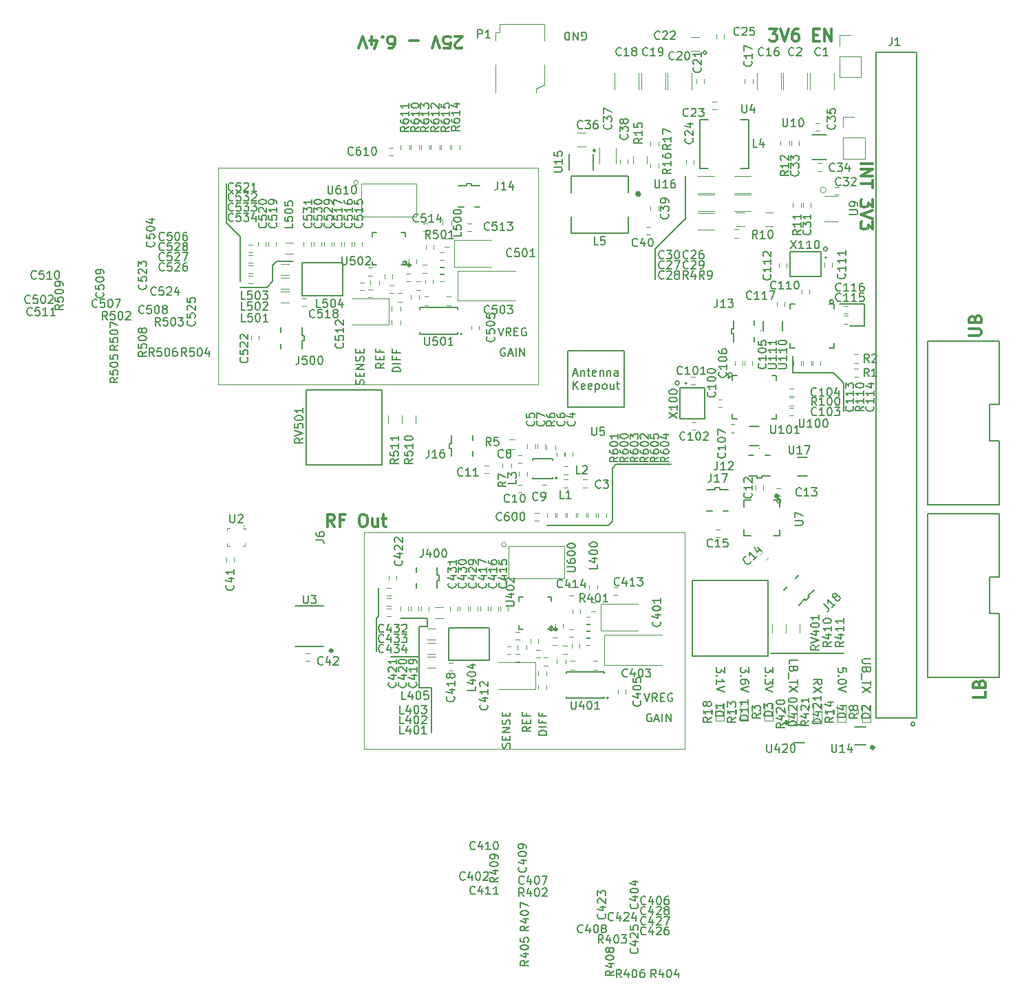
<source format=gbr>
G04 #@! TF.FileFunction,Legend,Top*
%FSLAX46Y46*%
G04 Gerber Fmt 4.6, Leading zero omitted, Abs format (unit mm)*
G04 Created by KiCad (PCBNEW 4.0.7-e2-6376~58~ubuntu16.04.1) date Mon Apr 30 12:37:49 2018*
%MOMM*%
%LPD*%
G01*
G04 APERTURE LIST*
%ADD10C,0.100000*%
%ADD11C,0.200000*%
%ADD12C,0.300000*%
%ADD13C,0.150000*%
%ADD14C,0.120000*%
%ADD15C,0.500000*%
G04 APERTURE END LIST*
D10*
D11*
X182750000Y-117000000D02*
G75*
G03X182750000Y-117000000I-250000J0D01*
G01*
X189250000Y-92500000D02*
G75*
G03X189250000Y-92500000I-250000J0D01*
G01*
X176750000Y-101500000D02*
G75*
G03X176750000Y-101500000I-250000J0D01*
G01*
X199250000Y-144500000D02*
G75*
G03X199250000Y-144500000I-250000J0D01*
G01*
D12*
X143535713Y-61178571D02*
X143464284Y-61250000D01*
X143321427Y-61321429D01*
X142964284Y-61321429D01*
X142821427Y-61250000D01*
X142749998Y-61178571D01*
X142678570Y-61035714D01*
X142678570Y-60892857D01*
X142749998Y-60678571D01*
X143607141Y-59821429D01*
X142678570Y-59821429D01*
X141321427Y-61321429D02*
X142035713Y-61321429D01*
X142107142Y-60607143D01*
X142035713Y-60678571D01*
X141892856Y-60750000D01*
X141535713Y-60750000D01*
X141392856Y-60678571D01*
X141321427Y-60607143D01*
X141249999Y-60464286D01*
X141249999Y-60107143D01*
X141321427Y-59964286D01*
X141392856Y-59892857D01*
X141535713Y-59821429D01*
X141892856Y-59821429D01*
X142035713Y-59892857D01*
X142107142Y-59964286D01*
X140821428Y-61321429D02*
X140321428Y-59821429D01*
X139821428Y-61321429D01*
X138178571Y-60392857D02*
X137035714Y-60392857D01*
X134535714Y-61321429D02*
X134821428Y-61321429D01*
X134964285Y-61250000D01*
X135035714Y-61178571D01*
X135178571Y-60964286D01*
X135250000Y-60678571D01*
X135250000Y-60107143D01*
X135178571Y-59964286D01*
X135107143Y-59892857D01*
X134964285Y-59821429D01*
X134678571Y-59821429D01*
X134535714Y-59892857D01*
X134464285Y-59964286D01*
X134392857Y-60107143D01*
X134392857Y-60464286D01*
X134464285Y-60607143D01*
X134535714Y-60678571D01*
X134678571Y-60750000D01*
X134964285Y-60750000D01*
X135107143Y-60678571D01*
X135178571Y-60607143D01*
X135250000Y-60464286D01*
X133750000Y-59964286D02*
X133678572Y-59892857D01*
X133750000Y-59821429D01*
X133821429Y-59892857D01*
X133750000Y-59964286D01*
X133750000Y-59821429D01*
X132392857Y-60821429D02*
X132392857Y-59821429D01*
X132750000Y-61392857D02*
X133107143Y-60321429D01*
X132178571Y-60321429D01*
X131821429Y-61321429D02*
X131321429Y-59821429D01*
X130821429Y-61321429D01*
D11*
X154750000Y-132750000D02*
G75*
G03X154750000Y-132750000I-250000J0D01*
G01*
D13*
X166821429Y-143250000D02*
X166726191Y-143202381D01*
X166583334Y-143202381D01*
X166440476Y-143250000D01*
X166345238Y-143345238D01*
X166297619Y-143440476D01*
X166250000Y-143630952D01*
X166250000Y-143773810D01*
X166297619Y-143964286D01*
X166345238Y-144059524D01*
X166440476Y-144154762D01*
X166583334Y-144202381D01*
X166678572Y-144202381D01*
X166821429Y-144154762D01*
X166869048Y-144107143D01*
X166869048Y-143773810D01*
X166678572Y-143773810D01*
X167250000Y-143916667D02*
X167726191Y-143916667D01*
X167154762Y-144202381D02*
X167488095Y-143202381D01*
X167821429Y-144202381D01*
X168154762Y-144202381D02*
X168154762Y-143202381D01*
X168630952Y-144202381D02*
X168630952Y-143202381D01*
X169202381Y-144202381D01*
X169202381Y-143202381D01*
X165964286Y-140702381D02*
X166297619Y-141702381D01*
X166630953Y-140702381D01*
X167535715Y-141702381D02*
X167202381Y-141226190D01*
X166964286Y-141702381D02*
X166964286Y-140702381D01*
X167345239Y-140702381D01*
X167440477Y-140750000D01*
X167488096Y-140797619D01*
X167535715Y-140892857D01*
X167535715Y-141035714D01*
X167488096Y-141130952D01*
X167440477Y-141178571D01*
X167345239Y-141226190D01*
X166964286Y-141226190D01*
X167964286Y-141178571D02*
X168297620Y-141178571D01*
X168440477Y-141702381D02*
X167964286Y-141702381D01*
X167964286Y-140702381D01*
X168440477Y-140702381D01*
X169392858Y-140750000D02*
X169297620Y-140702381D01*
X169154763Y-140702381D01*
X169011905Y-140750000D01*
X168916667Y-140845238D01*
X168869048Y-140940476D01*
X168821429Y-141130952D01*
X168821429Y-141273810D01*
X168869048Y-141464286D01*
X168916667Y-141559524D01*
X169011905Y-141654762D01*
X169154763Y-141702381D01*
X169250001Y-141702381D01*
X169392858Y-141654762D01*
X169440477Y-141607143D01*
X169440477Y-141273810D01*
X169250001Y-141273810D01*
X153952381Y-145857143D02*
X152952381Y-145857143D01*
X152952381Y-145619048D01*
X153000000Y-145476190D01*
X153095238Y-145380952D01*
X153190476Y-145333333D01*
X153380952Y-145285714D01*
X153523810Y-145285714D01*
X153714286Y-145333333D01*
X153809524Y-145380952D01*
X153904762Y-145476190D01*
X153952381Y-145619048D01*
X153952381Y-145857143D01*
X153952381Y-144857143D02*
X152952381Y-144857143D01*
X153428571Y-144047619D02*
X153428571Y-144380953D01*
X153952381Y-144380953D02*
X152952381Y-144380953D01*
X152952381Y-143904762D01*
X153428571Y-143190476D02*
X153428571Y-143523810D01*
X153952381Y-143523810D02*
X152952381Y-143523810D01*
X152952381Y-143047619D01*
X151952381Y-144821428D02*
X151476190Y-145154762D01*
X151952381Y-145392857D02*
X150952381Y-145392857D01*
X150952381Y-145011904D01*
X151000000Y-144916666D01*
X151047619Y-144869047D01*
X151142857Y-144821428D01*
X151285714Y-144821428D01*
X151380952Y-144869047D01*
X151428571Y-144916666D01*
X151476190Y-145011904D01*
X151476190Y-145392857D01*
X151428571Y-144392857D02*
X151428571Y-144059523D01*
X151952381Y-143916666D02*
X151952381Y-144392857D01*
X150952381Y-144392857D01*
X150952381Y-143916666D01*
X151428571Y-143154761D02*
X151428571Y-143488095D01*
X151952381Y-143488095D02*
X150952381Y-143488095D01*
X150952381Y-143011904D01*
X149404762Y-147440476D02*
X149452381Y-147297619D01*
X149452381Y-147059523D01*
X149404762Y-146964285D01*
X149357143Y-146916666D01*
X149261905Y-146869047D01*
X149166667Y-146869047D01*
X149071429Y-146916666D01*
X149023810Y-146964285D01*
X148976190Y-147059523D01*
X148928571Y-147250000D01*
X148880952Y-147345238D01*
X148833333Y-147392857D01*
X148738095Y-147440476D01*
X148642857Y-147440476D01*
X148547619Y-147392857D01*
X148500000Y-147345238D01*
X148452381Y-147250000D01*
X148452381Y-147011904D01*
X148500000Y-146869047D01*
X148928571Y-146440476D02*
X148928571Y-146107142D01*
X149452381Y-145964285D02*
X149452381Y-146440476D01*
X148452381Y-146440476D01*
X148452381Y-145964285D01*
X149452381Y-145535714D02*
X148452381Y-145535714D01*
X149452381Y-144964285D01*
X148452381Y-144964285D01*
X149404762Y-144535714D02*
X149452381Y-144392857D01*
X149452381Y-144154761D01*
X149404762Y-144059523D01*
X149357143Y-144011904D01*
X149261905Y-143964285D01*
X149166667Y-143964285D01*
X149071429Y-144011904D01*
X149023810Y-144059523D01*
X148976190Y-144154761D01*
X148928571Y-144345238D01*
X148880952Y-144440476D01*
X148833333Y-144488095D01*
X148738095Y-144535714D01*
X148642857Y-144535714D01*
X148547619Y-144488095D01*
X148500000Y-144440476D01*
X148452381Y-144345238D01*
X148452381Y-144107142D01*
X148500000Y-143964285D01*
X148928571Y-143535714D02*
X148928571Y-143202380D01*
X149452381Y-143059523D02*
X149452381Y-143535714D01*
X148452381Y-143535714D01*
X148452381Y-143059523D01*
X147964286Y-95702381D02*
X148297619Y-96702381D01*
X148630953Y-95702381D01*
X149535715Y-96702381D02*
X149202381Y-96226190D01*
X148964286Y-96702381D02*
X148964286Y-95702381D01*
X149345239Y-95702381D01*
X149440477Y-95750000D01*
X149488096Y-95797619D01*
X149535715Y-95892857D01*
X149535715Y-96035714D01*
X149488096Y-96130952D01*
X149440477Y-96178571D01*
X149345239Y-96226190D01*
X148964286Y-96226190D01*
X149964286Y-96178571D02*
X150297620Y-96178571D01*
X150440477Y-96702381D02*
X149964286Y-96702381D01*
X149964286Y-95702381D01*
X150440477Y-95702381D01*
X151392858Y-95750000D02*
X151297620Y-95702381D01*
X151154763Y-95702381D01*
X151011905Y-95750000D01*
X150916667Y-95845238D01*
X150869048Y-95940476D01*
X150821429Y-96130952D01*
X150821429Y-96273810D01*
X150869048Y-96464286D01*
X150916667Y-96559524D01*
X151011905Y-96654762D01*
X151154763Y-96702381D01*
X151250001Y-96702381D01*
X151392858Y-96654762D01*
X151440477Y-96607143D01*
X151440477Y-96273810D01*
X151250001Y-96273810D01*
X148821429Y-98250000D02*
X148726191Y-98202381D01*
X148583334Y-98202381D01*
X148440476Y-98250000D01*
X148345238Y-98345238D01*
X148297619Y-98440476D01*
X148250000Y-98630952D01*
X148250000Y-98773810D01*
X148297619Y-98964286D01*
X148345238Y-99059524D01*
X148440476Y-99154762D01*
X148583334Y-99202381D01*
X148678572Y-99202381D01*
X148821429Y-99154762D01*
X148869048Y-99107143D01*
X148869048Y-98773810D01*
X148678572Y-98773810D01*
X149250000Y-98916667D02*
X149726191Y-98916667D01*
X149154762Y-99202381D02*
X149488095Y-98202381D01*
X149821429Y-99202381D01*
X150154762Y-99202381D02*
X150154762Y-98202381D01*
X150630952Y-99202381D02*
X150630952Y-98202381D01*
X151202381Y-99202381D01*
X151202381Y-98202381D01*
X135952381Y-101107143D02*
X134952381Y-101107143D01*
X134952381Y-100869048D01*
X135000000Y-100726190D01*
X135095238Y-100630952D01*
X135190476Y-100583333D01*
X135380952Y-100535714D01*
X135523810Y-100535714D01*
X135714286Y-100583333D01*
X135809524Y-100630952D01*
X135904762Y-100726190D01*
X135952381Y-100869048D01*
X135952381Y-101107143D01*
X135952381Y-100107143D02*
X134952381Y-100107143D01*
X135428571Y-99297619D02*
X135428571Y-99630953D01*
X135952381Y-99630953D02*
X134952381Y-99630953D01*
X134952381Y-99154762D01*
X135428571Y-98440476D02*
X135428571Y-98773810D01*
X135952381Y-98773810D02*
X134952381Y-98773810D01*
X134952381Y-98297619D01*
X133952381Y-100071428D02*
X133476190Y-100404762D01*
X133952381Y-100642857D02*
X132952381Y-100642857D01*
X132952381Y-100261904D01*
X133000000Y-100166666D01*
X133047619Y-100119047D01*
X133142857Y-100071428D01*
X133285714Y-100071428D01*
X133380952Y-100119047D01*
X133428571Y-100166666D01*
X133476190Y-100261904D01*
X133476190Y-100642857D01*
X133428571Y-99642857D02*
X133428571Y-99309523D01*
X133952381Y-99166666D02*
X133952381Y-99642857D01*
X132952381Y-99642857D01*
X132952381Y-99166666D01*
X133428571Y-98404761D02*
X133428571Y-98738095D01*
X133952381Y-98738095D02*
X132952381Y-98738095D01*
X132952381Y-98261904D01*
X131404762Y-102690476D02*
X131452381Y-102547619D01*
X131452381Y-102309523D01*
X131404762Y-102214285D01*
X131357143Y-102166666D01*
X131261905Y-102119047D01*
X131166667Y-102119047D01*
X131071429Y-102166666D01*
X131023810Y-102214285D01*
X130976190Y-102309523D01*
X130928571Y-102500000D01*
X130880952Y-102595238D01*
X130833333Y-102642857D01*
X130738095Y-102690476D01*
X130642857Y-102690476D01*
X130547619Y-102642857D01*
X130500000Y-102595238D01*
X130452381Y-102500000D01*
X130452381Y-102261904D01*
X130500000Y-102119047D01*
X130928571Y-101690476D02*
X130928571Y-101357142D01*
X131452381Y-101214285D02*
X131452381Y-101690476D01*
X130452381Y-101690476D01*
X130452381Y-101214285D01*
X131452381Y-100785714D02*
X130452381Y-100785714D01*
X131452381Y-100214285D01*
X130452381Y-100214285D01*
X131404762Y-99785714D02*
X131452381Y-99642857D01*
X131452381Y-99404761D01*
X131404762Y-99309523D01*
X131357143Y-99261904D01*
X131261905Y-99214285D01*
X131166667Y-99214285D01*
X131071429Y-99261904D01*
X131023810Y-99309523D01*
X130976190Y-99404761D01*
X130928571Y-99595238D01*
X130880952Y-99690476D01*
X130833333Y-99738095D01*
X130738095Y-99785714D01*
X130642857Y-99785714D01*
X130547619Y-99738095D01*
X130500000Y-99690476D01*
X130452381Y-99595238D01*
X130452381Y-99357142D01*
X130500000Y-99214285D01*
X130928571Y-98785714D02*
X130928571Y-98452380D01*
X131452381Y-98309523D02*
X131452381Y-98785714D01*
X130452381Y-98785714D01*
X130452381Y-98309523D01*
D11*
X136750000Y-87750000D02*
G75*
G03X136750000Y-87750000I-250000J0D01*
G01*
D12*
X192571429Y-75500001D02*
X194071429Y-75500001D01*
X192571429Y-76214287D02*
X194071429Y-76214287D01*
X192571429Y-77071430D01*
X194071429Y-77071430D01*
X194071429Y-77571430D02*
X194071429Y-78428573D01*
X192571429Y-78000002D02*
X194071429Y-78000002D01*
X194071429Y-79928573D02*
X194071429Y-80857144D01*
X193500000Y-80357144D01*
X193500000Y-80571430D01*
X193428571Y-80714287D01*
X193357143Y-80785716D01*
X193214286Y-80857144D01*
X192857143Y-80857144D01*
X192714286Y-80785716D01*
X192642857Y-80714287D01*
X192571429Y-80571430D01*
X192571429Y-80142858D01*
X192642857Y-80000001D01*
X192714286Y-79928573D01*
X194071429Y-81285715D02*
X192571429Y-81785715D01*
X194071429Y-82285715D01*
X194071429Y-82642858D02*
X194071429Y-83571429D01*
X193500000Y-83071429D01*
X193500000Y-83285715D01*
X193428571Y-83428572D01*
X193357143Y-83500001D01*
X193214286Y-83571429D01*
X192857143Y-83571429D01*
X192714286Y-83500001D01*
X192642857Y-83428572D01*
X192571429Y-83285715D01*
X192571429Y-82857143D01*
X192642857Y-82714286D01*
X192714286Y-82642858D01*
X181357144Y-58928571D02*
X182285715Y-58928571D01*
X181785715Y-59500000D01*
X182000001Y-59500000D01*
X182142858Y-59571429D01*
X182214287Y-59642857D01*
X182285715Y-59785714D01*
X182285715Y-60142857D01*
X182214287Y-60285714D01*
X182142858Y-60357143D01*
X182000001Y-60428571D01*
X181571429Y-60428571D01*
X181428572Y-60357143D01*
X181357144Y-60285714D01*
X182714286Y-58928571D02*
X183214286Y-60428571D01*
X183714286Y-58928571D01*
X184857143Y-58928571D02*
X184571429Y-58928571D01*
X184428572Y-59000000D01*
X184357143Y-59071429D01*
X184214286Y-59285714D01*
X184142857Y-59571429D01*
X184142857Y-60142857D01*
X184214286Y-60285714D01*
X184285714Y-60357143D01*
X184428572Y-60428571D01*
X184714286Y-60428571D01*
X184857143Y-60357143D01*
X184928572Y-60285714D01*
X185000000Y-60142857D01*
X185000000Y-59785714D01*
X184928572Y-59642857D01*
X184857143Y-59571429D01*
X184714286Y-59500000D01*
X184428572Y-59500000D01*
X184285714Y-59571429D01*
X184214286Y-59642857D01*
X184142857Y-59785714D01*
X186785714Y-59642857D02*
X187285714Y-59642857D01*
X187500000Y-60428571D02*
X186785714Y-60428571D01*
X186785714Y-58928571D01*
X187500000Y-58928571D01*
X188142857Y-60428571D02*
X188142857Y-58928571D01*
X189000000Y-60428571D01*
X189000000Y-58928571D01*
X207928571Y-140535714D02*
X207928571Y-141250000D01*
X206428571Y-141250000D01*
X207142857Y-139535714D02*
X207214286Y-139321428D01*
X207285714Y-139250000D01*
X207428571Y-139178571D01*
X207642857Y-139178571D01*
X207785714Y-139250000D01*
X207857143Y-139321428D01*
X207928571Y-139464286D01*
X207928571Y-140035714D01*
X206428571Y-140035714D01*
X206428571Y-139535714D01*
X206500000Y-139392857D01*
X206571429Y-139321428D01*
X206714286Y-139250000D01*
X206857143Y-139250000D01*
X207000000Y-139321428D01*
X207071429Y-139392857D01*
X207142857Y-139535714D01*
X207142857Y-140035714D01*
X205928571Y-96678571D02*
X207142857Y-96678571D01*
X207285714Y-96607143D01*
X207357143Y-96535714D01*
X207428571Y-96392857D01*
X207428571Y-96107143D01*
X207357143Y-95964285D01*
X207285714Y-95892857D01*
X207142857Y-95821428D01*
X205928571Y-95821428D01*
X206642857Y-94607142D02*
X206714286Y-94392856D01*
X206785714Y-94321428D01*
X206928571Y-94249999D01*
X207142857Y-94249999D01*
X207285714Y-94321428D01*
X207357143Y-94392856D01*
X207428571Y-94535714D01*
X207428571Y-95107142D01*
X205928571Y-95107142D01*
X205928571Y-94607142D01*
X206000000Y-94464285D01*
X206071429Y-94392856D01*
X206214286Y-94321428D01*
X206357143Y-94321428D01*
X206500000Y-94392856D01*
X206571429Y-94464285D01*
X206642857Y-94607142D01*
X206642857Y-95107142D01*
D11*
X120750000Y-87500000D02*
X122750000Y-87500000D01*
X120250000Y-88000000D02*
X120750000Y-87500000D01*
X120250000Y-90000000D02*
X120250000Y-88000000D01*
X119500000Y-90750000D02*
X120250000Y-90000000D01*
X116250000Y-90750000D02*
X119500000Y-90750000D01*
X116250000Y-84500000D02*
X116250000Y-90000000D01*
X114500000Y-82750000D02*
X116250000Y-84500000D01*
X114500000Y-78000000D02*
X114500000Y-82750000D01*
X162500000Y-112500000D02*
X169250000Y-112500000D01*
X162000000Y-113000000D02*
X162500000Y-112500000D01*
X162000000Y-119500000D02*
X162000000Y-113000000D01*
X161500000Y-120000000D02*
X162000000Y-119500000D01*
X154000000Y-120000000D02*
X161500000Y-120000000D01*
X171000000Y-82250000D02*
X171000000Y-77000000D01*
X167250000Y-86000000D02*
X171000000Y-82250000D01*
X167250000Y-89750000D02*
X167250000Y-86000000D01*
X188500000Y-86000000D02*
G75*
G03X188500000Y-86000000I-250000J0D01*
G01*
X192000000Y-92750000D02*
X190000000Y-92750000D01*
X193000000Y-95500000D02*
X191250000Y-95500000D01*
X193000000Y-95250000D02*
X193000000Y-95500000D01*
X193000000Y-92750000D02*
X193000000Y-95250000D01*
X192000000Y-92750000D02*
X193000000Y-92750000D01*
X184250000Y-101250000D02*
X184250000Y-99250000D01*
X189250000Y-101250000D02*
X184250000Y-101250000D01*
X190500000Y-102500000D02*
X189250000Y-101250000D01*
X190500000Y-106000000D02*
X190500000Y-102500000D01*
X170250000Y-102500000D02*
G75*
G03X170250000Y-102500000I-250000J0D01*
G01*
X190500000Y-135750000D02*
X181500000Y-135750000D01*
X139750000Y-140000000D02*
X139750000Y-145500000D01*
X138250000Y-140000000D02*
X139750000Y-140000000D01*
X138250000Y-137500000D02*
X138250000Y-140000000D01*
X133250000Y-131250000D02*
X133250000Y-127750000D01*
X133000000Y-131500000D02*
X133250000Y-131250000D01*
X133000000Y-135500000D02*
X133000000Y-131500000D01*
X134750000Y-136250000D02*
X138250000Y-136250000D01*
X138250000Y-132500000D02*
X138250000Y-137500000D01*
X139250000Y-132500000D02*
X138250000Y-132500000D01*
X139250000Y-131500000D02*
X139250000Y-132500000D01*
X136000000Y-131500000D02*
X139250000Y-131500000D01*
X156500000Y-98500000D02*
X156500000Y-105500000D01*
X163500000Y-98500000D02*
X156500000Y-98500000D01*
X163500000Y-105500000D02*
X163500000Y-98500000D01*
X163500000Y-105500000D02*
X156500000Y-105500000D01*
D13*
X157238095Y-101341667D02*
X157714286Y-101341667D01*
X157142857Y-101627381D02*
X157476190Y-100627381D01*
X157809524Y-101627381D01*
X158142857Y-100960714D02*
X158142857Y-101627381D01*
X158142857Y-101055952D02*
X158190476Y-101008333D01*
X158285714Y-100960714D01*
X158428572Y-100960714D01*
X158523810Y-101008333D01*
X158571429Y-101103571D01*
X158571429Y-101627381D01*
X158904762Y-100960714D02*
X159285714Y-100960714D01*
X159047619Y-100627381D02*
X159047619Y-101484524D01*
X159095238Y-101579762D01*
X159190476Y-101627381D01*
X159285714Y-101627381D01*
X160000001Y-101579762D02*
X159904763Y-101627381D01*
X159714286Y-101627381D01*
X159619048Y-101579762D01*
X159571429Y-101484524D01*
X159571429Y-101103571D01*
X159619048Y-101008333D01*
X159714286Y-100960714D01*
X159904763Y-100960714D01*
X160000001Y-101008333D01*
X160047620Y-101103571D01*
X160047620Y-101198810D01*
X159571429Y-101294048D01*
X160476191Y-100960714D02*
X160476191Y-101627381D01*
X160476191Y-101055952D02*
X160523810Y-101008333D01*
X160619048Y-100960714D01*
X160761906Y-100960714D01*
X160857144Y-101008333D01*
X160904763Y-101103571D01*
X160904763Y-101627381D01*
X161380953Y-100960714D02*
X161380953Y-101627381D01*
X161380953Y-101055952D02*
X161428572Y-101008333D01*
X161523810Y-100960714D01*
X161666668Y-100960714D01*
X161761906Y-101008333D01*
X161809525Y-101103571D01*
X161809525Y-101627381D01*
X162714287Y-101627381D02*
X162714287Y-101103571D01*
X162666668Y-101008333D01*
X162571430Y-100960714D01*
X162380953Y-100960714D01*
X162285715Y-101008333D01*
X162714287Y-101579762D02*
X162619049Y-101627381D01*
X162380953Y-101627381D01*
X162285715Y-101579762D01*
X162238096Y-101484524D01*
X162238096Y-101389286D01*
X162285715Y-101294048D01*
X162380953Y-101246429D01*
X162619049Y-101246429D01*
X162714287Y-101198810D01*
X157238095Y-103277381D02*
X157238095Y-102277381D01*
X157809524Y-103277381D02*
X157380952Y-102705952D01*
X157809524Y-102277381D02*
X157238095Y-102848810D01*
X158619048Y-103229762D02*
X158523810Y-103277381D01*
X158333333Y-103277381D01*
X158238095Y-103229762D01*
X158190476Y-103134524D01*
X158190476Y-102753571D01*
X158238095Y-102658333D01*
X158333333Y-102610714D01*
X158523810Y-102610714D01*
X158619048Y-102658333D01*
X158666667Y-102753571D01*
X158666667Y-102848810D01*
X158190476Y-102944048D01*
X159476191Y-103229762D02*
X159380953Y-103277381D01*
X159190476Y-103277381D01*
X159095238Y-103229762D01*
X159047619Y-103134524D01*
X159047619Y-102753571D01*
X159095238Y-102658333D01*
X159190476Y-102610714D01*
X159380953Y-102610714D01*
X159476191Y-102658333D01*
X159523810Y-102753571D01*
X159523810Y-102848810D01*
X159047619Y-102944048D01*
X159952381Y-102610714D02*
X159952381Y-103610714D01*
X159952381Y-102658333D02*
X160047619Y-102610714D01*
X160238096Y-102610714D01*
X160333334Y-102658333D01*
X160380953Y-102705952D01*
X160428572Y-102801190D01*
X160428572Y-103086905D01*
X160380953Y-103182143D01*
X160333334Y-103229762D01*
X160238096Y-103277381D01*
X160047619Y-103277381D01*
X159952381Y-103229762D01*
X161000000Y-103277381D02*
X160904762Y-103229762D01*
X160857143Y-103182143D01*
X160809524Y-103086905D01*
X160809524Y-102801190D01*
X160857143Y-102705952D01*
X160904762Y-102658333D01*
X161000000Y-102610714D01*
X161142858Y-102610714D01*
X161238096Y-102658333D01*
X161285715Y-102705952D01*
X161333334Y-102801190D01*
X161333334Y-103086905D01*
X161285715Y-103182143D01*
X161238096Y-103229762D01*
X161142858Y-103277381D01*
X161000000Y-103277381D01*
X162190477Y-102610714D02*
X162190477Y-103277381D01*
X161761905Y-102610714D02*
X161761905Y-103134524D01*
X161809524Y-103229762D01*
X161904762Y-103277381D01*
X162047620Y-103277381D01*
X162142858Y-103229762D01*
X162190477Y-103182143D01*
X162523810Y-102610714D02*
X162904762Y-102610714D01*
X162666667Y-102277381D02*
X162666667Y-103134524D01*
X162714286Y-103229762D01*
X162809524Y-103277381D01*
X162904762Y-103277381D01*
X158261904Y-60250000D02*
X158357142Y-60297619D01*
X158499999Y-60297619D01*
X158642857Y-60250000D01*
X158738095Y-60154762D01*
X158785714Y-60059524D01*
X158833333Y-59869048D01*
X158833333Y-59726190D01*
X158785714Y-59535714D01*
X158738095Y-59440476D01*
X158642857Y-59345238D01*
X158499999Y-59297619D01*
X158404761Y-59297619D01*
X158261904Y-59345238D01*
X158214285Y-59392857D01*
X158214285Y-59726190D01*
X158404761Y-59726190D01*
X157785714Y-59297619D02*
X157785714Y-60297619D01*
X157214285Y-59297619D01*
X157214285Y-60297619D01*
X156738095Y-59297619D02*
X156738095Y-60297619D01*
X156500000Y-60297619D01*
X156357142Y-60250000D01*
X156261904Y-60154762D01*
X156214285Y-60059524D01*
X156166666Y-59869048D01*
X156166666Y-59726190D01*
X156214285Y-59535714D01*
X156261904Y-59440476D01*
X156357142Y-59345238D01*
X156500000Y-59297619D01*
X156738095Y-59297619D01*
X190797619Y-138095239D02*
X190797619Y-137619048D01*
X190321429Y-137571429D01*
X190369048Y-137619048D01*
X190416667Y-137714286D01*
X190416667Y-137952382D01*
X190369048Y-138047620D01*
X190321429Y-138095239D01*
X190226190Y-138142858D01*
X189988095Y-138142858D01*
X189892857Y-138095239D01*
X189845238Y-138047620D01*
X189797619Y-137952382D01*
X189797619Y-137714286D01*
X189845238Y-137619048D01*
X189892857Y-137571429D01*
X189892857Y-138571429D02*
X189845238Y-138619048D01*
X189797619Y-138571429D01*
X189845238Y-138523810D01*
X189892857Y-138571429D01*
X189797619Y-138571429D01*
X190797619Y-139238095D02*
X190797619Y-139333334D01*
X190750000Y-139428572D01*
X190702381Y-139476191D01*
X190607143Y-139523810D01*
X190416667Y-139571429D01*
X190178571Y-139571429D01*
X189988095Y-139523810D01*
X189892857Y-139476191D01*
X189845238Y-139428572D01*
X189797619Y-139333334D01*
X189797619Y-139238095D01*
X189845238Y-139142857D01*
X189892857Y-139095238D01*
X189988095Y-139047619D01*
X190178571Y-139000000D01*
X190416667Y-139000000D01*
X190607143Y-139047619D01*
X190702381Y-139095238D01*
X190750000Y-139142857D01*
X190797619Y-139238095D01*
X190797619Y-139857143D02*
X189797619Y-140190476D01*
X190797619Y-140523810D01*
X175797619Y-137523810D02*
X175797619Y-138142858D01*
X175416667Y-137809524D01*
X175416667Y-137952382D01*
X175369048Y-138047620D01*
X175321429Y-138095239D01*
X175226190Y-138142858D01*
X174988095Y-138142858D01*
X174892857Y-138095239D01*
X174845238Y-138047620D01*
X174797619Y-137952382D01*
X174797619Y-137666667D01*
X174845238Y-137571429D01*
X174892857Y-137523810D01*
X174892857Y-138571429D02*
X174845238Y-138619048D01*
X174797619Y-138571429D01*
X174845238Y-138523810D01*
X174892857Y-138571429D01*
X174797619Y-138571429D01*
X174797619Y-139571429D02*
X174797619Y-139000000D01*
X174797619Y-139285714D02*
X175797619Y-139285714D01*
X175654762Y-139190476D01*
X175559524Y-139095238D01*
X175511905Y-139000000D01*
X175797619Y-139857143D02*
X174797619Y-140190476D01*
X175797619Y-140523810D01*
X186797619Y-139583334D02*
X187273810Y-139250000D01*
X186797619Y-139011905D02*
X187797619Y-139011905D01*
X187797619Y-139392858D01*
X187750000Y-139488096D01*
X187702381Y-139535715D01*
X187607143Y-139583334D01*
X187464286Y-139583334D01*
X187369048Y-139535715D01*
X187321429Y-139488096D01*
X187273810Y-139392858D01*
X187273810Y-139011905D01*
X187797619Y-139916667D02*
X186797619Y-140583334D01*
X187797619Y-140583334D02*
X186797619Y-139916667D01*
X183797619Y-137071429D02*
X183797619Y-136595238D01*
X184797619Y-136595238D01*
X184321429Y-137738096D02*
X184273810Y-137880953D01*
X184226190Y-137928572D01*
X184130952Y-137976191D01*
X183988095Y-137976191D01*
X183892857Y-137928572D01*
X183845238Y-137880953D01*
X183797619Y-137785715D01*
X183797619Y-137404762D01*
X184797619Y-137404762D01*
X184797619Y-137738096D01*
X184750000Y-137833334D01*
X184702381Y-137880953D01*
X184607143Y-137928572D01*
X184511905Y-137928572D01*
X184416667Y-137880953D01*
X184369048Y-137833334D01*
X184321429Y-137738096D01*
X184321429Y-137404762D01*
X183702381Y-138166667D02*
X183702381Y-138928572D01*
X184797619Y-139023810D02*
X184797619Y-139595239D01*
X183797619Y-139309524D02*
X184797619Y-139309524D01*
X184797619Y-139833334D02*
X183797619Y-140500001D01*
X184797619Y-140500001D02*
X183797619Y-139833334D01*
X193797619Y-136476190D02*
X192988095Y-136476190D01*
X192892857Y-136523809D01*
X192845238Y-136571428D01*
X192797619Y-136666666D01*
X192797619Y-136857143D01*
X192845238Y-136952381D01*
X192892857Y-137000000D01*
X192988095Y-137047619D01*
X193797619Y-137047619D01*
X193321429Y-137857143D02*
X193273810Y-138000000D01*
X193226190Y-138047619D01*
X193130952Y-138095238D01*
X192988095Y-138095238D01*
X192892857Y-138047619D01*
X192845238Y-138000000D01*
X192797619Y-137904762D01*
X192797619Y-137523809D01*
X193797619Y-137523809D01*
X193797619Y-137857143D01*
X193750000Y-137952381D01*
X193702381Y-138000000D01*
X193607143Y-138047619D01*
X193511905Y-138047619D01*
X193416667Y-138000000D01*
X193369048Y-137952381D01*
X193321429Y-137857143D01*
X193321429Y-137523809D01*
X192702381Y-138285714D02*
X192702381Y-139047619D01*
X193797619Y-139142857D02*
X193797619Y-139714286D01*
X192797619Y-139428571D02*
X193797619Y-139428571D01*
X193797619Y-139952381D02*
X192797619Y-140619048D01*
X193797619Y-140619048D02*
X192797619Y-139952381D01*
X181797619Y-137523810D02*
X181797619Y-138142858D01*
X181416667Y-137809524D01*
X181416667Y-137952382D01*
X181369048Y-138047620D01*
X181321429Y-138095239D01*
X181226190Y-138142858D01*
X180988095Y-138142858D01*
X180892857Y-138095239D01*
X180845238Y-138047620D01*
X180797619Y-137952382D01*
X180797619Y-137666667D01*
X180845238Y-137571429D01*
X180892857Y-137523810D01*
X180892857Y-138571429D02*
X180845238Y-138619048D01*
X180797619Y-138571429D01*
X180845238Y-138523810D01*
X180892857Y-138571429D01*
X180797619Y-138571429D01*
X181797619Y-138952381D02*
X181797619Y-139571429D01*
X181416667Y-139238095D01*
X181416667Y-139380953D01*
X181369048Y-139476191D01*
X181321429Y-139523810D01*
X181226190Y-139571429D01*
X180988095Y-139571429D01*
X180892857Y-139523810D01*
X180845238Y-139476191D01*
X180797619Y-139380953D01*
X180797619Y-139095238D01*
X180845238Y-139000000D01*
X180892857Y-138952381D01*
X181797619Y-139857143D02*
X180797619Y-140190476D01*
X181797619Y-140523810D01*
X178797619Y-137523810D02*
X178797619Y-138142858D01*
X178416667Y-137809524D01*
X178416667Y-137952382D01*
X178369048Y-138047620D01*
X178321429Y-138095239D01*
X178226190Y-138142858D01*
X177988095Y-138142858D01*
X177892857Y-138095239D01*
X177845238Y-138047620D01*
X177797619Y-137952382D01*
X177797619Y-137666667D01*
X177845238Y-137571429D01*
X177892857Y-137523810D01*
X177892857Y-138571429D02*
X177845238Y-138619048D01*
X177797619Y-138571429D01*
X177845238Y-138523810D01*
X177892857Y-138571429D01*
X177797619Y-138571429D01*
X178797619Y-139476191D02*
X178797619Y-139285714D01*
X178750000Y-139190476D01*
X178702381Y-139142857D01*
X178559524Y-139047619D01*
X178369048Y-139000000D01*
X177988095Y-139000000D01*
X177892857Y-139047619D01*
X177845238Y-139095238D01*
X177797619Y-139190476D01*
X177797619Y-139380953D01*
X177845238Y-139476191D01*
X177892857Y-139523810D01*
X177988095Y-139571429D01*
X178226190Y-139571429D01*
X178321429Y-139523810D01*
X178369048Y-139476191D01*
X178416667Y-139380953D01*
X178416667Y-139190476D01*
X178369048Y-139095238D01*
X178321429Y-139047619D01*
X178226190Y-139000000D01*
X178797619Y-139857143D02*
X177797619Y-140190476D01*
X178797619Y-140523810D01*
D12*
X127857143Y-120178571D02*
X127357143Y-119464286D01*
X127000000Y-120178571D02*
X127000000Y-118678571D01*
X127571428Y-118678571D01*
X127714286Y-118750000D01*
X127785714Y-118821429D01*
X127857143Y-118964286D01*
X127857143Y-119178571D01*
X127785714Y-119321429D01*
X127714286Y-119392857D01*
X127571428Y-119464286D01*
X127000000Y-119464286D01*
X129000000Y-119392857D02*
X128500000Y-119392857D01*
X128500000Y-120178571D02*
X128500000Y-118678571D01*
X129214286Y-118678571D01*
X131214285Y-118678571D02*
X131499999Y-118678571D01*
X131642857Y-118750000D01*
X131785714Y-118892857D01*
X131857142Y-119178571D01*
X131857142Y-119678571D01*
X131785714Y-119964286D01*
X131642857Y-120107143D01*
X131499999Y-120178571D01*
X131214285Y-120178571D01*
X131071428Y-120107143D01*
X130928571Y-119964286D01*
X130857142Y-119678571D01*
X130857142Y-119178571D01*
X130928571Y-118892857D01*
X131071428Y-118750000D01*
X131214285Y-118678571D01*
X133142857Y-119178571D02*
X133142857Y-120178571D01*
X132500000Y-119178571D02*
X132500000Y-119964286D01*
X132571428Y-120107143D01*
X132714286Y-120178571D01*
X132928571Y-120178571D01*
X133071428Y-120107143D01*
X133142857Y-120035714D01*
X133642857Y-119178571D02*
X134214286Y-119178571D01*
X133857143Y-118678571D02*
X133857143Y-119964286D01*
X133928571Y-120107143D01*
X134071429Y-120178571D01*
X134214286Y-120178571D01*
D13*
X142010000Y-110530000D02*
X142010000Y-109930000D01*
X142260000Y-109930000D02*
X142010000Y-109930000D01*
X142260000Y-111530000D02*
X142260000Y-110530000D01*
X142260000Y-109930000D02*
X142260000Y-108930000D01*
X142260000Y-110530000D02*
X142010000Y-110530000D01*
X144860000Y-111530000D02*
X144860000Y-110930000D01*
X144860000Y-109530000D02*
X144860000Y-108930000D01*
D11*
X176440000Y-101860000D02*
G75*
G03X176440000Y-101860000I-100000J0D01*
G01*
X182190000Y-106360000D02*
X182190000Y-106960000D01*
X182190000Y-106960000D02*
X181590000Y-106960000D01*
X181640000Y-101560000D02*
X182190000Y-101560000D01*
X182190000Y-101560000D02*
X182190000Y-102160000D01*
X177390000Y-101560000D02*
X176790000Y-101560000D01*
X176790000Y-101560000D02*
X176790000Y-102160000D01*
X176790000Y-106360000D02*
X176790000Y-106960000D01*
X176790000Y-106960000D02*
X177390000Y-106960000D01*
D14*
X117250000Y-90220000D02*
X117750000Y-90220000D01*
X117750000Y-89280000D02*
X117250000Y-89280000D01*
D10*
X137900000Y-78000000D02*
X131100000Y-78000000D01*
X137900000Y-82000000D02*
X137900000Y-78000000D01*
X131100000Y-82000000D02*
X137900000Y-82000000D01*
X131100000Y-78000000D02*
X131100000Y-82000000D01*
X130782843Y-77800000D02*
G75*
G03X130782843Y-77800000I-282843J0D01*
G01*
D11*
X181150000Y-136150000D02*
X181150000Y-126850000D01*
X171850000Y-136150000D02*
X181150000Y-136150000D01*
X171850000Y-126850000D02*
X171850000Y-136150000D01*
X181150000Y-126850000D02*
X171850000Y-126850000D01*
D10*
X152890000Y-102710000D02*
X152890000Y-76010000D01*
X113490000Y-102710000D02*
X152890000Y-102710000D01*
X113490000Y-76010000D02*
X113490000Y-102710000D01*
X152890000Y-76010000D02*
X113490000Y-76010000D01*
X170900000Y-147595000D02*
X170900000Y-120895000D01*
X131500000Y-147595000D02*
X170900000Y-147595000D01*
X131500000Y-120895000D02*
X131500000Y-147595000D01*
X170900000Y-120895000D02*
X131500000Y-120895000D01*
D11*
X116760000Y-120120000D02*
G75*
G03X116760000Y-120120000I-50000J0D01*
G01*
D14*
X114630000Y-122570000D02*
X114930000Y-122570000D01*
X114630000Y-122270000D02*
X114630000Y-122570000D01*
X114930000Y-120350000D02*
X114630000Y-120350000D01*
X114630000Y-120350000D02*
X114630000Y-120650000D01*
X116550000Y-122570000D02*
X116850000Y-122570000D01*
X116850000Y-122570000D02*
X116850000Y-122270000D01*
X116850000Y-120650000D02*
X116850000Y-120350000D01*
X116850000Y-120350000D02*
X116550000Y-120350000D01*
D10*
X156072844Y-122595000D02*
X149272844Y-122595000D01*
X156072844Y-126595000D02*
X156072844Y-122595000D01*
X149272844Y-126595000D02*
X156072844Y-126595000D01*
X149272844Y-122595000D02*
X149272844Y-126595000D01*
X148955687Y-122395000D02*
G75*
G03X148955687Y-122395000I-282843J0D01*
G01*
D12*
X165400000Y-79240000D02*
G75*
G03X165400000Y-79240000I-200000J0D01*
G01*
D13*
X159941421Y-73890000D02*
G75*
G03X159941421Y-73890000I-141421J0D01*
G01*
X156700000Y-74290000D02*
X156700000Y-76290000D01*
X159700000Y-74290000D02*
X159700000Y-76290000D01*
X188375000Y-71955000D02*
X186625000Y-71955000D01*
X188375000Y-75005000D02*
X186625000Y-75005000D01*
X156950000Y-84040000D02*
X156950000Y-82040000D01*
X163950000Y-84040000D02*
X156950000Y-84040000D01*
X163950000Y-82040000D02*
X163950000Y-84040000D01*
X156950000Y-77040000D02*
X163950000Y-77040000D01*
X156950000Y-79040000D02*
X156950000Y-77040000D01*
X163950000Y-79040000D02*
X163950000Y-77040000D01*
X172800000Y-70090000D02*
X173800000Y-70090000D01*
X172800000Y-76090000D02*
X172800000Y-70090000D01*
X173800000Y-76090000D02*
X172800000Y-76090000D01*
X178800000Y-76090000D02*
X177800000Y-76090000D01*
X178800000Y-70090000D02*
X178800000Y-76090000D01*
X177800000Y-70090000D02*
X178800000Y-70090000D01*
D14*
X117580000Y-96710000D02*
X117580000Y-97210000D01*
X118520000Y-97210000D02*
X118520000Y-96710000D01*
X135470000Y-126750000D02*
X135470000Y-126250000D01*
X134530000Y-126250000D02*
X134530000Y-126750000D01*
D10*
X188310453Y-78733344D02*
G75*
G03X188310453Y-78733344I-360555J0D01*
G01*
X189749898Y-82583344D02*
X188149898Y-82583344D01*
X188149898Y-79483344D02*
X189749898Y-79483344D01*
D13*
X173621854Y-61846800D02*
G75*
G03X173621854Y-61846800I-209454J0D01*
G01*
D14*
X182720000Y-72730000D02*
X182720000Y-73230000D01*
X183780000Y-73230000D02*
X183780000Y-72730000D01*
X185264898Y-80808344D02*
X185264898Y-80308344D01*
X184204898Y-80308344D02*
X184204898Y-80808344D01*
X177050000Y-84620000D02*
X177550000Y-84620000D01*
X177550000Y-83560000D02*
X177050000Y-83560000D01*
X181800000Y-81490000D02*
X180800000Y-81490000D01*
X180800000Y-83190000D02*
X181800000Y-83190000D01*
X178300000Y-81490000D02*
X177300000Y-81490000D01*
X177300000Y-83190000D02*
X178300000Y-83190000D01*
X119710000Y-85170000D02*
X119710000Y-85670000D01*
X120650000Y-85670000D02*
X120650000Y-85170000D01*
X134535000Y-95360000D02*
X129985000Y-95360000D01*
X134535000Y-92060000D02*
X129985000Y-92060000D01*
X134535000Y-95360000D02*
X134535000Y-92060000D01*
X142990000Y-88680000D02*
X150090000Y-88680000D01*
X142990000Y-92380000D02*
X150090000Y-92380000D01*
X142990000Y-88680000D02*
X142990000Y-92380000D01*
X142580000Y-84890000D02*
X147130000Y-84890000D01*
X142580000Y-88190000D02*
X147130000Y-88190000D01*
X142580000Y-84890000D02*
X142580000Y-88190000D01*
X138470000Y-130000000D02*
X138470000Y-130500000D01*
X139410000Y-130500000D02*
X139410000Y-130000000D01*
X162670000Y-127690000D02*
X162170000Y-127690000D01*
X162170000Y-128630000D02*
X162670000Y-128630000D01*
X152545000Y-140190000D02*
X147995000Y-140190000D01*
X152545000Y-136890000D02*
X147995000Y-136890000D01*
X152545000Y-140190000D02*
X152545000Y-136890000D01*
X161000000Y-133510000D02*
X168100000Y-133510000D01*
X161000000Y-137210000D02*
X168100000Y-137210000D01*
X161000000Y-133510000D02*
X161000000Y-137210000D01*
X160590000Y-129720000D02*
X165140000Y-129720000D01*
X160590000Y-133020000D02*
X165140000Y-133020000D01*
X160590000Y-129720000D02*
X160590000Y-133020000D01*
X158700000Y-71690000D02*
X157700000Y-71690000D01*
X157700000Y-73390000D02*
X158700000Y-73390000D01*
X187250000Y-76400000D02*
X187750000Y-76400000D01*
X187750000Y-75460000D02*
X187250000Y-75460000D01*
X184970000Y-73255000D02*
X184970000Y-72755000D01*
X184030000Y-72755000D02*
X184030000Y-73255000D01*
X189420000Y-79290000D02*
X189920000Y-79290000D01*
X189920000Y-78350000D02*
X189420000Y-78350000D01*
X186454898Y-80858344D02*
X186454898Y-80358344D01*
X185514898Y-80358344D02*
X185514898Y-80858344D01*
X179050000Y-79320000D02*
X177050000Y-79320000D01*
X177050000Y-81360000D02*
X179050000Y-81360000D01*
X172550000Y-83610000D02*
X174550000Y-83610000D01*
X174550000Y-81570000D02*
X172550000Y-81570000D01*
X172550000Y-81360000D02*
X174550000Y-81360000D01*
X174550000Y-79320000D02*
X172550000Y-79320000D01*
X179050000Y-77070000D02*
X177050000Y-77070000D01*
X177050000Y-79110000D02*
X179050000Y-79110000D01*
X174830000Y-59590000D02*
X174830000Y-60090000D01*
X175770000Y-60090000D02*
X175770000Y-59590000D01*
X171080000Y-75090000D02*
X171080000Y-75590000D01*
X172020000Y-75590000D02*
X172020000Y-75090000D01*
X171720000Y-61650000D02*
X172720000Y-61650000D01*
X172720000Y-59950000D02*
X171720000Y-59950000D01*
X173270000Y-65590000D02*
X173270000Y-65090000D01*
X172330000Y-65090000D02*
X172330000Y-65590000D01*
X171780000Y-66340000D02*
X171780000Y-64340000D01*
X168820000Y-64340000D02*
X168820000Y-66340000D01*
X165280000Y-66340000D02*
X165280000Y-64340000D01*
X162320000Y-64340000D02*
X162320000Y-66340000D01*
X179270000Y-65590000D02*
X179270000Y-65090000D01*
X178330000Y-65090000D02*
X178330000Y-65590000D01*
X182780000Y-66340000D02*
X182780000Y-64340000D01*
X179820000Y-64340000D02*
X179820000Y-66340000D01*
X186030000Y-66340000D02*
X186030000Y-64340000D01*
X183070000Y-64340000D02*
X183070000Y-66340000D01*
X189280000Y-66340000D02*
X189280000Y-64340000D01*
X186320000Y-64340000D02*
X186320000Y-66340000D01*
D12*
X155181421Y-132820000D02*
G75*
G03X155181421Y-132820000I-141421J0D01*
G01*
D13*
X151040000Y-128820000D02*
X150540000Y-128820000D01*
X150540000Y-128820000D02*
X150540000Y-129320000D01*
X154040000Y-128820000D02*
X154540000Y-128820000D01*
X154540000Y-128820000D02*
X154540000Y-129320000D01*
X151040000Y-132820000D02*
X150540000Y-132820000D01*
X150540000Y-132820000D02*
X150540000Y-132320000D01*
X154540000Y-132320000D02*
X154540000Y-132820000D01*
X154540000Y-132820000D02*
X154040000Y-132820000D01*
D12*
X137171421Y-87990000D02*
G75*
G03X137171421Y-87990000I-141421J0D01*
G01*
D13*
X133030000Y-83990000D02*
X132530000Y-83990000D01*
X132530000Y-83990000D02*
X132530000Y-84490000D01*
X136030000Y-83990000D02*
X136530000Y-83990000D01*
X136530000Y-83990000D02*
X136530000Y-84490000D01*
X133030000Y-87990000D02*
X132530000Y-87990000D01*
X132530000Y-87990000D02*
X132530000Y-87490000D01*
X136530000Y-87490000D02*
X136530000Y-87990000D01*
X136530000Y-87990000D02*
X136030000Y-87990000D01*
D14*
X192250000Y-98970000D02*
X191750000Y-98970000D01*
X191750000Y-100030000D02*
X192250000Y-100030000D01*
X192250000Y-100720000D02*
X191750000Y-100720000D01*
X191750000Y-101780000D02*
X192250000Y-101780000D01*
X172550000Y-79110000D02*
X174550000Y-79110000D01*
X174550000Y-77070000D02*
X172550000Y-77070000D01*
D11*
X188400000Y-87060000D02*
G75*
G03X188400000Y-87060000I-100000J0D01*
G01*
X183900000Y-89360000D02*
X187700000Y-89360000D01*
X187700000Y-89360000D02*
X187700000Y-86360000D01*
X187700000Y-86360000D02*
X183900000Y-86360000D01*
X183900000Y-86360000D02*
X183900000Y-89310000D01*
X171170000Y-102530000D02*
G75*
G03X171170000Y-102530000I-100000J0D01*
G01*
X173370000Y-106930000D02*
X173370000Y-103130000D01*
X173370000Y-103130000D02*
X170370000Y-103130000D01*
X170370000Y-103130000D02*
X170370000Y-106930000D01*
X170370000Y-106930000D02*
X173320000Y-106930000D01*
X143524403Y-96450000D02*
G75*
G03X143524403Y-96450000I-104403J0D01*
G01*
D13*
X142995000Y-96475000D02*
X142995000Y-96275000D01*
X138345000Y-96475000D02*
X138345000Y-96275000D01*
X138345000Y-93225000D02*
X138345000Y-93425000D01*
X142995000Y-93225000D02*
X142995000Y-93425000D01*
X142995000Y-96475000D02*
X138345000Y-96475000D01*
X142995000Y-93225000D02*
X138345000Y-93225000D01*
D15*
X183565803Y-144323000D02*
G75*
G03X183565803Y-144323000I-89803J0D01*
G01*
D13*
X185700000Y-144620000D02*
X184300000Y-144620000D01*
X185700000Y-146820000D02*
X184300000Y-146820000D01*
D11*
X161534403Y-141280000D02*
G75*
G03X161534403Y-141280000I-104403J0D01*
G01*
D13*
X161005000Y-141305000D02*
X161005000Y-141105000D01*
X156355000Y-141305000D02*
X156355000Y-141105000D01*
X156355000Y-138055000D02*
X156355000Y-138255000D01*
X161005000Y-138055000D02*
X161005000Y-138255000D01*
X161005000Y-141305000D02*
X156355000Y-141305000D01*
X161005000Y-138055000D02*
X156355000Y-138055000D01*
D11*
X180295000Y-96080000D02*
G75*
G03X180295000Y-96080000I-25000J0D01*
G01*
X180570000Y-96105000D02*
X180570000Y-94855000D01*
X182970000Y-94855000D02*
X182970000Y-96105000D01*
X189070000Y-92330000D02*
G75*
G03X189070000Y-92330000I-100000J0D01*
G01*
X184470000Y-98180000D02*
X183870000Y-98180000D01*
X183870000Y-98180000D02*
X183870000Y-97580000D01*
X189270000Y-97630000D02*
X189270000Y-98180000D01*
X189270000Y-98180000D02*
X188670000Y-98180000D01*
X189270000Y-93380000D02*
X189270000Y-92780000D01*
X189270000Y-92780000D02*
X188670000Y-92780000D01*
X184470000Y-92780000D02*
X183870000Y-92780000D01*
X183870000Y-92780000D02*
X183870000Y-93380000D01*
X180115000Y-110560000D02*
G75*
G03X180115000Y-110560000I-25000J0D01*
G01*
X180115000Y-110260000D02*
X178865000Y-110260000D01*
X178865000Y-107860000D02*
X180115000Y-107860000D01*
D15*
X194113803Y-147377000D02*
G75*
G03X194113803Y-147377000I-89803J0D01*
G01*
D13*
X191800000Y-147080000D02*
X193200000Y-147080000D01*
X191800000Y-144880000D02*
X193200000Y-144880000D01*
X209630000Y-109670000D02*
X208405000Y-109670000D01*
X208405000Y-109670000D02*
X208405000Y-105170000D01*
X208405000Y-105170000D02*
X209630000Y-105170000D01*
X209630000Y-97320000D02*
X209630000Y-105170000D01*
X209630000Y-109670000D02*
X209630000Y-117520000D01*
X209630000Y-117520000D02*
X200830000Y-117520000D01*
X209630000Y-97320000D02*
X200830000Y-97320000D01*
X200830000Y-97320000D02*
X200830000Y-117520000D01*
X209630000Y-130920000D02*
X208405000Y-130920000D01*
X208405000Y-130920000D02*
X208405000Y-126420000D01*
X208405000Y-126420000D02*
X209630000Y-126420000D01*
X209630000Y-118570000D02*
X209630000Y-126420000D01*
X209630000Y-130920000D02*
X209630000Y-138770000D01*
X209630000Y-138770000D02*
X200830000Y-138770000D01*
X209630000Y-118570000D02*
X200830000Y-118570000D01*
X200830000Y-118570000D02*
X200830000Y-138770000D01*
D15*
X182345000Y-116425000D02*
G75*
G03X182345000Y-116425000I-100000J0D01*
G01*
D11*
X182645000Y-120525000D02*
X182645000Y-121325000D01*
X182645000Y-121325000D02*
X181845000Y-121325000D01*
X178245000Y-120525000D02*
X178245000Y-121325000D01*
X178245000Y-121325000D02*
X179045000Y-121325000D01*
X178245000Y-117725000D02*
X178245000Y-116925000D01*
X178245000Y-116925000D02*
X179045000Y-116925000D01*
X182645000Y-117725000D02*
X182645000Y-116925000D01*
X182645000Y-116925000D02*
X181845000Y-116925000D01*
X155200000Y-114210000D02*
G75*
G03X155200000Y-114210000I-100000J0D01*
G01*
X154650000Y-111860000D02*
X154650000Y-112010000D01*
X152250000Y-111860000D02*
X152250000Y-112010000D01*
X154650000Y-111860000D02*
X152300000Y-111860000D01*
X152300000Y-111860000D02*
X152250000Y-111860000D01*
X154650000Y-114260000D02*
X154650000Y-114110000D01*
X154650000Y-114260000D02*
X152250000Y-114260000D01*
X152250000Y-114260000D02*
X152250000Y-114110000D01*
D14*
X140970000Y-73250000D02*
X140970000Y-73750000D01*
X142030000Y-73750000D02*
X142030000Y-73250000D01*
X140780000Y-73750000D02*
X140780000Y-73250000D01*
X139720000Y-73250000D02*
X139720000Y-73750000D01*
X135970000Y-73250000D02*
X135970000Y-73750000D01*
X137030000Y-73750000D02*
X137030000Y-73250000D01*
X158970000Y-118500000D02*
X158970000Y-119000000D01*
X160030000Y-119000000D02*
X160030000Y-118500000D01*
X156470000Y-118500000D02*
X156470000Y-119000000D01*
X157530000Y-119000000D02*
X157530000Y-118500000D01*
X156280000Y-119000000D02*
X156280000Y-118500000D01*
X155220000Y-118500000D02*
X155220000Y-119000000D01*
X132240000Y-89910000D02*
X132240000Y-90410000D01*
X133300000Y-90410000D02*
X133300000Y-89910000D01*
X138250000Y-92220000D02*
X138250000Y-91720000D01*
X137190000Y-91720000D02*
X137190000Y-92220000D01*
X135930000Y-93650000D02*
X135930000Y-93150000D01*
X134870000Y-93150000D02*
X134870000Y-93650000D01*
X139390000Y-91890000D02*
X138890000Y-91890000D01*
X138890000Y-92950000D02*
X139390000Y-92950000D01*
X135940000Y-95330000D02*
X135940000Y-94830000D01*
X134880000Y-94830000D02*
X134880000Y-95330000D01*
X142170000Y-91890000D02*
X141670000Y-91890000D01*
X141670000Y-92950000D02*
X142170000Y-92950000D01*
X138420000Y-90020000D02*
X137920000Y-90020000D01*
X137920000Y-91080000D02*
X138420000Y-91080000D01*
X136100000Y-91450000D02*
X135600000Y-91450000D01*
X135600000Y-92510000D02*
X136100000Y-92510000D01*
X141890000Y-84710000D02*
X141390000Y-84710000D01*
X141390000Y-85770000D02*
X141890000Y-85770000D01*
X185220000Y-142000000D02*
X185220000Y-142500000D01*
X186280000Y-142500000D02*
X186280000Y-142000000D01*
X182220000Y-142750000D02*
X182220000Y-143250000D01*
X183280000Y-143250000D02*
X183280000Y-142750000D01*
X150365000Y-134740000D02*
X150365000Y-135240000D01*
X151425000Y-135240000D02*
X151425000Y-134740000D01*
X156260000Y-137050000D02*
X156260000Y-136550000D01*
X155200000Y-136550000D02*
X155200000Y-137050000D01*
X153940000Y-138480000D02*
X153940000Y-137980000D01*
X152880000Y-137980000D02*
X152880000Y-138480000D01*
X157400000Y-136720000D02*
X156900000Y-136720000D01*
X156900000Y-137780000D02*
X157400000Y-137780000D01*
X153950000Y-140160000D02*
X153950000Y-139660000D01*
X152890000Y-139660000D02*
X152890000Y-140160000D01*
X160180000Y-136720000D02*
X159680000Y-136720000D01*
X159680000Y-137780000D02*
X160180000Y-137780000D01*
X156430000Y-134850000D02*
X155930000Y-134850000D01*
X155930000Y-135910000D02*
X156430000Y-135910000D01*
X154110000Y-136280000D02*
X153610000Y-136280000D01*
X153610000Y-137340000D02*
X154110000Y-137340000D01*
X159900000Y-129540000D02*
X159400000Y-129540000D01*
X159400000Y-130600000D02*
X159900000Y-130600000D01*
X186540000Y-100300000D02*
X186540000Y-99800000D01*
X185480000Y-99800000D02*
X185480000Y-100300000D01*
X184310000Y-104290000D02*
X183810000Y-104290000D01*
X183810000Y-105350000D02*
X184310000Y-105350000D01*
X166670000Y-72790000D02*
X166670000Y-73290000D01*
X167730000Y-73290000D02*
X167730000Y-72790000D01*
X166670000Y-75540000D02*
X166670000Y-76040000D01*
X167730000Y-76040000D02*
X167730000Y-75540000D01*
X164600000Y-74540000D02*
X164600000Y-75540000D01*
X166300000Y-75540000D02*
X166300000Y-74540000D01*
X188220000Y-142750000D02*
X188220000Y-143250000D01*
X189280000Y-143250000D02*
X189280000Y-142750000D01*
X149350000Y-109480000D02*
X150050000Y-109480000D01*
X150050000Y-110680000D02*
X149350000Y-110680000D01*
X121750000Y-85260000D02*
X122750000Y-85260000D01*
X122750000Y-86620000D02*
X121750000Y-86620000D01*
D13*
X128880000Y-87730000D02*
X123880000Y-87730000D01*
X123880000Y-87730000D02*
X123880000Y-91730000D01*
X123880000Y-91730000D02*
X128880000Y-91730000D01*
X128880000Y-91730000D02*
X128880000Y-87730000D01*
D14*
X122220000Y-89210000D02*
X121220000Y-89210000D01*
X121220000Y-87850000D02*
X122220000Y-87850000D01*
X122220000Y-90920000D02*
X121220000Y-90920000D01*
X121220000Y-89560000D02*
X122220000Y-89560000D01*
X122220000Y-92630000D02*
X121220000Y-92630000D01*
X121220000Y-91270000D02*
X122220000Y-91270000D01*
X141140000Y-82540000D02*
X141140000Y-83040000D01*
X142200000Y-83040000D02*
X142200000Y-82540000D01*
X141210000Y-131450000D02*
X140210000Y-131450000D01*
X140210000Y-130090000D02*
X141210000Y-130090000D01*
D13*
X146910000Y-132650000D02*
X141910000Y-132650000D01*
X141910000Y-132650000D02*
X141910000Y-136650000D01*
X141910000Y-136650000D02*
X146910000Y-136650000D01*
X146910000Y-136650000D02*
X146910000Y-132650000D01*
D14*
X140250000Y-134130000D02*
X139250000Y-134130000D01*
X139250000Y-132770000D02*
X140250000Y-132770000D01*
X140250000Y-135840000D02*
X139250000Y-135840000D01*
X139250000Y-134480000D02*
X140250000Y-134480000D01*
X140250000Y-137550000D02*
X139250000Y-137550000D01*
X139250000Y-136190000D02*
X140250000Y-136190000D01*
X159150000Y-127370000D02*
X159150000Y-127870000D01*
X160210000Y-127870000D02*
X160210000Y-127370000D01*
X150520000Y-113480000D02*
X150520000Y-113980000D01*
X151580000Y-113980000D02*
X151580000Y-113480000D01*
X156500000Y-114350000D02*
X156000000Y-114350000D01*
X156000000Y-115410000D02*
X156500000Y-115410000D01*
D13*
X124070000Y-96660000D02*
X124070000Y-97260000D01*
X123820000Y-97260000D02*
X124070000Y-97260000D01*
X123820000Y-95660000D02*
X123820000Y-96660000D01*
X123820000Y-97260000D02*
X123820000Y-98260000D01*
X123820000Y-96660000D02*
X124070000Y-96660000D01*
X121220000Y-95660000D02*
X121220000Y-96260000D01*
X121220000Y-97660000D02*
X121220000Y-98260000D01*
X140720000Y-126180000D02*
X140720000Y-126780000D01*
X140470000Y-126780000D02*
X140720000Y-126780000D01*
X140470000Y-125180000D02*
X140470000Y-126180000D01*
X140470000Y-126780000D02*
X140470000Y-127780000D01*
X140470000Y-126180000D02*
X140720000Y-126180000D01*
X137870000Y-125180000D02*
X137870000Y-125780000D01*
X137870000Y-127180000D02*
X137870000Y-127780000D01*
X186278148Y-128883883D02*
X185853883Y-129308148D01*
X185677107Y-129131371D02*
X185853883Y-129308148D01*
X186808478Y-128000000D02*
X186101371Y-128707107D01*
X185677107Y-129131371D02*
X184970000Y-129838478D01*
X186101371Y-128707107D02*
X186278148Y-128883883D01*
X184970000Y-126161522D02*
X184545736Y-126585786D01*
X183555786Y-127575736D02*
X183131522Y-128000000D01*
X174680000Y-115375000D02*
X175280000Y-115375000D01*
X175280000Y-115625000D02*
X175280000Y-115375000D01*
X173680000Y-115625000D02*
X174680000Y-115625000D01*
X175280000Y-115625000D02*
X176280000Y-115625000D01*
X174680000Y-115625000D02*
X174680000Y-115375000D01*
X173680000Y-118225000D02*
X174280000Y-118225000D01*
X175680000Y-118225000D02*
X176280000Y-118225000D01*
X144110000Y-78000000D02*
X144710000Y-78000000D01*
X144710000Y-78250000D02*
X144710000Y-78000000D01*
X143110000Y-78250000D02*
X144110000Y-78250000D01*
X144710000Y-78250000D02*
X145710000Y-78250000D01*
X144110000Y-78250000D02*
X144110000Y-78000000D01*
X143110000Y-80850000D02*
X143710000Y-80850000D01*
X145110000Y-80850000D02*
X145710000Y-80850000D01*
X176670000Y-96430000D02*
X176670000Y-95830000D01*
X176920000Y-95830000D02*
X176670000Y-95830000D01*
X176920000Y-97430000D02*
X176920000Y-96430000D01*
X176920000Y-95830000D02*
X176920000Y-94830000D01*
X176920000Y-96430000D02*
X176670000Y-96430000D01*
X179520000Y-97430000D02*
X179520000Y-96830000D01*
X179520000Y-95430000D02*
X179520000Y-94830000D01*
X180420000Y-114220000D02*
X179820000Y-114220000D01*
X179820000Y-113970000D02*
X179820000Y-114220000D01*
X181420000Y-113970000D02*
X180420000Y-113970000D01*
X179820000Y-113970000D02*
X178820000Y-113970000D01*
X180420000Y-113970000D02*
X180420000Y-114220000D01*
X181420000Y-111370000D02*
X180820000Y-111370000D01*
X179420000Y-111370000D02*
X178820000Y-111370000D01*
D14*
X186750000Y-144171429D02*
X187750000Y-144171429D01*
X187750000Y-144171429D02*
X187750000Y-142071429D01*
X186750000Y-144171429D02*
X186750000Y-142071429D01*
X183750000Y-144170000D02*
X184750000Y-144170000D01*
X184750000Y-144170000D02*
X184750000Y-142070000D01*
X183750000Y-144170000D02*
X183750000Y-142070000D01*
X189750000Y-144250000D02*
X190750000Y-144250000D01*
X190750000Y-144250000D02*
X190750000Y-142150000D01*
X189750000Y-144250000D02*
X189750000Y-142150000D01*
X134500000Y-74470000D02*
X135000000Y-74470000D01*
X135000000Y-73530000D02*
X134500000Y-73530000D01*
X152500000Y-119470000D02*
X153000000Y-119470000D01*
X153000000Y-118530000D02*
X152500000Y-118530000D01*
X117250000Y-86470000D02*
X117750000Y-86470000D01*
X117750000Y-85530000D02*
X117250000Y-85530000D01*
X118460000Y-85170000D02*
X118460000Y-85670000D01*
X119400000Y-85670000D02*
X119400000Y-85170000D01*
X123880000Y-93020000D02*
X124380000Y-93020000D01*
X124380000Y-92080000D02*
X123880000Y-92080000D01*
X127760000Y-85170000D02*
X127760000Y-85670000D01*
X128700000Y-85670000D02*
X128700000Y-85170000D01*
X129010000Y-85170000D02*
X129010000Y-85670000D01*
X129950000Y-85670000D02*
X129950000Y-85170000D01*
X130260000Y-85170000D02*
X130260000Y-85670000D01*
X131200000Y-85670000D02*
X131200000Y-85170000D01*
X139230000Y-82870000D02*
X138730000Y-82870000D01*
X138730000Y-83810000D02*
X139230000Y-83810000D01*
X144660000Y-82860000D02*
X144160000Y-82860000D01*
X144160000Y-83800000D02*
X144660000Y-83800000D01*
X132000000Y-91940000D02*
X132500000Y-91940000D01*
X132500000Y-91000000D02*
X132000000Y-91000000D01*
X132000000Y-89270000D02*
X132500000Y-89270000D01*
X132500000Y-88330000D02*
X132000000Y-88330000D01*
X134970000Y-89650000D02*
X134970000Y-89150000D01*
X134030000Y-89150000D02*
X134030000Y-89650000D01*
X137170000Y-89020000D02*
X136670000Y-89020000D01*
X136670000Y-89960000D02*
X137170000Y-89960000D01*
X134630000Y-91440000D02*
X135130000Y-91440000D01*
X135130000Y-90500000D02*
X134630000Y-90500000D01*
X140770000Y-87400000D02*
X141270000Y-87400000D01*
X141270000Y-86460000D02*
X140770000Y-86460000D01*
X140030000Y-86020000D02*
X140030000Y-85520000D01*
X139090000Y-85520000D02*
X139090000Y-86020000D01*
X130940000Y-91080000D02*
X131440000Y-91080000D01*
X131440000Y-90140000D02*
X130940000Y-90140000D01*
X135970000Y-130000000D02*
X135970000Y-130500000D01*
X136910000Y-130500000D02*
X136910000Y-130000000D01*
X137220000Y-130000000D02*
X137220000Y-130500000D01*
X138160000Y-130500000D02*
X138160000Y-130000000D01*
X141910000Y-137940000D02*
X142410000Y-137940000D01*
X142410000Y-137000000D02*
X141910000Y-137000000D01*
X145770000Y-130000000D02*
X145770000Y-130500000D01*
X146710000Y-130500000D02*
X146710000Y-130000000D01*
X147020000Y-130000000D02*
X147020000Y-130500000D01*
X147960000Y-130500000D02*
X147960000Y-130000000D01*
X148270000Y-130000000D02*
X148270000Y-130500000D01*
X149210000Y-130500000D02*
X149210000Y-130000000D01*
X157240000Y-127700000D02*
X156740000Y-127700000D01*
X156740000Y-128640000D02*
X157240000Y-128640000D01*
X150120000Y-136790000D02*
X150620000Y-136790000D01*
X150620000Y-135850000D02*
X150120000Y-135850000D01*
X150120000Y-134110000D02*
X150620000Y-134110000D01*
X150620000Y-133170000D02*
X150120000Y-133170000D01*
X152880000Y-134480000D02*
X152880000Y-133980000D01*
X151940000Y-133980000D02*
X151940000Y-134480000D01*
X155180000Y-133850000D02*
X154680000Y-133850000D01*
X154680000Y-134790000D02*
X155180000Y-134790000D01*
X152640000Y-136270000D02*
X153140000Y-136270000D01*
X153140000Y-135330000D02*
X152640000Y-135330000D01*
X158780000Y-132230000D02*
X159280000Y-132230000D01*
X159280000Y-131290000D02*
X158780000Y-131290000D01*
X158040000Y-130850000D02*
X158040000Y-130350000D01*
X157100000Y-130350000D02*
X157100000Y-130850000D01*
X149050000Y-135910000D02*
X149550000Y-135910000D01*
X149550000Y-134970000D02*
X149050000Y-134970000D01*
X183200000Y-93050000D02*
X183200000Y-92550000D01*
X182260000Y-92550000D02*
X182260000Y-93050000D01*
X191020000Y-93060000D02*
X190520000Y-93060000D01*
X190520000Y-94000000D02*
X191020000Y-94000000D01*
X190520000Y-95200000D02*
X191020000Y-95200000D01*
X191020000Y-94260000D02*
X190520000Y-94260000D01*
X186710000Y-99800000D02*
X186710000Y-100300000D01*
X187650000Y-100300000D02*
X187650000Y-99800000D01*
X184310000Y-99800000D02*
X184310000Y-100300000D01*
X185250000Y-100300000D02*
X185250000Y-99800000D01*
X182530000Y-87810000D02*
X182530000Y-88310000D01*
X183470000Y-88310000D02*
X183470000Y-87810000D01*
X188130000Y-87685000D02*
X188130000Y-88185000D01*
X189070000Y-88185000D02*
X189070000Y-87685000D01*
X186290000Y-91530000D02*
X186290000Y-91030000D01*
X185350000Y-91030000D02*
X185350000Y-91530000D01*
X177060000Y-107630000D02*
X176560000Y-107630000D01*
X176560000Y-108570000D02*
X177060000Y-108570000D01*
X177070000Y-99810000D02*
X177070000Y-100310000D01*
X178010000Y-100310000D02*
X178010000Y-99810000D01*
X179210000Y-100310000D02*
X179210000Y-99810000D01*
X178270000Y-99810000D02*
X178270000Y-100310000D01*
X183810000Y-104120000D02*
X184310000Y-104120000D01*
X184310000Y-103180000D02*
X183810000Y-103180000D01*
X183810000Y-106520000D02*
X184310000Y-106520000D01*
X184310000Y-105580000D02*
X183810000Y-105580000D01*
X171820000Y-108300000D02*
X172320000Y-108300000D01*
X172320000Y-107360000D02*
X171820000Y-107360000D01*
X171695000Y-102700000D02*
X172195000Y-102700000D01*
X172195000Y-101760000D02*
X171695000Y-101760000D01*
X175540000Y-104540000D02*
X175040000Y-104540000D01*
X175040000Y-105480000D02*
X175540000Y-105480000D01*
X167670000Y-81290000D02*
X167670000Y-80790000D01*
X166730000Y-80790000D02*
X166730000Y-81290000D01*
X160430000Y-73540000D02*
X160430000Y-75540000D01*
X162470000Y-75540000D02*
X162470000Y-73540000D01*
X174800000Y-67870000D02*
X174300000Y-67870000D01*
X174300000Y-68810000D02*
X174800000Y-68810000D01*
X168530000Y-66340000D02*
X168530000Y-64340000D01*
X165570000Y-64340000D02*
X165570000Y-66340000D01*
X153900000Y-115010000D02*
X153400000Y-115010000D01*
X153400000Y-115950000D02*
X153900000Y-115950000D01*
X150900000Y-111410000D02*
X150400000Y-111410000D01*
X150400000Y-112350000D02*
X150900000Y-112350000D01*
X155180000Y-111030000D02*
X155180000Y-111530000D01*
X156120000Y-111530000D02*
X156120000Y-111030000D01*
X182670000Y-115500000D02*
X182170000Y-115500000D01*
X182170000Y-116440000D02*
X182670000Y-116440000D01*
X180610000Y-115660000D02*
X180610000Y-115160000D01*
X179670000Y-115160000D02*
X179670000Y-115660000D01*
X158900000Y-114410000D02*
X158400000Y-114410000D01*
X158400000Y-115350000D02*
X158900000Y-115350000D01*
X156180000Y-111030000D02*
X156180000Y-111530000D01*
X157120000Y-111530000D02*
X157120000Y-111030000D01*
X152520000Y-110530000D02*
X152520000Y-110030000D01*
X151580000Y-110030000D02*
X151580000Y-110530000D01*
X153720000Y-110530000D02*
X153720000Y-110030000D01*
X152780000Y-110030000D02*
X152780000Y-110530000D01*
X150400000Y-115950000D02*
X150900000Y-115950000D01*
X150900000Y-115010000D02*
X150400000Y-115010000D01*
X146760000Y-112660000D02*
X146260000Y-112660000D01*
X146260000Y-113600000D02*
X146760000Y-113600000D01*
X180594437Y-123240883D02*
X180240883Y-123594437D01*
X180905563Y-124259117D02*
X181259117Y-123905563D01*
X175220000Y-120540000D02*
X174720000Y-120540000D01*
X174720000Y-121480000D02*
X175220000Y-121480000D01*
X192750000Y-144250000D02*
X193750000Y-144250000D01*
X193750000Y-144250000D02*
X193750000Y-142150000D01*
X192750000Y-144250000D02*
X192750000Y-142150000D01*
X180750000Y-144050000D02*
X181750000Y-144050000D01*
X181750000Y-144050000D02*
X181750000Y-141950000D01*
X180750000Y-144050000D02*
X180750000Y-141950000D01*
D13*
X194460000Y-143750000D02*
X199460000Y-143750000D01*
X194460000Y-61810000D02*
X194460000Y-143750000D01*
X199460000Y-61810000D02*
X199460000Y-143750000D01*
X194460000Y-61810000D02*
X199460000Y-61810000D01*
D14*
X156000000Y-113810000D02*
X156500000Y-113810000D01*
X156500000Y-112750000D02*
X156000000Y-112750000D01*
X179220000Y-142750000D02*
X179220000Y-143250000D01*
X180280000Y-143250000D02*
X180280000Y-142750000D01*
X154980000Y-110730000D02*
X154980000Y-110230000D01*
X153920000Y-110230000D02*
X153920000Y-110730000D01*
X148520000Y-112430000D02*
X148520000Y-112930000D01*
X149580000Y-112930000D02*
X149580000Y-112430000D01*
X191220000Y-142750000D02*
X191220000Y-143250000D01*
X192280000Y-143250000D02*
X192280000Y-142750000D01*
X177750000Y-144050000D02*
X178750000Y-144050000D01*
X178750000Y-144050000D02*
X178750000Y-141950000D01*
X177750000Y-144050000D02*
X177750000Y-141950000D01*
X176220000Y-142750000D02*
X176220000Y-143250000D01*
X177280000Y-143250000D02*
X177280000Y-142750000D01*
X155920000Y-132640000D02*
X155920000Y-132140000D01*
X154980000Y-132140000D02*
X154980000Y-132640000D01*
X157210000Y-132820000D02*
X156710000Y-132820000D01*
X156710000Y-133760000D02*
X157210000Y-133760000D01*
X157030000Y-134610000D02*
X157030000Y-135110000D01*
X157970000Y-135110000D02*
X157970000Y-134610000D01*
X158780000Y-134810000D02*
X159280000Y-134810000D01*
X159280000Y-133870000D02*
X158780000Y-133870000D01*
X158780000Y-133950000D02*
X159280000Y-133950000D01*
X159280000Y-133010000D02*
X158780000Y-133010000D01*
X137910000Y-87810000D02*
X137910000Y-87310000D01*
X136970000Y-87310000D02*
X136970000Y-87810000D01*
X139200000Y-87990000D02*
X138700000Y-87990000D01*
X138700000Y-88930000D02*
X139200000Y-88930000D01*
X139020000Y-89780000D02*
X139020000Y-90280000D01*
X139960000Y-90280000D02*
X139960000Y-89780000D01*
X140770000Y-89980000D02*
X141270000Y-89980000D01*
X141270000Y-89040000D02*
X140770000Y-89040000D01*
X140770000Y-89120000D02*
X141270000Y-89120000D01*
X141270000Y-88180000D02*
X140770000Y-88180000D01*
X158780000Y-133090000D02*
X159280000Y-133090000D01*
X159280000Y-132150000D02*
X158780000Y-132150000D01*
X140770000Y-88260000D02*
X141270000Y-88260000D01*
X141270000Y-87320000D02*
X140770000Y-87320000D01*
D11*
X186030000Y-111670000D02*
X184830000Y-111670000D01*
X186030000Y-113970000D02*
X184830000Y-113970000D01*
X133650000Y-112630000D02*
X133650000Y-103330000D01*
X124350000Y-112630000D02*
X133650000Y-112630000D01*
X124350000Y-103330000D02*
X124350000Y-112630000D01*
X133650000Y-103330000D02*
X124350000Y-103330000D01*
D14*
X144530000Y-130000000D02*
X144530000Y-130500000D01*
X145470000Y-130500000D02*
X145470000Y-130000000D01*
X143280000Y-130000000D02*
X143280000Y-130500000D01*
X144220000Y-130500000D02*
X144220000Y-130000000D01*
X142030000Y-130000000D02*
X142030000Y-130500000D01*
X142970000Y-130500000D02*
X142970000Y-130000000D01*
X134250000Y-128720000D02*
X134750000Y-128720000D01*
X134750000Y-127780000D02*
X134250000Y-127780000D01*
X134250000Y-129970000D02*
X134750000Y-129970000D01*
X134750000Y-129030000D02*
X134250000Y-129030000D01*
X134250000Y-131220000D02*
X134750000Y-131220000D01*
X134750000Y-130280000D02*
X134250000Y-130280000D01*
X126530000Y-85170000D02*
X126530000Y-85670000D01*
X127470000Y-85670000D02*
X127470000Y-85170000D01*
X125280000Y-85170000D02*
X125280000Y-85670000D01*
X126220000Y-85670000D02*
X126220000Y-85170000D01*
X124030000Y-85170000D02*
X124030000Y-85670000D01*
X124970000Y-85670000D02*
X124970000Y-85170000D01*
X117250000Y-87720000D02*
X117750000Y-87720000D01*
X117750000Y-86780000D02*
X117250000Y-86780000D01*
X117250000Y-88970000D02*
X117750000Y-88970000D01*
X117750000Y-88030000D02*
X117250000Y-88030000D01*
X189980000Y-62270000D02*
X189980000Y-64870000D01*
X189980000Y-64870000D02*
X192640000Y-64870000D01*
X192640000Y-64870000D02*
X192640000Y-62270000D01*
X192640000Y-62270000D02*
X189980000Y-62270000D01*
X189980000Y-61000000D02*
X189980000Y-59670000D01*
X189980000Y-59670000D02*
X191310000Y-59670000D01*
X115470000Y-124500000D02*
X115470000Y-124000000D01*
X114530000Y-124000000D02*
X114530000Y-124500000D01*
X124750000Y-135780000D02*
X124250000Y-135780000D01*
X124250000Y-136720000D02*
X124750000Y-136720000D01*
X190420000Y-72320000D02*
X190420000Y-74920000D01*
X190420000Y-74920000D02*
X193080000Y-74920000D01*
X193080000Y-74920000D02*
X193080000Y-72320000D01*
X193080000Y-72320000D02*
X190420000Y-72320000D01*
X190420000Y-71050000D02*
X190420000Y-69720000D01*
X190420000Y-69720000D02*
X191750000Y-69720000D01*
X153970000Y-118500000D02*
X153970000Y-119000000D01*
X155030000Y-119000000D02*
X155030000Y-118500000D01*
X158780000Y-119000000D02*
X158780000Y-118500000D01*
X157720000Y-118500000D02*
X157720000Y-119000000D01*
X161280000Y-119000000D02*
X161280000Y-118500000D01*
X160220000Y-118500000D02*
X160220000Y-119000000D01*
X138280000Y-73750000D02*
X138280000Y-73250000D01*
X137220000Y-73250000D02*
X137220000Y-73750000D01*
X138470000Y-73250000D02*
X138470000Y-73750000D01*
X139530000Y-73750000D02*
X139530000Y-73250000D01*
X143280000Y-73750000D02*
X143280000Y-73250000D01*
X142220000Y-73250000D02*
X142220000Y-73750000D01*
X174750000Y-144050000D02*
X175750000Y-144050000D01*
X175750000Y-144050000D02*
X175750000Y-141950000D01*
X174750000Y-144050000D02*
X174750000Y-141950000D01*
X173220000Y-142750000D02*
X173220000Y-143250000D01*
X174280000Y-143250000D02*
X174280000Y-142750000D01*
D10*
X152620000Y-66310000D02*
X152620000Y-66810000D01*
X153620000Y-65810000D02*
X152620000Y-66310000D01*
X153620000Y-63310000D02*
X153620000Y-65810000D01*
X147620000Y-63310000D02*
X147620000Y-66810000D01*
X153620000Y-58310000D02*
X153620000Y-60310000D01*
X153120000Y-58310000D02*
X153620000Y-58310000D01*
X148120000Y-58310000D02*
X151120000Y-58310000D01*
X148120000Y-59310000D02*
X148120000Y-58310000D01*
X147620000Y-59310000D02*
X148120000Y-59310000D01*
X147620000Y-60310000D02*
X147620000Y-59310000D01*
X151120000Y-58310000D02*
X153120000Y-58310000D01*
D14*
X181650000Y-132250000D02*
X181650000Y-133250000D01*
X183350000Y-133250000D02*
X183350000Y-132250000D01*
X185100000Y-133250000D02*
X185100000Y-132250000D01*
X183400000Y-132250000D02*
X183400000Y-133250000D01*
X136150000Y-106500000D02*
X136150000Y-107500000D01*
X137850000Y-107500000D02*
X137850000Y-106500000D01*
X136100000Y-107500000D02*
X136100000Y-106500000D01*
X134400000Y-106500000D02*
X134400000Y-107500000D01*
D15*
X127490711Y-135470000D02*
G75*
G03X127490711Y-135470000I-70711J0D01*
G01*
D13*
X123020000Y-129970000D02*
X126520000Y-129970000D01*
X123020000Y-134970000D02*
X126520000Y-134970000D01*
D14*
X162980000Y-75000000D02*
X162980000Y-75500000D01*
X163920000Y-75500000D02*
X163920000Y-75000000D01*
X163660000Y-140780000D02*
X163660000Y-140280000D01*
X162720000Y-140280000D02*
X162720000Y-140780000D01*
X145650000Y-95950000D02*
X145650000Y-95450000D01*
X144710000Y-95450000D02*
X144710000Y-95950000D01*
X187000000Y-71450000D02*
X187500000Y-71450000D01*
X187500000Y-70510000D02*
X187000000Y-70510000D01*
X166690000Y-83300000D02*
X166190000Y-83300000D01*
X166190000Y-84240000D02*
X166690000Y-84240000D01*
D13*
X139440477Y-110702381D02*
X139440477Y-111416667D01*
X139392857Y-111559524D01*
X139297619Y-111654762D01*
X139154762Y-111702381D01*
X139059524Y-111702381D01*
X140440477Y-111702381D02*
X139869048Y-111702381D01*
X140154762Y-111702381D02*
X140154762Y-110702381D01*
X140059524Y-110845238D01*
X139964286Y-110940476D01*
X139869048Y-110988095D01*
X141297620Y-110702381D02*
X141107143Y-110702381D01*
X141011905Y-110750000D01*
X140964286Y-110797619D01*
X140869048Y-110940476D01*
X140821429Y-111130952D01*
X140821429Y-111511905D01*
X140869048Y-111607143D01*
X140916667Y-111654762D01*
X141011905Y-111702381D01*
X141202382Y-111702381D01*
X141297620Y-111654762D01*
X141345239Y-111607143D01*
X141392858Y-111511905D01*
X141392858Y-111273810D01*
X141345239Y-111178571D01*
X141297620Y-111130952D01*
X141202382Y-111083333D01*
X141011905Y-111083333D01*
X140916667Y-111130952D01*
X140869048Y-111178571D01*
X140821429Y-111273810D01*
X185035714Y-106952381D02*
X185035714Y-107761905D01*
X185083333Y-107857143D01*
X185130952Y-107904762D01*
X185226190Y-107952381D01*
X185416667Y-107952381D01*
X185511905Y-107904762D01*
X185559524Y-107857143D01*
X185607143Y-107761905D01*
X185607143Y-106952381D01*
X186607143Y-107952381D02*
X186035714Y-107952381D01*
X186321428Y-107952381D02*
X186321428Y-106952381D01*
X186226190Y-107095238D01*
X186130952Y-107190476D01*
X186035714Y-107238095D01*
X187226190Y-106952381D02*
X187321429Y-106952381D01*
X187416667Y-107000000D01*
X187464286Y-107047619D01*
X187511905Y-107142857D01*
X187559524Y-107333333D01*
X187559524Y-107571429D01*
X187511905Y-107761905D01*
X187464286Y-107857143D01*
X187416667Y-107904762D01*
X187321429Y-107952381D01*
X187226190Y-107952381D01*
X187130952Y-107904762D01*
X187083333Y-107857143D01*
X187035714Y-107761905D01*
X186988095Y-107571429D01*
X186988095Y-107333333D01*
X187035714Y-107142857D01*
X187083333Y-107047619D01*
X187130952Y-107000000D01*
X187226190Y-106952381D01*
X188178571Y-106952381D02*
X188273810Y-106952381D01*
X188369048Y-107000000D01*
X188416667Y-107047619D01*
X188464286Y-107142857D01*
X188511905Y-107333333D01*
X188511905Y-107571429D01*
X188464286Y-107761905D01*
X188416667Y-107857143D01*
X188369048Y-107904762D01*
X188273810Y-107952381D01*
X188178571Y-107952381D01*
X188083333Y-107904762D01*
X188035714Y-107857143D01*
X187988095Y-107761905D01*
X187940476Y-107571429D01*
X187940476Y-107333333D01*
X187988095Y-107142857D01*
X188035714Y-107047619D01*
X188083333Y-107000000D01*
X188178571Y-106952381D01*
X115380953Y-82507143D02*
X115333334Y-82554762D01*
X115190477Y-82602381D01*
X115095239Y-82602381D01*
X114952381Y-82554762D01*
X114857143Y-82459524D01*
X114809524Y-82364286D01*
X114761905Y-82173810D01*
X114761905Y-82030952D01*
X114809524Y-81840476D01*
X114857143Y-81745238D01*
X114952381Y-81650000D01*
X115095239Y-81602381D01*
X115190477Y-81602381D01*
X115333334Y-81650000D01*
X115380953Y-81697619D01*
X116285715Y-81602381D02*
X115809524Y-81602381D01*
X115761905Y-82078571D01*
X115809524Y-82030952D01*
X115904762Y-81983333D01*
X116142858Y-81983333D01*
X116238096Y-82030952D01*
X116285715Y-82078571D01*
X116333334Y-82173810D01*
X116333334Y-82411905D01*
X116285715Y-82507143D01*
X116238096Y-82554762D01*
X116142858Y-82602381D01*
X115904762Y-82602381D01*
X115809524Y-82554762D01*
X115761905Y-82507143D01*
X116666667Y-81602381D02*
X117285715Y-81602381D01*
X116952381Y-81983333D01*
X117095239Y-81983333D01*
X117190477Y-82030952D01*
X117238096Y-82078571D01*
X117285715Y-82173810D01*
X117285715Y-82411905D01*
X117238096Y-82507143D01*
X117190477Y-82554762D01*
X117095239Y-82602381D01*
X116809524Y-82602381D01*
X116714286Y-82554762D01*
X116666667Y-82507143D01*
X118142858Y-81935714D02*
X118142858Y-82602381D01*
X117904762Y-81554762D02*
X117666667Y-82269048D01*
X118285715Y-82269048D01*
X127035714Y-78202381D02*
X127035714Y-79011905D01*
X127083333Y-79107143D01*
X127130952Y-79154762D01*
X127226190Y-79202381D01*
X127416667Y-79202381D01*
X127511905Y-79154762D01*
X127559524Y-79107143D01*
X127607143Y-79011905D01*
X127607143Y-78202381D01*
X128511905Y-78202381D02*
X128321428Y-78202381D01*
X128226190Y-78250000D01*
X128178571Y-78297619D01*
X128083333Y-78440476D01*
X128035714Y-78630952D01*
X128035714Y-79011905D01*
X128083333Y-79107143D01*
X128130952Y-79154762D01*
X128226190Y-79202381D01*
X128416667Y-79202381D01*
X128511905Y-79154762D01*
X128559524Y-79107143D01*
X128607143Y-79011905D01*
X128607143Y-78773810D01*
X128559524Y-78678571D01*
X128511905Y-78630952D01*
X128416667Y-78583333D01*
X128226190Y-78583333D01*
X128130952Y-78630952D01*
X128083333Y-78678571D01*
X128035714Y-78773810D01*
X129559524Y-79202381D02*
X128988095Y-79202381D01*
X129273809Y-79202381D02*
X129273809Y-78202381D01*
X129178571Y-78345238D01*
X129083333Y-78440476D01*
X128988095Y-78488095D01*
X130178571Y-78202381D02*
X130273810Y-78202381D01*
X130369048Y-78250000D01*
X130416667Y-78297619D01*
X130464286Y-78392857D01*
X130511905Y-78583333D01*
X130511905Y-78821429D01*
X130464286Y-79011905D01*
X130416667Y-79107143D01*
X130369048Y-79154762D01*
X130273810Y-79202381D01*
X130178571Y-79202381D01*
X130083333Y-79154762D01*
X130035714Y-79107143D01*
X129988095Y-79011905D01*
X129940476Y-78821429D01*
X129940476Y-78583333D01*
X129988095Y-78392857D01*
X130035714Y-78297619D01*
X130083333Y-78250000D01*
X130178571Y-78202381D01*
X187452381Y-134797619D02*
X186976190Y-135130953D01*
X187452381Y-135369048D02*
X186452381Y-135369048D01*
X186452381Y-134988095D01*
X186500000Y-134892857D01*
X186547619Y-134845238D01*
X186642857Y-134797619D01*
X186785714Y-134797619D01*
X186880952Y-134845238D01*
X186928571Y-134892857D01*
X186976190Y-134988095D01*
X186976190Y-135369048D01*
X186452381Y-134511905D02*
X187452381Y-134178572D01*
X186452381Y-133845238D01*
X186785714Y-133083333D02*
X187452381Y-133083333D01*
X186404762Y-133321429D02*
X187119048Y-133559524D01*
X187119048Y-132940476D01*
X186452381Y-132369048D02*
X186452381Y-132273809D01*
X186500000Y-132178571D01*
X186547619Y-132130952D01*
X186642857Y-132083333D01*
X186833333Y-132035714D01*
X187071429Y-132035714D01*
X187261905Y-132083333D01*
X187357143Y-132130952D01*
X187404762Y-132178571D01*
X187452381Y-132273809D01*
X187452381Y-132369048D01*
X187404762Y-132464286D01*
X187357143Y-132511905D01*
X187261905Y-132559524D01*
X187071429Y-132607143D01*
X186833333Y-132607143D01*
X186642857Y-132559524D01*
X186547619Y-132511905D01*
X186500000Y-132464286D01*
X186452381Y-132369048D01*
X187452381Y-131083333D02*
X187452381Y-131654762D01*
X187452381Y-131369048D02*
X186452381Y-131369048D01*
X186595238Y-131464286D01*
X186690476Y-131559524D01*
X186738095Y-131654762D01*
X114988095Y-118702381D02*
X114988095Y-119511905D01*
X115035714Y-119607143D01*
X115083333Y-119654762D01*
X115178571Y-119702381D01*
X115369048Y-119702381D01*
X115464286Y-119654762D01*
X115511905Y-119607143D01*
X115559524Y-119511905D01*
X115559524Y-118702381D01*
X115988095Y-118797619D02*
X116035714Y-118750000D01*
X116130952Y-118702381D01*
X116369048Y-118702381D01*
X116464286Y-118750000D01*
X116511905Y-118797619D01*
X116559524Y-118892857D01*
X116559524Y-118988095D01*
X116511905Y-119130952D01*
X115940476Y-119702381D01*
X116559524Y-119702381D01*
X156452381Y-125714286D02*
X157261905Y-125714286D01*
X157357143Y-125666667D01*
X157404762Y-125619048D01*
X157452381Y-125523810D01*
X157452381Y-125333333D01*
X157404762Y-125238095D01*
X157357143Y-125190476D01*
X157261905Y-125142857D01*
X156452381Y-125142857D01*
X156452381Y-124238095D02*
X156452381Y-124428572D01*
X156500000Y-124523810D01*
X156547619Y-124571429D01*
X156690476Y-124666667D01*
X156880952Y-124714286D01*
X157261905Y-124714286D01*
X157357143Y-124666667D01*
X157404762Y-124619048D01*
X157452381Y-124523810D01*
X157452381Y-124333333D01*
X157404762Y-124238095D01*
X157357143Y-124190476D01*
X157261905Y-124142857D01*
X157023810Y-124142857D01*
X156928571Y-124190476D01*
X156880952Y-124238095D01*
X156833333Y-124333333D01*
X156833333Y-124523810D01*
X156880952Y-124619048D01*
X156928571Y-124666667D01*
X157023810Y-124714286D01*
X156452381Y-123523810D02*
X156452381Y-123428571D01*
X156500000Y-123333333D01*
X156547619Y-123285714D01*
X156642857Y-123238095D01*
X156833333Y-123190476D01*
X157071429Y-123190476D01*
X157261905Y-123238095D01*
X157357143Y-123285714D01*
X157404762Y-123333333D01*
X157452381Y-123428571D01*
X157452381Y-123523810D01*
X157404762Y-123619048D01*
X157357143Y-123666667D01*
X157261905Y-123714286D01*
X157071429Y-123761905D01*
X156833333Y-123761905D01*
X156642857Y-123714286D01*
X156547619Y-123666667D01*
X156500000Y-123619048D01*
X156452381Y-123523810D01*
X156452381Y-122571429D02*
X156452381Y-122476190D01*
X156500000Y-122380952D01*
X156547619Y-122333333D01*
X156642857Y-122285714D01*
X156833333Y-122238095D01*
X157071429Y-122238095D01*
X157261905Y-122285714D01*
X157357143Y-122333333D01*
X157404762Y-122380952D01*
X157452381Y-122476190D01*
X157452381Y-122571429D01*
X157404762Y-122666667D01*
X157357143Y-122714286D01*
X157261905Y-122761905D01*
X157071429Y-122809524D01*
X156833333Y-122809524D01*
X156642857Y-122761905D01*
X156547619Y-122714286D01*
X156500000Y-122666667D01*
X156452381Y-122571429D01*
X167261905Y-77492381D02*
X167261905Y-78301905D01*
X167309524Y-78397143D01*
X167357143Y-78444762D01*
X167452381Y-78492381D01*
X167642858Y-78492381D01*
X167738096Y-78444762D01*
X167785715Y-78397143D01*
X167833334Y-78301905D01*
X167833334Y-77492381D01*
X168833334Y-78492381D02*
X168261905Y-78492381D01*
X168547619Y-78492381D02*
X168547619Y-77492381D01*
X168452381Y-77635238D01*
X168357143Y-77730476D01*
X168261905Y-77778095D01*
X169690477Y-77492381D02*
X169500000Y-77492381D01*
X169404762Y-77540000D01*
X169357143Y-77587619D01*
X169261905Y-77730476D01*
X169214286Y-77920952D01*
X169214286Y-78301905D01*
X169261905Y-78397143D01*
X169309524Y-78444762D01*
X169404762Y-78492381D01*
X169595239Y-78492381D01*
X169690477Y-78444762D01*
X169738096Y-78397143D01*
X169785715Y-78301905D01*
X169785715Y-78063810D01*
X169738096Y-77968571D01*
X169690477Y-77920952D01*
X169595239Y-77873333D01*
X169404762Y-77873333D01*
X169309524Y-77920952D01*
X169261905Y-77968571D01*
X169214286Y-78063810D01*
X154852381Y-76528095D02*
X155661905Y-76528095D01*
X155757143Y-76480476D01*
X155804762Y-76432857D01*
X155852381Y-76337619D01*
X155852381Y-76147142D01*
X155804762Y-76051904D01*
X155757143Y-76004285D01*
X155661905Y-75956666D01*
X154852381Y-75956666D01*
X155852381Y-74956666D02*
X155852381Y-75528095D01*
X155852381Y-75242381D02*
X154852381Y-75242381D01*
X154995238Y-75337619D01*
X155090476Y-75432857D01*
X155138095Y-75528095D01*
X154852381Y-74051904D02*
X154852381Y-74528095D01*
X155328571Y-74575714D01*
X155280952Y-74528095D01*
X155233333Y-74432857D01*
X155233333Y-74194761D01*
X155280952Y-74099523D01*
X155328571Y-74051904D01*
X155423810Y-74004285D01*
X155661905Y-74004285D01*
X155757143Y-74051904D01*
X155804762Y-74099523D01*
X155852381Y-74194761D01*
X155852381Y-74432857D01*
X155804762Y-74528095D01*
X155757143Y-74575714D01*
X183011905Y-69952381D02*
X183011905Y-70761905D01*
X183059524Y-70857143D01*
X183107143Y-70904762D01*
X183202381Y-70952381D01*
X183392858Y-70952381D01*
X183488096Y-70904762D01*
X183535715Y-70857143D01*
X183583334Y-70761905D01*
X183583334Y-69952381D01*
X184583334Y-70952381D02*
X184011905Y-70952381D01*
X184297619Y-70952381D02*
X184297619Y-69952381D01*
X184202381Y-70095238D01*
X184107143Y-70190476D01*
X184011905Y-70238095D01*
X185202381Y-69952381D02*
X185297620Y-69952381D01*
X185392858Y-70000000D01*
X185440477Y-70047619D01*
X185488096Y-70142857D01*
X185535715Y-70333333D01*
X185535715Y-70571429D01*
X185488096Y-70761905D01*
X185440477Y-70857143D01*
X185392858Y-70904762D01*
X185297620Y-70952381D01*
X185202381Y-70952381D01*
X185107143Y-70904762D01*
X185059524Y-70857143D01*
X185011905Y-70761905D01*
X184964286Y-70571429D01*
X184964286Y-70333333D01*
X185011905Y-70142857D01*
X185059524Y-70047619D01*
X185107143Y-70000000D01*
X185202381Y-69952381D01*
X160283334Y-85492381D02*
X159807143Y-85492381D01*
X159807143Y-84492381D01*
X161092858Y-84492381D02*
X160616667Y-84492381D01*
X160569048Y-84968571D01*
X160616667Y-84920952D01*
X160711905Y-84873333D01*
X160950001Y-84873333D01*
X161045239Y-84920952D01*
X161092858Y-84968571D01*
X161140477Y-85063810D01*
X161140477Y-85301905D01*
X161092858Y-85397143D01*
X161045239Y-85444762D01*
X160950001Y-85492381D01*
X160711905Y-85492381D01*
X160616667Y-85444762D01*
X160569048Y-85397143D01*
X179833334Y-73452381D02*
X179357143Y-73452381D01*
X179357143Y-72452381D01*
X180595239Y-72785714D02*
X180595239Y-73452381D01*
X180357143Y-72404762D02*
X180119048Y-73119048D01*
X180738096Y-73119048D01*
X117107143Y-99369047D02*
X117154762Y-99416666D01*
X117202381Y-99559523D01*
X117202381Y-99654761D01*
X117154762Y-99797619D01*
X117059524Y-99892857D01*
X116964286Y-99940476D01*
X116773810Y-99988095D01*
X116630952Y-99988095D01*
X116440476Y-99940476D01*
X116345238Y-99892857D01*
X116250000Y-99797619D01*
X116202381Y-99654761D01*
X116202381Y-99559523D01*
X116250000Y-99416666D01*
X116297619Y-99369047D01*
X116202381Y-98464285D02*
X116202381Y-98940476D01*
X116678571Y-98988095D01*
X116630952Y-98940476D01*
X116583333Y-98845238D01*
X116583333Y-98607142D01*
X116630952Y-98511904D01*
X116678571Y-98464285D01*
X116773810Y-98416666D01*
X117011905Y-98416666D01*
X117107143Y-98464285D01*
X117154762Y-98511904D01*
X117202381Y-98607142D01*
X117202381Y-98845238D01*
X117154762Y-98940476D01*
X117107143Y-98988095D01*
X116297619Y-98035714D02*
X116250000Y-97988095D01*
X116202381Y-97892857D01*
X116202381Y-97654761D01*
X116250000Y-97559523D01*
X116297619Y-97511904D01*
X116392857Y-97464285D01*
X116488095Y-97464285D01*
X116630952Y-97511904D01*
X117202381Y-98083333D01*
X117202381Y-97464285D01*
X116297619Y-97083333D02*
X116250000Y-97035714D01*
X116202381Y-96940476D01*
X116202381Y-96702380D01*
X116250000Y-96607142D01*
X116297619Y-96559523D01*
X116392857Y-96511904D01*
X116488095Y-96511904D01*
X116630952Y-96559523D01*
X117202381Y-97130952D01*
X117202381Y-96511904D01*
X136107143Y-124369047D02*
X136154762Y-124416666D01*
X136202381Y-124559523D01*
X136202381Y-124654761D01*
X136154762Y-124797619D01*
X136059524Y-124892857D01*
X135964286Y-124940476D01*
X135773810Y-124988095D01*
X135630952Y-124988095D01*
X135440476Y-124940476D01*
X135345238Y-124892857D01*
X135250000Y-124797619D01*
X135202381Y-124654761D01*
X135202381Y-124559523D01*
X135250000Y-124416666D01*
X135297619Y-124369047D01*
X135535714Y-123511904D02*
X136202381Y-123511904D01*
X135154762Y-123750000D02*
X135869048Y-123988095D01*
X135869048Y-123369047D01*
X135297619Y-123035714D02*
X135250000Y-122988095D01*
X135202381Y-122892857D01*
X135202381Y-122654761D01*
X135250000Y-122559523D01*
X135297619Y-122511904D01*
X135392857Y-122464285D01*
X135488095Y-122464285D01*
X135630952Y-122511904D01*
X136202381Y-123083333D01*
X136202381Y-122464285D01*
X135297619Y-122083333D02*
X135250000Y-122035714D01*
X135202381Y-121940476D01*
X135202381Y-121702380D01*
X135250000Y-121607142D01*
X135297619Y-121559523D01*
X135392857Y-121511904D01*
X135488095Y-121511904D01*
X135630952Y-121559523D01*
X136202381Y-122130952D01*
X136202381Y-121511904D01*
X191202381Y-81761905D02*
X192011905Y-81761905D01*
X192107143Y-81714286D01*
X192154762Y-81666667D01*
X192202381Y-81571429D01*
X192202381Y-81380952D01*
X192154762Y-81285714D01*
X192107143Y-81238095D01*
X192011905Y-81190476D01*
X191202381Y-81190476D01*
X192202381Y-80666667D02*
X192202381Y-80476191D01*
X192154762Y-80380952D01*
X192107143Y-80333333D01*
X191964286Y-80238095D01*
X191773810Y-80190476D01*
X191392857Y-80190476D01*
X191297619Y-80238095D01*
X191250000Y-80285714D01*
X191202381Y-80380952D01*
X191202381Y-80571429D01*
X191250000Y-80666667D01*
X191297619Y-80714286D01*
X191392857Y-80761905D01*
X191630952Y-80761905D01*
X191726190Y-80714286D01*
X191773810Y-80666667D01*
X191821429Y-80571429D01*
X191821429Y-80380952D01*
X191773810Y-80285714D01*
X191726190Y-80238095D01*
X191630952Y-80190476D01*
X177988095Y-68202381D02*
X177988095Y-69011905D01*
X178035714Y-69107143D01*
X178083333Y-69154762D01*
X178178571Y-69202381D01*
X178369048Y-69202381D01*
X178464286Y-69154762D01*
X178511905Y-69107143D01*
X178559524Y-69011905D01*
X178559524Y-68202381D01*
X179464286Y-68535714D02*
X179464286Y-69202381D01*
X179226190Y-68154762D02*
X178988095Y-68869048D01*
X179607143Y-68869048D01*
X183702381Y-76392857D02*
X183226190Y-76726191D01*
X183702381Y-76964286D02*
X182702381Y-76964286D01*
X182702381Y-76583333D01*
X182750000Y-76488095D01*
X182797619Y-76440476D01*
X182892857Y-76392857D01*
X183035714Y-76392857D01*
X183130952Y-76440476D01*
X183178571Y-76488095D01*
X183226190Y-76583333D01*
X183226190Y-76964286D01*
X183702381Y-75440476D02*
X183702381Y-76011905D01*
X183702381Y-75726191D02*
X182702381Y-75726191D01*
X182845238Y-75821429D01*
X182940476Y-75916667D01*
X182988095Y-76011905D01*
X182797619Y-75059524D02*
X182750000Y-75011905D01*
X182702381Y-74916667D01*
X182702381Y-74678571D01*
X182750000Y-74583333D01*
X182797619Y-74535714D01*
X182892857Y-74488095D01*
X182988095Y-74488095D01*
X183130952Y-74535714D01*
X183702381Y-75107143D01*
X183702381Y-74488095D01*
X185202381Y-83642857D02*
X184726190Y-83976191D01*
X185202381Y-84214286D02*
X184202381Y-84214286D01*
X184202381Y-83833333D01*
X184250000Y-83738095D01*
X184297619Y-83690476D01*
X184392857Y-83642857D01*
X184535714Y-83642857D01*
X184630952Y-83690476D01*
X184678571Y-83738095D01*
X184726190Y-83833333D01*
X184726190Y-84214286D01*
X185202381Y-82690476D02*
X185202381Y-83261905D01*
X185202381Y-82976191D02*
X184202381Y-82976191D01*
X184345238Y-83071429D01*
X184440476Y-83166667D01*
X184488095Y-83261905D01*
X185202381Y-81738095D02*
X185202381Y-82309524D01*
X185202381Y-82023810D02*
X184202381Y-82023810D01*
X184345238Y-82119048D01*
X184440476Y-82214286D01*
X184488095Y-82309524D01*
X179857143Y-84702381D02*
X179523809Y-84226190D01*
X179285714Y-84702381D02*
X179285714Y-83702381D01*
X179666667Y-83702381D01*
X179761905Y-83750000D01*
X179809524Y-83797619D01*
X179857143Y-83892857D01*
X179857143Y-84035714D01*
X179809524Y-84130952D01*
X179761905Y-84178571D01*
X179666667Y-84226190D01*
X179285714Y-84226190D01*
X180809524Y-84702381D02*
X180238095Y-84702381D01*
X180523809Y-84702381D02*
X180523809Y-83702381D01*
X180428571Y-83845238D01*
X180333333Y-83940476D01*
X180238095Y-83988095D01*
X181428571Y-83702381D02*
X181523810Y-83702381D01*
X181619048Y-83750000D01*
X181666667Y-83797619D01*
X181714286Y-83892857D01*
X181761905Y-84083333D01*
X181761905Y-84321429D01*
X181714286Y-84511905D01*
X181666667Y-84607143D01*
X181619048Y-84654762D01*
X181523810Y-84702381D01*
X181428571Y-84702381D01*
X181333333Y-84654762D01*
X181285714Y-84607143D01*
X181238095Y-84511905D01*
X181190476Y-84321429D01*
X181190476Y-84083333D01*
X181238095Y-83892857D01*
X181285714Y-83797619D01*
X181333333Y-83750000D01*
X181428571Y-83702381D01*
X173333334Y-89702381D02*
X173000000Y-89226190D01*
X172761905Y-89702381D02*
X172761905Y-88702381D01*
X173142858Y-88702381D01*
X173238096Y-88750000D01*
X173285715Y-88797619D01*
X173333334Y-88892857D01*
X173333334Y-89035714D01*
X173285715Y-89130952D01*
X173238096Y-89178571D01*
X173142858Y-89226190D01*
X172761905Y-89226190D01*
X173809524Y-89702381D02*
X174000000Y-89702381D01*
X174095239Y-89654762D01*
X174142858Y-89607143D01*
X174238096Y-89464286D01*
X174285715Y-89273810D01*
X174285715Y-88892857D01*
X174238096Y-88797619D01*
X174190477Y-88750000D01*
X174095239Y-88702381D01*
X173904762Y-88702381D01*
X173809524Y-88750000D01*
X173761905Y-88797619D01*
X173714286Y-88892857D01*
X173714286Y-89130952D01*
X173761905Y-89226190D01*
X173809524Y-89273810D01*
X173904762Y-89321429D01*
X174095239Y-89321429D01*
X174190477Y-89273810D01*
X174238096Y-89226190D01*
X174285715Y-89130952D01*
X171333334Y-89702381D02*
X171000000Y-89226190D01*
X170761905Y-89702381D02*
X170761905Y-88702381D01*
X171142858Y-88702381D01*
X171238096Y-88750000D01*
X171285715Y-88797619D01*
X171333334Y-88892857D01*
X171333334Y-89035714D01*
X171285715Y-89130952D01*
X171238096Y-89178571D01*
X171142858Y-89226190D01*
X170761905Y-89226190D01*
X172190477Y-89035714D02*
X172190477Y-89702381D01*
X171952381Y-88654762D02*
X171714286Y-89369048D01*
X172333334Y-89369048D01*
X120637143Y-82789047D02*
X120684762Y-82836666D01*
X120732381Y-82979523D01*
X120732381Y-83074761D01*
X120684762Y-83217619D01*
X120589524Y-83312857D01*
X120494286Y-83360476D01*
X120303810Y-83408095D01*
X120160952Y-83408095D01*
X119970476Y-83360476D01*
X119875238Y-83312857D01*
X119780000Y-83217619D01*
X119732381Y-83074761D01*
X119732381Y-82979523D01*
X119780000Y-82836666D01*
X119827619Y-82789047D01*
X119732381Y-81884285D02*
X119732381Y-82360476D01*
X120208571Y-82408095D01*
X120160952Y-82360476D01*
X120113333Y-82265238D01*
X120113333Y-82027142D01*
X120160952Y-81931904D01*
X120208571Y-81884285D01*
X120303810Y-81836666D01*
X120541905Y-81836666D01*
X120637143Y-81884285D01*
X120684762Y-81931904D01*
X120732381Y-82027142D01*
X120732381Y-82265238D01*
X120684762Y-82360476D01*
X120637143Y-82408095D01*
X120732381Y-80884285D02*
X120732381Y-81455714D01*
X120732381Y-81170000D02*
X119732381Y-81170000D01*
X119875238Y-81265238D01*
X119970476Y-81360476D01*
X120018095Y-81455714D01*
X120732381Y-80408095D02*
X120732381Y-80217619D01*
X120684762Y-80122380D01*
X120637143Y-80074761D01*
X120494286Y-79979523D01*
X120303810Y-79931904D01*
X119922857Y-79931904D01*
X119827619Y-79979523D01*
X119780000Y-80027142D01*
X119732381Y-80122380D01*
X119732381Y-80312857D01*
X119780000Y-80408095D01*
X119827619Y-80455714D01*
X119922857Y-80503333D01*
X120160952Y-80503333D01*
X120256190Y-80455714D01*
X120303810Y-80408095D01*
X120351429Y-80312857D01*
X120351429Y-80122380D01*
X120303810Y-80027142D01*
X120256190Y-79979523D01*
X120160952Y-79931904D01*
X128857143Y-97619047D02*
X128904762Y-97666666D01*
X128952381Y-97809523D01*
X128952381Y-97904761D01*
X128904762Y-98047619D01*
X128809524Y-98142857D01*
X128714286Y-98190476D01*
X128523810Y-98238095D01*
X128380952Y-98238095D01*
X128190476Y-98190476D01*
X128095238Y-98142857D01*
X128000000Y-98047619D01*
X127952381Y-97904761D01*
X127952381Y-97809523D01*
X128000000Y-97666666D01*
X128047619Y-97619047D01*
X127952381Y-96714285D02*
X127952381Y-97190476D01*
X128428571Y-97238095D01*
X128380952Y-97190476D01*
X128333333Y-97095238D01*
X128333333Y-96857142D01*
X128380952Y-96761904D01*
X128428571Y-96714285D01*
X128523810Y-96666666D01*
X128761905Y-96666666D01*
X128857143Y-96714285D01*
X128904762Y-96761904D01*
X128952381Y-96857142D01*
X128952381Y-97095238D01*
X128904762Y-97190476D01*
X128857143Y-97238095D01*
X128952381Y-95714285D02*
X128952381Y-96285714D01*
X128952381Y-96000000D02*
X127952381Y-96000000D01*
X128095238Y-96095238D01*
X128190476Y-96190476D01*
X128238095Y-96285714D01*
X128047619Y-95333333D02*
X128000000Y-95285714D01*
X127952381Y-95190476D01*
X127952381Y-94952380D01*
X128000000Y-94857142D01*
X128047619Y-94809523D01*
X128142857Y-94761904D01*
X128238095Y-94761904D01*
X128380952Y-94809523D01*
X128952381Y-95380952D01*
X128952381Y-94761904D01*
X146880953Y-93857143D02*
X146833334Y-93904762D01*
X146690477Y-93952381D01*
X146595239Y-93952381D01*
X146452381Y-93904762D01*
X146357143Y-93809524D01*
X146309524Y-93714286D01*
X146261905Y-93523810D01*
X146261905Y-93380952D01*
X146309524Y-93190476D01*
X146357143Y-93095238D01*
X146452381Y-93000000D01*
X146595239Y-92952381D01*
X146690477Y-92952381D01*
X146833334Y-93000000D01*
X146880953Y-93047619D01*
X147785715Y-92952381D02*
X147309524Y-92952381D01*
X147261905Y-93428571D01*
X147309524Y-93380952D01*
X147404762Y-93333333D01*
X147642858Y-93333333D01*
X147738096Y-93380952D01*
X147785715Y-93428571D01*
X147833334Y-93523810D01*
X147833334Y-93761905D01*
X147785715Y-93857143D01*
X147738096Y-93904762D01*
X147642858Y-93952381D01*
X147404762Y-93952381D01*
X147309524Y-93904762D01*
X147261905Y-93857143D01*
X148452381Y-92952381D02*
X148547620Y-92952381D01*
X148642858Y-93000000D01*
X148690477Y-93047619D01*
X148738096Y-93142857D01*
X148785715Y-93333333D01*
X148785715Y-93571429D01*
X148738096Y-93761905D01*
X148690477Y-93857143D01*
X148642858Y-93904762D01*
X148547620Y-93952381D01*
X148452381Y-93952381D01*
X148357143Y-93904762D01*
X148309524Y-93857143D01*
X148261905Y-93761905D01*
X148214286Y-93571429D01*
X148214286Y-93333333D01*
X148261905Y-93142857D01*
X148309524Y-93047619D01*
X148357143Y-93000000D01*
X148452381Y-92952381D01*
X149119048Y-92952381D02*
X149738096Y-92952381D01*
X149404762Y-93333333D01*
X149547620Y-93333333D01*
X149642858Y-93380952D01*
X149690477Y-93428571D01*
X149738096Y-93523810D01*
X149738096Y-93761905D01*
X149690477Y-93857143D01*
X149642858Y-93904762D01*
X149547620Y-93952381D01*
X149261905Y-93952381D01*
X149166667Y-93904762D01*
X149119048Y-93857143D01*
X149630953Y-86857143D02*
X149583334Y-86904762D01*
X149440477Y-86952381D01*
X149345239Y-86952381D01*
X149202381Y-86904762D01*
X149107143Y-86809524D01*
X149059524Y-86714286D01*
X149011905Y-86523810D01*
X149011905Y-86380952D01*
X149059524Y-86190476D01*
X149107143Y-86095238D01*
X149202381Y-86000000D01*
X149345239Y-85952381D01*
X149440477Y-85952381D01*
X149583334Y-86000000D01*
X149630953Y-86047619D01*
X150535715Y-85952381D02*
X150059524Y-85952381D01*
X150011905Y-86428571D01*
X150059524Y-86380952D01*
X150154762Y-86333333D01*
X150392858Y-86333333D01*
X150488096Y-86380952D01*
X150535715Y-86428571D01*
X150583334Y-86523810D01*
X150583334Y-86761905D01*
X150535715Y-86857143D01*
X150488096Y-86904762D01*
X150392858Y-86952381D01*
X150154762Y-86952381D01*
X150059524Y-86904762D01*
X150011905Y-86857143D01*
X151202381Y-85952381D02*
X151297620Y-85952381D01*
X151392858Y-86000000D01*
X151440477Y-86047619D01*
X151488096Y-86142857D01*
X151535715Y-86333333D01*
X151535715Y-86571429D01*
X151488096Y-86761905D01*
X151440477Y-86857143D01*
X151392858Y-86904762D01*
X151297620Y-86952381D01*
X151202381Y-86952381D01*
X151107143Y-86904762D01*
X151059524Y-86857143D01*
X151011905Y-86761905D01*
X150964286Y-86571429D01*
X150964286Y-86333333D01*
X151011905Y-86142857D01*
X151059524Y-86047619D01*
X151107143Y-86000000D01*
X151202381Y-85952381D01*
X152488096Y-86952381D02*
X151916667Y-86952381D01*
X152202381Y-86952381D02*
X152202381Y-85952381D01*
X152107143Y-86095238D01*
X152011905Y-86190476D01*
X151916667Y-86238095D01*
X137857143Y-139369047D02*
X137904762Y-139416666D01*
X137952381Y-139559523D01*
X137952381Y-139654761D01*
X137904762Y-139797619D01*
X137809524Y-139892857D01*
X137714286Y-139940476D01*
X137523810Y-139988095D01*
X137380952Y-139988095D01*
X137190476Y-139940476D01*
X137095238Y-139892857D01*
X137000000Y-139797619D01*
X136952381Y-139654761D01*
X136952381Y-139559523D01*
X137000000Y-139416666D01*
X137047619Y-139369047D01*
X137285714Y-138511904D02*
X137952381Y-138511904D01*
X136904762Y-138750000D02*
X137619048Y-138988095D01*
X137619048Y-138369047D01*
X137952381Y-137464285D02*
X137952381Y-138035714D01*
X137952381Y-137750000D02*
X136952381Y-137750000D01*
X137095238Y-137845238D01*
X137190476Y-137940476D01*
X137238095Y-138035714D01*
X137952381Y-136988095D02*
X137952381Y-136797619D01*
X137904762Y-136702380D01*
X137857143Y-136654761D01*
X137714286Y-136559523D01*
X137523810Y-136511904D01*
X137142857Y-136511904D01*
X137047619Y-136559523D01*
X137000000Y-136607142D01*
X136952381Y-136702380D01*
X136952381Y-136892857D01*
X137000000Y-136988095D01*
X137047619Y-137035714D01*
X137142857Y-137083333D01*
X137380952Y-137083333D01*
X137476190Y-137035714D01*
X137523810Y-136988095D01*
X137571429Y-136892857D01*
X137571429Y-136702380D01*
X137523810Y-136607142D01*
X137476190Y-136559523D01*
X137380952Y-136511904D01*
X162880953Y-127357143D02*
X162833334Y-127404762D01*
X162690477Y-127452381D01*
X162595239Y-127452381D01*
X162452381Y-127404762D01*
X162357143Y-127309524D01*
X162309524Y-127214286D01*
X162261905Y-127023810D01*
X162261905Y-126880952D01*
X162309524Y-126690476D01*
X162357143Y-126595238D01*
X162452381Y-126500000D01*
X162595239Y-126452381D01*
X162690477Y-126452381D01*
X162833334Y-126500000D01*
X162880953Y-126547619D01*
X163738096Y-126785714D02*
X163738096Y-127452381D01*
X163500000Y-126404762D02*
X163261905Y-127119048D01*
X163880953Y-127119048D01*
X164785715Y-127452381D02*
X164214286Y-127452381D01*
X164500000Y-127452381D02*
X164500000Y-126452381D01*
X164404762Y-126595238D01*
X164309524Y-126690476D01*
X164214286Y-126738095D01*
X165119048Y-126452381D02*
X165738096Y-126452381D01*
X165404762Y-126833333D01*
X165547620Y-126833333D01*
X165642858Y-126880952D01*
X165690477Y-126928571D01*
X165738096Y-127023810D01*
X165738096Y-127261905D01*
X165690477Y-127357143D01*
X165642858Y-127404762D01*
X165547620Y-127452381D01*
X165261905Y-127452381D01*
X165166667Y-127404762D01*
X165119048Y-127357143D01*
X146607143Y-142119047D02*
X146654762Y-142166666D01*
X146702381Y-142309523D01*
X146702381Y-142404761D01*
X146654762Y-142547619D01*
X146559524Y-142642857D01*
X146464286Y-142690476D01*
X146273810Y-142738095D01*
X146130952Y-142738095D01*
X145940476Y-142690476D01*
X145845238Y-142642857D01*
X145750000Y-142547619D01*
X145702381Y-142404761D01*
X145702381Y-142309523D01*
X145750000Y-142166666D01*
X145797619Y-142119047D01*
X146035714Y-141261904D02*
X146702381Y-141261904D01*
X145654762Y-141500000D02*
X146369048Y-141738095D01*
X146369048Y-141119047D01*
X146702381Y-140214285D02*
X146702381Y-140785714D01*
X146702381Y-140500000D02*
X145702381Y-140500000D01*
X145845238Y-140595238D01*
X145940476Y-140690476D01*
X145988095Y-140785714D01*
X145797619Y-139833333D02*
X145750000Y-139785714D01*
X145702381Y-139690476D01*
X145702381Y-139452380D01*
X145750000Y-139357142D01*
X145797619Y-139309523D01*
X145892857Y-139261904D01*
X145988095Y-139261904D01*
X146130952Y-139309523D01*
X146702381Y-139880952D01*
X146702381Y-139261904D01*
X163880953Y-138607143D02*
X163833334Y-138654762D01*
X163690477Y-138702381D01*
X163595239Y-138702381D01*
X163452381Y-138654762D01*
X163357143Y-138559524D01*
X163309524Y-138464286D01*
X163261905Y-138273810D01*
X163261905Y-138130952D01*
X163309524Y-137940476D01*
X163357143Y-137845238D01*
X163452381Y-137750000D01*
X163595239Y-137702381D01*
X163690477Y-137702381D01*
X163833334Y-137750000D01*
X163880953Y-137797619D01*
X164738096Y-138035714D02*
X164738096Y-138702381D01*
X164500000Y-137654762D02*
X164261905Y-138369048D01*
X164880953Y-138369048D01*
X165452381Y-137702381D02*
X165547620Y-137702381D01*
X165642858Y-137750000D01*
X165690477Y-137797619D01*
X165738096Y-137892857D01*
X165785715Y-138083333D01*
X165785715Y-138321429D01*
X165738096Y-138511905D01*
X165690477Y-138607143D01*
X165642858Y-138654762D01*
X165547620Y-138702381D01*
X165452381Y-138702381D01*
X165357143Y-138654762D01*
X165309524Y-138607143D01*
X165261905Y-138511905D01*
X165214286Y-138321429D01*
X165214286Y-138083333D01*
X165261905Y-137892857D01*
X165309524Y-137797619D01*
X165357143Y-137750000D01*
X165452381Y-137702381D01*
X166119048Y-137702381D02*
X166738096Y-137702381D01*
X166404762Y-138083333D01*
X166547620Y-138083333D01*
X166642858Y-138130952D01*
X166690477Y-138178571D01*
X166738096Y-138273810D01*
X166738096Y-138511905D01*
X166690477Y-138607143D01*
X166642858Y-138654762D01*
X166547620Y-138702381D01*
X166261905Y-138702381D01*
X166166667Y-138654762D01*
X166119048Y-138607143D01*
X167857143Y-131869047D02*
X167904762Y-131916666D01*
X167952381Y-132059523D01*
X167952381Y-132154761D01*
X167904762Y-132297619D01*
X167809524Y-132392857D01*
X167714286Y-132440476D01*
X167523810Y-132488095D01*
X167380952Y-132488095D01*
X167190476Y-132440476D01*
X167095238Y-132392857D01*
X167000000Y-132297619D01*
X166952381Y-132154761D01*
X166952381Y-132059523D01*
X167000000Y-131916666D01*
X167047619Y-131869047D01*
X167285714Y-131011904D02*
X167952381Y-131011904D01*
X166904762Y-131250000D02*
X167619048Y-131488095D01*
X167619048Y-130869047D01*
X166952381Y-130297619D02*
X166952381Y-130202380D01*
X167000000Y-130107142D01*
X167047619Y-130059523D01*
X167142857Y-130011904D01*
X167333333Y-129964285D01*
X167571429Y-129964285D01*
X167761905Y-130011904D01*
X167857143Y-130059523D01*
X167904762Y-130107142D01*
X167952381Y-130202380D01*
X167952381Y-130297619D01*
X167904762Y-130392857D01*
X167857143Y-130440476D01*
X167761905Y-130488095D01*
X167571429Y-130535714D01*
X167333333Y-130535714D01*
X167142857Y-130488095D01*
X167047619Y-130440476D01*
X167000000Y-130392857D01*
X166952381Y-130297619D01*
X167952381Y-129011904D02*
X167952381Y-129583333D01*
X167952381Y-129297619D02*
X166952381Y-129297619D01*
X167095238Y-129392857D01*
X167190476Y-129488095D01*
X167238095Y-129583333D01*
X158357143Y-71107143D02*
X158309524Y-71154762D01*
X158166667Y-71202381D01*
X158071429Y-71202381D01*
X157928571Y-71154762D01*
X157833333Y-71059524D01*
X157785714Y-70964286D01*
X157738095Y-70773810D01*
X157738095Y-70630952D01*
X157785714Y-70440476D01*
X157833333Y-70345238D01*
X157928571Y-70250000D01*
X158071429Y-70202381D01*
X158166667Y-70202381D01*
X158309524Y-70250000D01*
X158357143Y-70297619D01*
X158690476Y-70202381D02*
X159309524Y-70202381D01*
X158976190Y-70583333D01*
X159119048Y-70583333D01*
X159214286Y-70630952D01*
X159261905Y-70678571D01*
X159309524Y-70773810D01*
X159309524Y-71011905D01*
X159261905Y-71107143D01*
X159214286Y-71154762D01*
X159119048Y-71202381D01*
X158833333Y-71202381D01*
X158738095Y-71154762D01*
X158690476Y-71107143D01*
X160166667Y-70202381D02*
X159976190Y-70202381D01*
X159880952Y-70250000D01*
X159833333Y-70297619D01*
X159738095Y-70440476D01*
X159690476Y-70630952D01*
X159690476Y-71011905D01*
X159738095Y-71107143D01*
X159785714Y-71154762D01*
X159880952Y-71202381D01*
X160071429Y-71202381D01*
X160166667Y-71154762D01*
X160214286Y-71107143D01*
X160261905Y-71011905D01*
X160261905Y-70773810D01*
X160214286Y-70678571D01*
X160166667Y-70630952D01*
X160071429Y-70583333D01*
X159880952Y-70583333D01*
X159785714Y-70630952D01*
X159738095Y-70678571D01*
X159690476Y-70773810D01*
X189357143Y-76357143D02*
X189309524Y-76404762D01*
X189166667Y-76452381D01*
X189071429Y-76452381D01*
X188928571Y-76404762D01*
X188833333Y-76309524D01*
X188785714Y-76214286D01*
X188738095Y-76023810D01*
X188738095Y-75880952D01*
X188785714Y-75690476D01*
X188833333Y-75595238D01*
X188928571Y-75500000D01*
X189071429Y-75452381D01*
X189166667Y-75452381D01*
X189309524Y-75500000D01*
X189357143Y-75547619D01*
X189690476Y-75452381D02*
X190309524Y-75452381D01*
X189976190Y-75833333D01*
X190119048Y-75833333D01*
X190214286Y-75880952D01*
X190261905Y-75928571D01*
X190309524Y-76023810D01*
X190309524Y-76261905D01*
X190261905Y-76357143D01*
X190214286Y-76404762D01*
X190119048Y-76452381D01*
X189833333Y-76452381D01*
X189738095Y-76404762D01*
X189690476Y-76357143D01*
X191166667Y-75785714D02*
X191166667Y-76452381D01*
X190928571Y-75404762D02*
X190690476Y-76119048D01*
X191309524Y-76119048D01*
X184857143Y-76392857D02*
X184904762Y-76440476D01*
X184952381Y-76583333D01*
X184952381Y-76678571D01*
X184904762Y-76821429D01*
X184809524Y-76916667D01*
X184714286Y-76964286D01*
X184523810Y-77011905D01*
X184380952Y-77011905D01*
X184190476Y-76964286D01*
X184095238Y-76916667D01*
X184000000Y-76821429D01*
X183952381Y-76678571D01*
X183952381Y-76583333D01*
X184000000Y-76440476D01*
X184047619Y-76392857D01*
X183952381Y-76059524D02*
X183952381Y-75440476D01*
X184333333Y-75773810D01*
X184333333Y-75630952D01*
X184380952Y-75535714D01*
X184428571Y-75488095D01*
X184523810Y-75440476D01*
X184761905Y-75440476D01*
X184857143Y-75488095D01*
X184904762Y-75535714D01*
X184952381Y-75630952D01*
X184952381Y-75916667D01*
X184904762Y-76011905D01*
X184857143Y-76059524D01*
X183952381Y-75107143D02*
X183952381Y-74488095D01*
X184333333Y-74821429D01*
X184333333Y-74678571D01*
X184380952Y-74583333D01*
X184428571Y-74535714D01*
X184523810Y-74488095D01*
X184761905Y-74488095D01*
X184857143Y-74535714D01*
X184904762Y-74583333D01*
X184952381Y-74678571D01*
X184952381Y-74964286D01*
X184904762Y-75059524D01*
X184857143Y-75107143D01*
X190107143Y-78107143D02*
X190059524Y-78154762D01*
X189916667Y-78202381D01*
X189821429Y-78202381D01*
X189678571Y-78154762D01*
X189583333Y-78059524D01*
X189535714Y-77964286D01*
X189488095Y-77773810D01*
X189488095Y-77630952D01*
X189535714Y-77440476D01*
X189583333Y-77345238D01*
X189678571Y-77250000D01*
X189821429Y-77202381D01*
X189916667Y-77202381D01*
X190059524Y-77250000D01*
X190107143Y-77297619D01*
X190440476Y-77202381D02*
X191059524Y-77202381D01*
X190726190Y-77583333D01*
X190869048Y-77583333D01*
X190964286Y-77630952D01*
X191011905Y-77678571D01*
X191059524Y-77773810D01*
X191059524Y-78011905D01*
X191011905Y-78107143D01*
X190964286Y-78154762D01*
X190869048Y-78202381D01*
X190583333Y-78202381D01*
X190488095Y-78154762D01*
X190440476Y-78107143D01*
X191440476Y-77297619D02*
X191488095Y-77250000D01*
X191583333Y-77202381D01*
X191821429Y-77202381D01*
X191916667Y-77250000D01*
X191964286Y-77297619D01*
X192011905Y-77392857D01*
X192011905Y-77488095D01*
X191964286Y-77630952D01*
X191392857Y-78202381D01*
X192011905Y-78202381D01*
X186357143Y-83642857D02*
X186404762Y-83690476D01*
X186452381Y-83833333D01*
X186452381Y-83928571D01*
X186404762Y-84071429D01*
X186309524Y-84166667D01*
X186214286Y-84214286D01*
X186023810Y-84261905D01*
X185880952Y-84261905D01*
X185690476Y-84214286D01*
X185595238Y-84166667D01*
X185500000Y-84071429D01*
X185452381Y-83928571D01*
X185452381Y-83833333D01*
X185500000Y-83690476D01*
X185547619Y-83642857D01*
X185452381Y-83309524D02*
X185452381Y-82690476D01*
X185833333Y-83023810D01*
X185833333Y-82880952D01*
X185880952Y-82785714D01*
X185928571Y-82738095D01*
X186023810Y-82690476D01*
X186261905Y-82690476D01*
X186357143Y-82738095D01*
X186404762Y-82785714D01*
X186452381Y-82880952D01*
X186452381Y-83166667D01*
X186404762Y-83261905D01*
X186357143Y-83309524D01*
X186452381Y-81738095D02*
X186452381Y-82309524D01*
X186452381Y-82023810D02*
X185452381Y-82023810D01*
X185595238Y-82119048D01*
X185690476Y-82214286D01*
X185738095Y-82309524D01*
X171357143Y-88357143D02*
X171309524Y-88404762D01*
X171166667Y-88452381D01*
X171071429Y-88452381D01*
X170928571Y-88404762D01*
X170833333Y-88309524D01*
X170785714Y-88214286D01*
X170738095Y-88023810D01*
X170738095Y-87880952D01*
X170785714Y-87690476D01*
X170833333Y-87595238D01*
X170928571Y-87500000D01*
X171071429Y-87452381D01*
X171166667Y-87452381D01*
X171309524Y-87500000D01*
X171357143Y-87547619D01*
X171738095Y-87547619D02*
X171785714Y-87500000D01*
X171880952Y-87452381D01*
X172119048Y-87452381D01*
X172214286Y-87500000D01*
X172261905Y-87547619D01*
X172309524Y-87642857D01*
X172309524Y-87738095D01*
X172261905Y-87880952D01*
X171690476Y-88452381D01*
X172309524Y-88452381D01*
X172785714Y-88452381D02*
X172976190Y-88452381D01*
X173071429Y-88404762D01*
X173119048Y-88357143D01*
X173214286Y-88214286D01*
X173261905Y-88023810D01*
X173261905Y-87642857D01*
X173214286Y-87547619D01*
X173166667Y-87500000D01*
X173071429Y-87452381D01*
X172880952Y-87452381D01*
X172785714Y-87500000D01*
X172738095Y-87547619D01*
X172690476Y-87642857D01*
X172690476Y-87880952D01*
X172738095Y-87976190D01*
X172785714Y-88023810D01*
X172880952Y-88071429D01*
X173071429Y-88071429D01*
X173166667Y-88023810D01*
X173214286Y-87976190D01*
X173261905Y-87880952D01*
X168357143Y-89607143D02*
X168309524Y-89654762D01*
X168166667Y-89702381D01*
X168071429Y-89702381D01*
X167928571Y-89654762D01*
X167833333Y-89559524D01*
X167785714Y-89464286D01*
X167738095Y-89273810D01*
X167738095Y-89130952D01*
X167785714Y-88940476D01*
X167833333Y-88845238D01*
X167928571Y-88750000D01*
X168071429Y-88702381D01*
X168166667Y-88702381D01*
X168309524Y-88750000D01*
X168357143Y-88797619D01*
X168738095Y-88797619D02*
X168785714Y-88750000D01*
X168880952Y-88702381D01*
X169119048Y-88702381D01*
X169214286Y-88750000D01*
X169261905Y-88797619D01*
X169309524Y-88892857D01*
X169309524Y-88988095D01*
X169261905Y-89130952D01*
X168690476Y-89702381D01*
X169309524Y-89702381D01*
X169880952Y-89130952D02*
X169785714Y-89083333D01*
X169738095Y-89035714D01*
X169690476Y-88940476D01*
X169690476Y-88892857D01*
X169738095Y-88797619D01*
X169785714Y-88750000D01*
X169880952Y-88702381D01*
X170071429Y-88702381D01*
X170166667Y-88750000D01*
X170214286Y-88797619D01*
X170261905Y-88892857D01*
X170261905Y-88940476D01*
X170214286Y-89035714D01*
X170166667Y-89083333D01*
X170071429Y-89130952D01*
X169880952Y-89130952D01*
X169785714Y-89178571D01*
X169738095Y-89226190D01*
X169690476Y-89321429D01*
X169690476Y-89511905D01*
X169738095Y-89607143D01*
X169785714Y-89654762D01*
X169880952Y-89702381D01*
X170071429Y-89702381D01*
X170166667Y-89654762D01*
X170214286Y-89607143D01*
X170261905Y-89511905D01*
X170261905Y-89321429D01*
X170214286Y-89226190D01*
X170166667Y-89178571D01*
X170071429Y-89130952D01*
X168357143Y-88357143D02*
X168309524Y-88404762D01*
X168166667Y-88452381D01*
X168071429Y-88452381D01*
X167928571Y-88404762D01*
X167833333Y-88309524D01*
X167785714Y-88214286D01*
X167738095Y-88023810D01*
X167738095Y-87880952D01*
X167785714Y-87690476D01*
X167833333Y-87595238D01*
X167928571Y-87500000D01*
X168071429Y-87452381D01*
X168166667Y-87452381D01*
X168309524Y-87500000D01*
X168357143Y-87547619D01*
X168738095Y-87547619D02*
X168785714Y-87500000D01*
X168880952Y-87452381D01*
X169119048Y-87452381D01*
X169214286Y-87500000D01*
X169261905Y-87547619D01*
X169309524Y-87642857D01*
X169309524Y-87738095D01*
X169261905Y-87880952D01*
X168690476Y-88452381D01*
X169309524Y-88452381D01*
X169642857Y-87452381D02*
X170309524Y-87452381D01*
X169880952Y-88452381D01*
X171357143Y-87107143D02*
X171309524Y-87154762D01*
X171166667Y-87202381D01*
X171071429Y-87202381D01*
X170928571Y-87154762D01*
X170833333Y-87059524D01*
X170785714Y-86964286D01*
X170738095Y-86773810D01*
X170738095Y-86630952D01*
X170785714Y-86440476D01*
X170833333Y-86345238D01*
X170928571Y-86250000D01*
X171071429Y-86202381D01*
X171166667Y-86202381D01*
X171309524Y-86250000D01*
X171357143Y-86297619D01*
X171738095Y-86297619D02*
X171785714Y-86250000D01*
X171880952Y-86202381D01*
X172119048Y-86202381D01*
X172214286Y-86250000D01*
X172261905Y-86297619D01*
X172309524Y-86392857D01*
X172309524Y-86488095D01*
X172261905Y-86630952D01*
X171690476Y-87202381D01*
X172309524Y-87202381D01*
X173166667Y-86202381D02*
X172976190Y-86202381D01*
X172880952Y-86250000D01*
X172833333Y-86297619D01*
X172738095Y-86440476D01*
X172690476Y-86630952D01*
X172690476Y-87011905D01*
X172738095Y-87107143D01*
X172785714Y-87154762D01*
X172880952Y-87202381D01*
X173071429Y-87202381D01*
X173166667Y-87154762D01*
X173214286Y-87107143D01*
X173261905Y-87011905D01*
X173261905Y-86773810D01*
X173214286Y-86678571D01*
X173166667Y-86630952D01*
X173071429Y-86583333D01*
X172880952Y-86583333D01*
X172785714Y-86630952D01*
X172738095Y-86678571D01*
X172690476Y-86773810D01*
X177607143Y-59607143D02*
X177559524Y-59654762D01*
X177416667Y-59702381D01*
X177321429Y-59702381D01*
X177178571Y-59654762D01*
X177083333Y-59559524D01*
X177035714Y-59464286D01*
X176988095Y-59273810D01*
X176988095Y-59130952D01*
X177035714Y-58940476D01*
X177083333Y-58845238D01*
X177178571Y-58750000D01*
X177321429Y-58702381D01*
X177416667Y-58702381D01*
X177559524Y-58750000D01*
X177607143Y-58797619D01*
X177988095Y-58797619D02*
X178035714Y-58750000D01*
X178130952Y-58702381D01*
X178369048Y-58702381D01*
X178464286Y-58750000D01*
X178511905Y-58797619D01*
X178559524Y-58892857D01*
X178559524Y-58988095D01*
X178511905Y-59130952D01*
X177940476Y-59702381D01*
X178559524Y-59702381D01*
X179464286Y-58702381D02*
X178988095Y-58702381D01*
X178940476Y-59178571D01*
X178988095Y-59130952D01*
X179083333Y-59083333D01*
X179321429Y-59083333D01*
X179416667Y-59130952D01*
X179464286Y-59178571D01*
X179511905Y-59273810D01*
X179511905Y-59511905D01*
X179464286Y-59607143D01*
X179416667Y-59654762D01*
X179321429Y-59702381D01*
X179083333Y-59702381D01*
X178988095Y-59654762D01*
X178940476Y-59607143D01*
X171857143Y-72392857D02*
X171904762Y-72440476D01*
X171952381Y-72583333D01*
X171952381Y-72678571D01*
X171904762Y-72821429D01*
X171809524Y-72916667D01*
X171714286Y-72964286D01*
X171523810Y-73011905D01*
X171380952Y-73011905D01*
X171190476Y-72964286D01*
X171095238Y-72916667D01*
X171000000Y-72821429D01*
X170952381Y-72678571D01*
X170952381Y-72583333D01*
X171000000Y-72440476D01*
X171047619Y-72392857D01*
X171047619Y-72011905D02*
X171000000Y-71964286D01*
X170952381Y-71869048D01*
X170952381Y-71630952D01*
X171000000Y-71535714D01*
X171047619Y-71488095D01*
X171142857Y-71440476D01*
X171238095Y-71440476D01*
X171380952Y-71488095D01*
X171952381Y-72059524D01*
X171952381Y-71440476D01*
X171285714Y-70583333D02*
X171952381Y-70583333D01*
X170904762Y-70821429D02*
X171619048Y-71059524D01*
X171619048Y-70440476D01*
X167857143Y-60107143D02*
X167809524Y-60154762D01*
X167666667Y-60202381D01*
X167571429Y-60202381D01*
X167428571Y-60154762D01*
X167333333Y-60059524D01*
X167285714Y-59964286D01*
X167238095Y-59773810D01*
X167238095Y-59630952D01*
X167285714Y-59440476D01*
X167333333Y-59345238D01*
X167428571Y-59250000D01*
X167571429Y-59202381D01*
X167666667Y-59202381D01*
X167809524Y-59250000D01*
X167857143Y-59297619D01*
X168238095Y-59297619D02*
X168285714Y-59250000D01*
X168380952Y-59202381D01*
X168619048Y-59202381D01*
X168714286Y-59250000D01*
X168761905Y-59297619D01*
X168809524Y-59392857D01*
X168809524Y-59488095D01*
X168761905Y-59630952D01*
X168190476Y-60202381D01*
X168809524Y-60202381D01*
X169190476Y-59297619D02*
X169238095Y-59250000D01*
X169333333Y-59202381D01*
X169571429Y-59202381D01*
X169666667Y-59250000D01*
X169714286Y-59297619D01*
X169761905Y-59392857D01*
X169761905Y-59488095D01*
X169714286Y-59630952D01*
X169142857Y-60202381D01*
X169761905Y-60202381D01*
X172857143Y-63642857D02*
X172904762Y-63690476D01*
X172952381Y-63833333D01*
X172952381Y-63928571D01*
X172904762Y-64071429D01*
X172809524Y-64166667D01*
X172714286Y-64214286D01*
X172523810Y-64261905D01*
X172380952Y-64261905D01*
X172190476Y-64214286D01*
X172095238Y-64166667D01*
X172000000Y-64071429D01*
X171952381Y-63928571D01*
X171952381Y-63833333D01*
X172000000Y-63690476D01*
X172047619Y-63642857D01*
X172047619Y-63261905D02*
X172000000Y-63214286D01*
X171952381Y-63119048D01*
X171952381Y-62880952D01*
X172000000Y-62785714D01*
X172047619Y-62738095D01*
X172142857Y-62690476D01*
X172238095Y-62690476D01*
X172380952Y-62738095D01*
X172952381Y-63309524D01*
X172952381Y-62690476D01*
X172952381Y-61738095D02*
X172952381Y-62309524D01*
X172952381Y-62023810D02*
X171952381Y-62023810D01*
X172095238Y-62119048D01*
X172190476Y-62214286D01*
X172238095Y-62309524D01*
X169607143Y-62607143D02*
X169559524Y-62654762D01*
X169416667Y-62702381D01*
X169321429Y-62702381D01*
X169178571Y-62654762D01*
X169083333Y-62559524D01*
X169035714Y-62464286D01*
X168988095Y-62273810D01*
X168988095Y-62130952D01*
X169035714Y-61940476D01*
X169083333Y-61845238D01*
X169178571Y-61750000D01*
X169321429Y-61702381D01*
X169416667Y-61702381D01*
X169559524Y-61750000D01*
X169607143Y-61797619D01*
X169988095Y-61797619D02*
X170035714Y-61750000D01*
X170130952Y-61702381D01*
X170369048Y-61702381D01*
X170464286Y-61750000D01*
X170511905Y-61797619D01*
X170559524Y-61892857D01*
X170559524Y-61988095D01*
X170511905Y-62130952D01*
X169940476Y-62702381D01*
X170559524Y-62702381D01*
X171178571Y-61702381D02*
X171273810Y-61702381D01*
X171369048Y-61750000D01*
X171416667Y-61797619D01*
X171464286Y-61892857D01*
X171511905Y-62083333D01*
X171511905Y-62321429D01*
X171464286Y-62511905D01*
X171416667Y-62607143D01*
X171369048Y-62654762D01*
X171273810Y-62702381D01*
X171178571Y-62702381D01*
X171083333Y-62654762D01*
X171035714Y-62607143D01*
X170988095Y-62511905D01*
X170940476Y-62321429D01*
X170940476Y-62083333D01*
X170988095Y-61892857D01*
X171035714Y-61797619D01*
X171083333Y-61750000D01*
X171178571Y-61702381D01*
X163107143Y-62107143D02*
X163059524Y-62154762D01*
X162916667Y-62202381D01*
X162821429Y-62202381D01*
X162678571Y-62154762D01*
X162583333Y-62059524D01*
X162535714Y-61964286D01*
X162488095Y-61773810D01*
X162488095Y-61630952D01*
X162535714Y-61440476D01*
X162583333Y-61345238D01*
X162678571Y-61250000D01*
X162821429Y-61202381D01*
X162916667Y-61202381D01*
X163059524Y-61250000D01*
X163107143Y-61297619D01*
X164059524Y-62202381D02*
X163488095Y-62202381D01*
X163773809Y-62202381D02*
X163773809Y-61202381D01*
X163678571Y-61345238D01*
X163583333Y-61440476D01*
X163488095Y-61488095D01*
X164630952Y-61630952D02*
X164535714Y-61583333D01*
X164488095Y-61535714D01*
X164440476Y-61440476D01*
X164440476Y-61392857D01*
X164488095Y-61297619D01*
X164535714Y-61250000D01*
X164630952Y-61202381D01*
X164821429Y-61202381D01*
X164916667Y-61250000D01*
X164964286Y-61297619D01*
X165011905Y-61392857D01*
X165011905Y-61440476D01*
X164964286Y-61535714D01*
X164916667Y-61583333D01*
X164821429Y-61630952D01*
X164630952Y-61630952D01*
X164535714Y-61678571D01*
X164488095Y-61726190D01*
X164440476Y-61821429D01*
X164440476Y-62011905D01*
X164488095Y-62107143D01*
X164535714Y-62154762D01*
X164630952Y-62202381D01*
X164821429Y-62202381D01*
X164916667Y-62154762D01*
X164964286Y-62107143D01*
X165011905Y-62011905D01*
X165011905Y-61821429D01*
X164964286Y-61726190D01*
X164916667Y-61678571D01*
X164821429Y-61630952D01*
X179107143Y-62892857D02*
X179154762Y-62940476D01*
X179202381Y-63083333D01*
X179202381Y-63178571D01*
X179154762Y-63321429D01*
X179059524Y-63416667D01*
X178964286Y-63464286D01*
X178773810Y-63511905D01*
X178630952Y-63511905D01*
X178440476Y-63464286D01*
X178345238Y-63416667D01*
X178250000Y-63321429D01*
X178202381Y-63178571D01*
X178202381Y-63083333D01*
X178250000Y-62940476D01*
X178297619Y-62892857D01*
X179202381Y-61940476D02*
X179202381Y-62511905D01*
X179202381Y-62226191D02*
X178202381Y-62226191D01*
X178345238Y-62321429D01*
X178440476Y-62416667D01*
X178488095Y-62511905D01*
X178202381Y-61607143D02*
X178202381Y-60940476D01*
X179202381Y-61369048D01*
X180607143Y-62107143D02*
X180559524Y-62154762D01*
X180416667Y-62202381D01*
X180321429Y-62202381D01*
X180178571Y-62154762D01*
X180083333Y-62059524D01*
X180035714Y-61964286D01*
X179988095Y-61773810D01*
X179988095Y-61630952D01*
X180035714Y-61440476D01*
X180083333Y-61345238D01*
X180178571Y-61250000D01*
X180321429Y-61202381D01*
X180416667Y-61202381D01*
X180559524Y-61250000D01*
X180607143Y-61297619D01*
X181559524Y-62202381D02*
X180988095Y-62202381D01*
X181273809Y-62202381D02*
X181273809Y-61202381D01*
X181178571Y-61345238D01*
X181083333Y-61440476D01*
X180988095Y-61488095D01*
X182416667Y-61202381D02*
X182226190Y-61202381D01*
X182130952Y-61250000D01*
X182083333Y-61297619D01*
X181988095Y-61440476D01*
X181940476Y-61630952D01*
X181940476Y-62011905D01*
X181988095Y-62107143D01*
X182035714Y-62154762D01*
X182130952Y-62202381D01*
X182321429Y-62202381D01*
X182416667Y-62154762D01*
X182464286Y-62107143D01*
X182511905Y-62011905D01*
X182511905Y-61773810D01*
X182464286Y-61678571D01*
X182416667Y-61630952D01*
X182321429Y-61583333D01*
X182130952Y-61583333D01*
X182035714Y-61630952D01*
X181988095Y-61678571D01*
X181940476Y-61773810D01*
X184333334Y-62107143D02*
X184285715Y-62154762D01*
X184142858Y-62202381D01*
X184047620Y-62202381D01*
X183904762Y-62154762D01*
X183809524Y-62059524D01*
X183761905Y-61964286D01*
X183714286Y-61773810D01*
X183714286Y-61630952D01*
X183761905Y-61440476D01*
X183809524Y-61345238D01*
X183904762Y-61250000D01*
X184047620Y-61202381D01*
X184142858Y-61202381D01*
X184285715Y-61250000D01*
X184333334Y-61297619D01*
X184714286Y-61297619D02*
X184761905Y-61250000D01*
X184857143Y-61202381D01*
X185095239Y-61202381D01*
X185190477Y-61250000D01*
X185238096Y-61297619D01*
X185285715Y-61392857D01*
X185285715Y-61488095D01*
X185238096Y-61630952D01*
X184666667Y-62202381D01*
X185285715Y-62202381D01*
X187583334Y-62107143D02*
X187535715Y-62154762D01*
X187392858Y-62202381D01*
X187297620Y-62202381D01*
X187154762Y-62154762D01*
X187059524Y-62059524D01*
X187011905Y-61964286D01*
X186964286Y-61773810D01*
X186964286Y-61630952D01*
X187011905Y-61440476D01*
X187059524Y-61345238D01*
X187154762Y-61250000D01*
X187297620Y-61202381D01*
X187392858Y-61202381D01*
X187535715Y-61250000D01*
X187583334Y-61297619D01*
X188535715Y-62202381D02*
X187964286Y-62202381D01*
X188250000Y-62202381D02*
X188250000Y-61202381D01*
X188154762Y-61345238D01*
X188059524Y-61440476D01*
X187964286Y-61488095D01*
X148952381Y-129964286D02*
X149761905Y-129964286D01*
X149857143Y-129916667D01*
X149904762Y-129869048D01*
X149952381Y-129773810D01*
X149952381Y-129583333D01*
X149904762Y-129488095D01*
X149857143Y-129440476D01*
X149761905Y-129392857D01*
X148952381Y-129392857D01*
X149285714Y-128488095D02*
X149952381Y-128488095D01*
X148904762Y-128726191D02*
X149619048Y-128964286D01*
X149619048Y-128345238D01*
X148952381Y-127773810D02*
X148952381Y-127678571D01*
X149000000Y-127583333D01*
X149047619Y-127535714D01*
X149142857Y-127488095D01*
X149333333Y-127440476D01*
X149571429Y-127440476D01*
X149761905Y-127488095D01*
X149857143Y-127535714D01*
X149904762Y-127583333D01*
X149952381Y-127678571D01*
X149952381Y-127773810D01*
X149904762Y-127869048D01*
X149857143Y-127916667D01*
X149761905Y-127964286D01*
X149571429Y-128011905D01*
X149333333Y-128011905D01*
X149142857Y-127964286D01*
X149047619Y-127916667D01*
X149000000Y-127869048D01*
X148952381Y-127773810D01*
X149047619Y-127059524D02*
X149000000Y-127011905D01*
X148952381Y-126916667D01*
X148952381Y-126678571D01*
X149000000Y-126583333D01*
X149047619Y-126535714D01*
X149142857Y-126488095D01*
X149238095Y-126488095D01*
X149380952Y-126535714D01*
X149952381Y-127107143D01*
X149952381Y-126488095D01*
X128785714Y-86952381D02*
X128785714Y-87761905D01*
X128833333Y-87857143D01*
X128880952Y-87904762D01*
X128976190Y-87952381D01*
X129166667Y-87952381D01*
X129261905Y-87904762D01*
X129309524Y-87857143D01*
X129357143Y-87761905D01*
X129357143Y-86952381D01*
X130309524Y-86952381D02*
X129833333Y-86952381D01*
X129785714Y-87428571D01*
X129833333Y-87380952D01*
X129928571Y-87333333D01*
X130166667Y-87333333D01*
X130261905Y-87380952D01*
X130309524Y-87428571D01*
X130357143Y-87523810D01*
X130357143Y-87761905D01*
X130309524Y-87857143D01*
X130261905Y-87904762D01*
X130166667Y-87952381D01*
X129928571Y-87952381D01*
X129833333Y-87904762D01*
X129785714Y-87857143D01*
X130976190Y-86952381D02*
X131071429Y-86952381D01*
X131166667Y-87000000D01*
X131214286Y-87047619D01*
X131261905Y-87142857D01*
X131309524Y-87333333D01*
X131309524Y-87571429D01*
X131261905Y-87761905D01*
X131214286Y-87857143D01*
X131166667Y-87904762D01*
X131071429Y-87952381D01*
X130976190Y-87952381D01*
X130880952Y-87904762D01*
X130833333Y-87857143D01*
X130785714Y-87761905D01*
X130738095Y-87571429D01*
X130738095Y-87333333D01*
X130785714Y-87142857D01*
X130833333Y-87047619D01*
X130880952Y-87000000D01*
X130976190Y-86952381D01*
X131690476Y-87047619D02*
X131738095Y-87000000D01*
X131833333Y-86952381D01*
X132071429Y-86952381D01*
X132166667Y-87000000D01*
X132214286Y-87047619D01*
X132261905Y-87142857D01*
X132261905Y-87238095D01*
X132214286Y-87380952D01*
X131642857Y-87952381D01*
X132261905Y-87952381D01*
X193583334Y-99952381D02*
X193250000Y-99476190D01*
X193011905Y-99952381D02*
X193011905Y-98952381D01*
X193392858Y-98952381D01*
X193488096Y-99000000D01*
X193535715Y-99047619D01*
X193583334Y-99142857D01*
X193583334Y-99285714D01*
X193535715Y-99380952D01*
X193488096Y-99428571D01*
X193392858Y-99476190D01*
X193011905Y-99476190D01*
X193964286Y-99047619D02*
X194011905Y-99000000D01*
X194107143Y-98952381D01*
X194345239Y-98952381D01*
X194440477Y-99000000D01*
X194488096Y-99047619D01*
X194535715Y-99142857D01*
X194535715Y-99238095D01*
X194488096Y-99380952D01*
X193916667Y-99952381D01*
X194535715Y-99952381D01*
X193583334Y-101702381D02*
X193250000Y-101226190D01*
X193011905Y-101702381D02*
X193011905Y-100702381D01*
X193392858Y-100702381D01*
X193488096Y-100750000D01*
X193535715Y-100797619D01*
X193583334Y-100892857D01*
X193583334Y-101035714D01*
X193535715Y-101130952D01*
X193488096Y-101178571D01*
X193392858Y-101226190D01*
X193011905Y-101226190D01*
X194535715Y-101702381D02*
X193964286Y-101702381D01*
X194250000Y-101702381D02*
X194250000Y-100702381D01*
X194154762Y-100845238D01*
X194059524Y-100940476D01*
X193964286Y-100988095D01*
X168357143Y-87107143D02*
X168309524Y-87154762D01*
X168166667Y-87202381D01*
X168071429Y-87202381D01*
X167928571Y-87154762D01*
X167833333Y-87059524D01*
X167785714Y-86964286D01*
X167738095Y-86773810D01*
X167738095Y-86630952D01*
X167785714Y-86440476D01*
X167833333Y-86345238D01*
X167928571Y-86250000D01*
X168071429Y-86202381D01*
X168166667Y-86202381D01*
X168309524Y-86250000D01*
X168357143Y-86297619D01*
X168690476Y-86202381D02*
X169309524Y-86202381D01*
X168976190Y-86583333D01*
X169119048Y-86583333D01*
X169214286Y-86630952D01*
X169261905Y-86678571D01*
X169309524Y-86773810D01*
X169309524Y-87011905D01*
X169261905Y-87107143D01*
X169214286Y-87154762D01*
X169119048Y-87202381D01*
X168833333Y-87202381D01*
X168738095Y-87154762D01*
X168690476Y-87107143D01*
X169928571Y-86202381D02*
X170023810Y-86202381D01*
X170119048Y-86250000D01*
X170166667Y-86297619D01*
X170214286Y-86392857D01*
X170261905Y-86583333D01*
X170261905Y-86821429D01*
X170214286Y-87011905D01*
X170166667Y-87107143D01*
X170119048Y-87154762D01*
X170023810Y-87202381D01*
X169928571Y-87202381D01*
X169833333Y-87154762D01*
X169785714Y-87107143D01*
X169738095Y-87011905D01*
X169690476Y-86821429D01*
X169690476Y-86583333D01*
X169738095Y-86392857D01*
X169785714Y-86297619D01*
X169833333Y-86250000D01*
X169928571Y-86202381D01*
X183988095Y-84952381D02*
X184654762Y-85952381D01*
X184654762Y-84952381D02*
X183988095Y-85952381D01*
X185559524Y-85952381D02*
X184988095Y-85952381D01*
X185273809Y-85952381D02*
X185273809Y-84952381D01*
X185178571Y-85095238D01*
X185083333Y-85190476D01*
X184988095Y-85238095D01*
X186511905Y-85952381D02*
X185940476Y-85952381D01*
X186226190Y-85952381D02*
X186226190Y-84952381D01*
X186130952Y-85095238D01*
X186035714Y-85190476D01*
X185940476Y-85238095D01*
X187130952Y-84952381D02*
X187226191Y-84952381D01*
X187321429Y-85000000D01*
X187369048Y-85047619D01*
X187416667Y-85142857D01*
X187464286Y-85333333D01*
X187464286Y-85571429D01*
X187416667Y-85761905D01*
X187369048Y-85857143D01*
X187321429Y-85904762D01*
X187226191Y-85952381D01*
X187130952Y-85952381D01*
X187035714Y-85904762D01*
X186988095Y-85857143D01*
X186940476Y-85761905D01*
X186892857Y-85571429D01*
X186892857Y-85333333D01*
X186940476Y-85142857D01*
X186988095Y-85047619D01*
X187035714Y-85000000D01*
X187130952Y-84952381D01*
X169002381Y-106791905D02*
X170002381Y-106125238D01*
X169002381Y-106125238D02*
X170002381Y-106791905D01*
X170002381Y-105220476D02*
X170002381Y-105791905D01*
X170002381Y-105506191D02*
X169002381Y-105506191D01*
X169145238Y-105601429D01*
X169240476Y-105696667D01*
X169288095Y-105791905D01*
X169002381Y-104601429D02*
X169002381Y-104506190D01*
X169050000Y-104410952D01*
X169097619Y-104363333D01*
X169192857Y-104315714D01*
X169383333Y-104268095D01*
X169621429Y-104268095D01*
X169811905Y-104315714D01*
X169907143Y-104363333D01*
X169954762Y-104410952D01*
X170002381Y-104506190D01*
X170002381Y-104601429D01*
X169954762Y-104696667D01*
X169907143Y-104744286D01*
X169811905Y-104791905D01*
X169621429Y-104839524D01*
X169383333Y-104839524D01*
X169192857Y-104791905D01*
X169097619Y-104744286D01*
X169050000Y-104696667D01*
X169002381Y-104601429D01*
X169002381Y-103649048D02*
X169002381Y-103553809D01*
X169050000Y-103458571D01*
X169097619Y-103410952D01*
X169192857Y-103363333D01*
X169383333Y-103315714D01*
X169621429Y-103315714D01*
X169811905Y-103363333D01*
X169907143Y-103410952D01*
X169954762Y-103458571D01*
X170002381Y-103553809D01*
X170002381Y-103649048D01*
X169954762Y-103744286D01*
X169907143Y-103791905D01*
X169811905Y-103839524D01*
X169621429Y-103887143D01*
X169383333Y-103887143D01*
X169192857Y-103839524D01*
X169097619Y-103791905D01*
X169050000Y-103744286D01*
X169002381Y-103649048D01*
X138955714Y-96852381D02*
X138955714Y-97661905D01*
X139003333Y-97757143D01*
X139050952Y-97804762D01*
X139146190Y-97852381D01*
X139336667Y-97852381D01*
X139431905Y-97804762D01*
X139479524Y-97757143D01*
X139527143Y-97661905D01*
X139527143Y-96852381D01*
X140479524Y-96852381D02*
X140003333Y-96852381D01*
X139955714Y-97328571D01*
X140003333Y-97280952D01*
X140098571Y-97233333D01*
X140336667Y-97233333D01*
X140431905Y-97280952D01*
X140479524Y-97328571D01*
X140527143Y-97423810D01*
X140527143Y-97661905D01*
X140479524Y-97757143D01*
X140431905Y-97804762D01*
X140336667Y-97852381D01*
X140098571Y-97852381D01*
X140003333Y-97804762D01*
X139955714Y-97757143D01*
X141146190Y-96852381D02*
X141241429Y-96852381D01*
X141336667Y-96900000D01*
X141384286Y-96947619D01*
X141431905Y-97042857D01*
X141479524Y-97233333D01*
X141479524Y-97471429D01*
X141431905Y-97661905D01*
X141384286Y-97757143D01*
X141336667Y-97804762D01*
X141241429Y-97852381D01*
X141146190Y-97852381D01*
X141050952Y-97804762D01*
X141003333Y-97757143D01*
X140955714Y-97661905D01*
X140908095Y-97471429D01*
X140908095Y-97233333D01*
X140955714Y-97042857D01*
X141003333Y-96947619D01*
X141050952Y-96900000D01*
X141146190Y-96852381D01*
X142431905Y-97852381D02*
X141860476Y-97852381D01*
X142146190Y-97852381D02*
X142146190Y-96852381D01*
X142050952Y-96995238D01*
X141955714Y-97090476D01*
X141860476Y-97138095D01*
X181035714Y-146952381D02*
X181035714Y-147761905D01*
X181083333Y-147857143D01*
X181130952Y-147904762D01*
X181226190Y-147952381D01*
X181416667Y-147952381D01*
X181511905Y-147904762D01*
X181559524Y-147857143D01*
X181607143Y-147761905D01*
X181607143Y-146952381D01*
X182511905Y-147285714D02*
X182511905Y-147952381D01*
X182273809Y-146904762D02*
X182035714Y-147619048D01*
X182654762Y-147619048D01*
X182988095Y-147047619D02*
X183035714Y-147000000D01*
X183130952Y-146952381D01*
X183369048Y-146952381D01*
X183464286Y-147000000D01*
X183511905Y-147047619D01*
X183559524Y-147142857D01*
X183559524Y-147238095D01*
X183511905Y-147380952D01*
X182940476Y-147952381D01*
X183559524Y-147952381D01*
X184178571Y-146952381D02*
X184273810Y-146952381D01*
X184369048Y-147000000D01*
X184416667Y-147047619D01*
X184464286Y-147142857D01*
X184511905Y-147333333D01*
X184511905Y-147571429D01*
X184464286Y-147761905D01*
X184416667Y-147857143D01*
X184369048Y-147904762D01*
X184273810Y-147952381D01*
X184178571Y-147952381D01*
X184083333Y-147904762D01*
X184035714Y-147857143D01*
X183988095Y-147761905D01*
X183940476Y-147571429D01*
X183940476Y-147333333D01*
X183988095Y-147142857D01*
X184035714Y-147047619D01*
X184083333Y-147000000D01*
X184178571Y-146952381D01*
X156965714Y-141682381D02*
X156965714Y-142491905D01*
X157013333Y-142587143D01*
X157060952Y-142634762D01*
X157156190Y-142682381D01*
X157346667Y-142682381D01*
X157441905Y-142634762D01*
X157489524Y-142587143D01*
X157537143Y-142491905D01*
X157537143Y-141682381D01*
X158441905Y-142015714D02*
X158441905Y-142682381D01*
X158203809Y-141634762D02*
X157965714Y-142349048D01*
X158584762Y-142349048D01*
X159156190Y-141682381D02*
X159251429Y-141682381D01*
X159346667Y-141730000D01*
X159394286Y-141777619D01*
X159441905Y-141872857D01*
X159489524Y-142063333D01*
X159489524Y-142301429D01*
X159441905Y-142491905D01*
X159394286Y-142587143D01*
X159346667Y-142634762D01*
X159251429Y-142682381D01*
X159156190Y-142682381D01*
X159060952Y-142634762D01*
X159013333Y-142587143D01*
X158965714Y-142491905D01*
X158918095Y-142301429D01*
X158918095Y-142063333D01*
X158965714Y-141872857D01*
X159013333Y-141777619D01*
X159060952Y-141730000D01*
X159156190Y-141682381D01*
X160441905Y-142682381D02*
X159870476Y-142682381D01*
X160156190Y-142682381D02*
X160156190Y-141682381D01*
X160060952Y-141825238D01*
X159965714Y-141920476D01*
X159870476Y-141968095D01*
X181202381Y-100714286D02*
X182011905Y-100714286D01*
X182107143Y-100666667D01*
X182154762Y-100619048D01*
X182202381Y-100523810D01*
X182202381Y-100333333D01*
X182154762Y-100238095D01*
X182107143Y-100190476D01*
X182011905Y-100142857D01*
X181202381Y-100142857D01*
X182202381Y-99142857D02*
X182202381Y-99714286D01*
X182202381Y-99428572D02*
X181202381Y-99428572D01*
X181345238Y-99523810D01*
X181440476Y-99619048D01*
X181488095Y-99714286D01*
X182202381Y-98190476D02*
X182202381Y-98761905D01*
X182202381Y-98476191D02*
X181202381Y-98476191D01*
X181345238Y-98571429D01*
X181440476Y-98666667D01*
X181488095Y-98761905D01*
X182202381Y-97238095D02*
X182202381Y-97809524D01*
X182202381Y-97523810D02*
X181202381Y-97523810D01*
X181345238Y-97619048D01*
X181440476Y-97714286D01*
X181488095Y-97809524D01*
X182452381Y-100714286D02*
X183261905Y-100714286D01*
X183357143Y-100666667D01*
X183404762Y-100619048D01*
X183452381Y-100523810D01*
X183452381Y-100333333D01*
X183404762Y-100238095D01*
X183357143Y-100190476D01*
X183261905Y-100142857D01*
X182452381Y-100142857D01*
X183452381Y-99142857D02*
X183452381Y-99714286D01*
X183452381Y-99428572D02*
X182452381Y-99428572D01*
X182595238Y-99523810D01*
X182690476Y-99619048D01*
X182738095Y-99714286D01*
X183452381Y-98190476D02*
X183452381Y-98761905D01*
X183452381Y-98476191D02*
X182452381Y-98476191D01*
X182595238Y-98571429D01*
X182690476Y-98666667D01*
X182738095Y-98761905D01*
X182452381Y-97571429D02*
X182452381Y-97476190D01*
X182500000Y-97380952D01*
X182547619Y-97333333D01*
X182642857Y-97285714D01*
X182833333Y-97238095D01*
X183071429Y-97238095D01*
X183261905Y-97285714D01*
X183357143Y-97333333D01*
X183404762Y-97380952D01*
X183452381Y-97476190D01*
X183452381Y-97571429D01*
X183404762Y-97666667D01*
X183357143Y-97714286D01*
X183261905Y-97761905D01*
X183071429Y-97809524D01*
X182833333Y-97809524D01*
X182642857Y-97761905D01*
X182547619Y-97714286D01*
X182500000Y-97666667D01*
X182452381Y-97571429D01*
X181535714Y-107702381D02*
X181535714Y-108511905D01*
X181583333Y-108607143D01*
X181630952Y-108654762D01*
X181726190Y-108702381D01*
X181916667Y-108702381D01*
X182011905Y-108654762D01*
X182059524Y-108607143D01*
X182107143Y-108511905D01*
X182107143Y-107702381D01*
X183107143Y-108702381D02*
X182535714Y-108702381D01*
X182821428Y-108702381D02*
X182821428Y-107702381D01*
X182726190Y-107845238D01*
X182630952Y-107940476D01*
X182535714Y-107988095D01*
X183726190Y-107702381D02*
X183821429Y-107702381D01*
X183916667Y-107750000D01*
X183964286Y-107797619D01*
X184011905Y-107892857D01*
X184059524Y-108083333D01*
X184059524Y-108321429D01*
X184011905Y-108511905D01*
X183964286Y-108607143D01*
X183916667Y-108654762D01*
X183821429Y-108702381D01*
X183726190Y-108702381D01*
X183630952Y-108654762D01*
X183583333Y-108607143D01*
X183535714Y-108511905D01*
X183488095Y-108321429D01*
X183488095Y-108083333D01*
X183535714Y-107892857D01*
X183583333Y-107797619D01*
X183630952Y-107750000D01*
X183726190Y-107702381D01*
X185011905Y-108702381D02*
X184440476Y-108702381D01*
X184726190Y-108702381D02*
X184726190Y-107702381D01*
X184630952Y-107845238D01*
X184535714Y-107940476D01*
X184440476Y-107988095D01*
X189011905Y-146952381D02*
X189011905Y-147761905D01*
X189059524Y-147857143D01*
X189107143Y-147904762D01*
X189202381Y-147952381D01*
X189392858Y-147952381D01*
X189488096Y-147904762D01*
X189535715Y-147857143D01*
X189583334Y-147761905D01*
X189583334Y-146952381D01*
X190583334Y-147952381D02*
X190011905Y-147952381D01*
X190297619Y-147952381D02*
X190297619Y-146952381D01*
X190202381Y-147095238D01*
X190107143Y-147190476D01*
X190011905Y-147238095D01*
X191440477Y-147285714D02*
X191440477Y-147952381D01*
X191202381Y-146904762D02*
X190964286Y-147619048D01*
X191583334Y-147619048D01*
X184452381Y-120011905D02*
X185261905Y-120011905D01*
X185357143Y-119964286D01*
X185404762Y-119916667D01*
X185452381Y-119821429D01*
X185452381Y-119630952D01*
X185404762Y-119535714D01*
X185357143Y-119488095D01*
X185261905Y-119440476D01*
X184452381Y-119440476D01*
X184452381Y-119059524D02*
X184452381Y-118392857D01*
X185452381Y-118821429D01*
X159488095Y-107952381D02*
X159488095Y-108761905D01*
X159535714Y-108857143D01*
X159583333Y-108904762D01*
X159678571Y-108952381D01*
X159869048Y-108952381D01*
X159964286Y-108904762D01*
X160011905Y-108857143D01*
X160059524Y-108761905D01*
X160059524Y-107952381D01*
X161011905Y-107952381D02*
X160535714Y-107952381D01*
X160488095Y-108428571D01*
X160535714Y-108380952D01*
X160630952Y-108333333D01*
X160869048Y-108333333D01*
X160964286Y-108380952D01*
X161011905Y-108428571D01*
X161059524Y-108523810D01*
X161059524Y-108761905D01*
X161011905Y-108857143D01*
X160964286Y-108904762D01*
X160869048Y-108952381D01*
X160630952Y-108952381D01*
X160535714Y-108904762D01*
X160488095Y-108857143D01*
X141952381Y-70939047D02*
X141476190Y-71272381D01*
X141952381Y-71510476D02*
X140952381Y-71510476D01*
X140952381Y-71129523D01*
X141000000Y-71034285D01*
X141047619Y-70986666D01*
X141142857Y-70939047D01*
X141285714Y-70939047D01*
X141380952Y-70986666D01*
X141428571Y-71034285D01*
X141476190Y-71129523D01*
X141476190Y-71510476D01*
X140952381Y-70081904D02*
X140952381Y-70272381D01*
X141000000Y-70367619D01*
X141047619Y-70415238D01*
X141190476Y-70510476D01*
X141380952Y-70558095D01*
X141761905Y-70558095D01*
X141857143Y-70510476D01*
X141904762Y-70462857D01*
X141952381Y-70367619D01*
X141952381Y-70177142D01*
X141904762Y-70081904D01*
X141857143Y-70034285D01*
X141761905Y-69986666D01*
X141523810Y-69986666D01*
X141428571Y-70034285D01*
X141380952Y-70081904D01*
X141333333Y-70177142D01*
X141333333Y-70367619D01*
X141380952Y-70462857D01*
X141428571Y-70510476D01*
X141523810Y-70558095D01*
X141952381Y-69034285D02*
X141952381Y-69605714D01*
X141952381Y-69320000D02*
X140952381Y-69320000D01*
X141095238Y-69415238D01*
X141190476Y-69510476D01*
X141238095Y-69605714D01*
X140952381Y-68129523D02*
X140952381Y-68605714D01*
X141428571Y-68653333D01*
X141380952Y-68605714D01*
X141333333Y-68510476D01*
X141333333Y-68272380D01*
X141380952Y-68177142D01*
X141428571Y-68129523D01*
X141523810Y-68081904D01*
X141761905Y-68081904D01*
X141857143Y-68129523D01*
X141904762Y-68177142D01*
X141952381Y-68272380D01*
X141952381Y-68510476D01*
X141904762Y-68605714D01*
X141857143Y-68653333D01*
X140682381Y-70939047D02*
X140206190Y-71272381D01*
X140682381Y-71510476D02*
X139682381Y-71510476D01*
X139682381Y-71129523D01*
X139730000Y-71034285D01*
X139777619Y-70986666D01*
X139872857Y-70939047D01*
X140015714Y-70939047D01*
X140110952Y-70986666D01*
X140158571Y-71034285D01*
X140206190Y-71129523D01*
X140206190Y-71510476D01*
X139682381Y-70081904D02*
X139682381Y-70272381D01*
X139730000Y-70367619D01*
X139777619Y-70415238D01*
X139920476Y-70510476D01*
X140110952Y-70558095D01*
X140491905Y-70558095D01*
X140587143Y-70510476D01*
X140634762Y-70462857D01*
X140682381Y-70367619D01*
X140682381Y-70177142D01*
X140634762Y-70081904D01*
X140587143Y-70034285D01*
X140491905Y-69986666D01*
X140253810Y-69986666D01*
X140158571Y-70034285D01*
X140110952Y-70081904D01*
X140063333Y-70177142D01*
X140063333Y-70367619D01*
X140110952Y-70462857D01*
X140158571Y-70510476D01*
X140253810Y-70558095D01*
X140682381Y-69034285D02*
X140682381Y-69605714D01*
X140682381Y-69320000D02*
X139682381Y-69320000D01*
X139825238Y-69415238D01*
X139920476Y-69510476D01*
X139968095Y-69605714D01*
X139777619Y-68653333D02*
X139730000Y-68605714D01*
X139682381Y-68510476D01*
X139682381Y-68272380D01*
X139730000Y-68177142D01*
X139777619Y-68129523D01*
X139872857Y-68081904D01*
X139968095Y-68081904D01*
X140110952Y-68129523D01*
X140682381Y-68700952D01*
X140682381Y-68081904D01*
X136942381Y-70939047D02*
X136466190Y-71272381D01*
X136942381Y-71510476D02*
X135942381Y-71510476D01*
X135942381Y-71129523D01*
X135990000Y-71034285D01*
X136037619Y-70986666D01*
X136132857Y-70939047D01*
X136275714Y-70939047D01*
X136370952Y-70986666D01*
X136418571Y-71034285D01*
X136466190Y-71129523D01*
X136466190Y-71510476D01*
X135942381Y-70081904D02*
X135942381Y-70272381D01*
X135990000Y-70367619D01*
X136037619Y-70415238D01*
X136180476Y-70510476D01*
X136370952Y-70558095D01*
X136751905Y-70558095D01*
X136847143Y-70510476D01*
X136894762Y-70462857D01*
X136942381Y-70367619D01*
X136942381Y-70177142D01*
X136894762Y-70081904D01*
X136847143Y-70034285D01*
X136751905Y-69986666D01*
X136513810Y-69986666D01*
X136418571Y-70034285D01*
X136370952Y-70081904D01*
X136323333Y-70177142D01*
X136323333Y-70367619D01*
X136370952Y-70462857D01*
X136418571Y-70510476D01*
X136513810Y-70558095D01*
X136942381Y-69034285D02*
X136942381Y-69605714D01*
X136942381Y-69320000D02*
X135942381Y-69320000D01*
X136085238Y-69415238D01*
X136180476Y-69510476D01*
X136228095Y-69605714D01*
X136942381Y-68081904D02*
X136942381Y-68653333D01*
X136942381Y-68367619D02*
X135942381Y-68367619D01*
X136085238Y-68462857D01*
X136180476Y-68558095D01*
X136228095Y-68653333D01*
X167702381Y-111619047D02*
X167226190Y-111952381D01*
X167702381Y-112190476D02*
X166702381Y-112190476D01*
X166702381Y-111809523D01*
X166750000Y-111714285D01*
X166797619Y-111666666D01*
X166892857Y-111619047D01*
X167035714Y-111619047D01*
X167130952Y-111666666D01*
X167178571Y-111714285D01*
X167226190Y-111809523D01*
X167226190Y-112190476D01*
X166702381Y-110761904D02*
X166702381Y-110952381D01*
X166750000Y-111047619D01*
X166797619Y-111095238D01*
X166940476Y-111190476D01*
X167130952Y-111238095D01*
X167511905Y-111238095D01*
X167607143Y-111190476D01*
X167654762Y-111142857D01*
X167702381Y-111047619D01*
X167702381Y-110857142D01*
X167654762Y-110761904D01*
X167607143Y-110714285D01*
X167511905Y-110666666D01*
X167273810Y-110666666D01*
X167178571Y-110714285D01*
X167130952Y-110761904D01*
X167083333Y-110857142D01*
X167083333Y-111047619D01*
X167130952Y-111142857D01*
X167178571Y-111190476D01*
X167273810Y-111238095D01*
X166702381Y-110047619D02*
X166702381Y-109952380D01*
X166750000Y-109857142D01*
X166797619Y-109809523D01*
X166892857Y-109761904D01*
X167083333Y-109714285D01*
X167321429Y-109714285D01*
X167511905Y-109761904D01*
X167607143Y-109809523D01*
X167654762Y-109857142D01*
X167702381Y-109952380D01*
X167702381Y-110047619D01*
X167654762Y-110142857D01*
X167607143Y-110190476D01*
X167511905Y-110238095D01*
X167321429Y-110285714D01*
X167083333Y-110285714D01*
X166892857Y-110238095D01*
X166797619Y-110190476D01*
X166750000Y-110142857D01*
X166702381Y-110047619D01*
X166702381Y-108809523D02*
X166702381Y-109285714D01*
X167178571Y-109333333D01*
X167130952Y-109285714D01*
X167083333Y-109190476D01*
X167083333Y-108952380D01*
X167130952Y-108857142D01*
X167178571Y-108809523D01*
X167273810Y-108761904D01*
X167511905Y-108761904D01*
X167607143Y-108809523D01*
X167654762Y-108857142D01*
X167702381Y-108952380D01*
X167702381Y-109190476D01*
X167654762Y-109285714D01*
X167607143Y-109333333D01*
X165202381Y-111619047D02*
X164726190Y-111952381D01*
X165202381Y-112190476D02*
X164202381Y-112190476D01*
X164202381Y-111809523D01*
X164250000Y-111714285D01*
X164297619Y-111666666D01*
X164392857Y-111619047D01*
X164535714Y-111619047D01*
X164630952Y-111666666D01*
X164678571Y-111714285D01*
X164726190Y-111809523D01*
X164726190Y-112190476D01*
X164202381Y-110761904D02*
X164202381Y-110952381D01*
X164250000Y-111047619D01*
X164297619Y-111095238D01*
X164440476Y-111190476D01*
X164630952Y-111238095D01*
X165011905Y-111238095D01*
X165107143Y-111190476D01*
X165154762Y-111142857D01*
X165202381Y-111047619D01*
X165202381Y-110857142D01*
X165154762Y-110761904D01*
X165107143Y-110714285D01*
X165011905Y-110666666D01*
X164773810Y-110666666D01*
X164678571Y-110714285D01*
X164630952Y-110761904D01*
X164583333Y-110857142D01*
X164583333Y-111047619D01*
X164630952Y-111142857D01*
X164678571Y-111190476D01*
X164773810Y-111238095D01*
X164202381Y-110047619D02*
X164202381Y-109952380D01*
X164250000Y-109857142D01*
X164297619Y-109809523D01*
X164392857Y-109761904D01*
X164583333Y-109714285D01*
X164821429Y-109714285D01*
X165011905Y-109761904D01*
X165107143Y-109809523D01*
X165154762Y-109857142D01*
X165202381Y-109952380D01*
X165202381Y-110047619D01*
X165154762Y-110142857D01*
X165107143Y-110190476D01*
X165011905Y-110238095D01*
X164821429Y-110285714D01*
X164583333Y-110285714D01*
X164392857Y-110238095D01*
X164297619Y-110190476D01*
X164250000Y-110142857D01*
X164202381Y-110047619D01*
X164202381Y-109380952D02*
X164202381Y-108761904D01*
X164583333Y-109095238D01*
X164583333Y-108952380D01*
X164630952Y-108857142D01*
X164678571Y-108809523D01*
X164773810Y-108761904D01*
X165011905Y-108761904D01*
X165107143Y-108809523D01*
X165154762Y-108857142D01*
X165202381Y-108952380D01*
X165202381Y-109238095D01*
X165154762Y-109333333D01*
X165107143Y-109380952D01*
X163952381Y-111619047D02*
X163476190Y-111952381D01*
X163952381Y-112190476D02*
X162952381Y-112190476D01*
X162952381Y-111809523D01*
X163000000Y-111714285D01*
X163047619Y-111666666D01*
X163142857Y-111619047D01*
X163285714Y-111619047D01*
X163380952Y-111666666D01*
X163428571Y-111714285D01*
X163476190Y-111809523D01*
X163476190Y-112190476D01*
X162952381Y-110761904D02*
X162952381Y-110952381D01*
X163000000Y-111047619D01*
X163047619Y-111095238D01*
X163190476Y-111190476D01*
X163380952Y-111238095D01*
X163761905Y-111238095D01*
X163857143Y-111190476D01*
X163904762Y-111142857D01*
X163952381Y-111047619D01*
X163952381Y-110857142D01*
X163904762Y-110761904D01*
X163857143Y-110714285D01*
X163761905Y-110666666D01*
X163523810Y-110666666D01*
X163428571Y-110714285D01*
X163380952Y-110761904D01*
X163333333Y-110857142D01*
X163333333Y-111047619D01*
X163380952Y-111142857D01*
X163428571Y-111190476D01*
X163523810Y-111238095D01*
X162952381Y-110047619D02*
X162952381Y-109952380D01*
X163000000Y-109857142D01*
X163047619Y-109809523D01*
X163142857Y-109761904D01*
X163333333Y-109714285D01*
X163571429Y-109714285D01*
X163761905Y-109761904D01*
X163857143Y-109809523D01*
X163904762Y-109857142D01*
X163952381Y-109952380D01*
X163952381Y-110047619D01*
X163904762Y-110142857D01*
X163857143Y-110190476D01*
X163761905Y-110238095D01*
X163571429Y-110285714D01*
X163333333Y-110285714D01*
X163142857Y-110238095D01*
X163047619Y-110190476D01*
X163000000Y-110142857D01*
X162952381Y-110047619D01*
X162952381Y-109095238D02*
X162952381Y-108999999D01*
X163000000Y-108904761D01*
X163047619Y-108857142D01*
X163142857Y-108809523D01*
X163333333Y-108761904D01*
X163571429Y-108761904D01*
X163761905Y-108809523D01*
X163857143Y-108857142D01*
X163904762Y-108904761D01*
X163952381Y-108999999D01*
X163952381Y-109095238D01*
X163904762Y-109190476D01*
X163857143Y-109238095D01*
X163761905Y-109285714D01*
X163571429Y-109333333D01*
X163333333Y-109333333D01*
X163142857Y-109285714D01*
X163047619Y-109238095D01*
X163000000Y-109190476D01*
X162952381Y-109095238D01*
X94452381Y-92869047D02*
X93976190Y-93202381D01*
X94452381Y-93440476D02*
X93452381Y-93440476D01*
X93452381Y-93059523D01*
X93500000Y-92964285D01*
X93547619Y-92916666D01*
X93642857Y-92869047D01*
X93785714Y-92869047D01*
X93880952Y-92916666D01*
X93928571Y-92964285D01*
X93976190Y-93059523D01*
X93976190Y-93440476D01*
X93452381Y-91964285D02*
X93452381Y-92440476D01*
X93928571Y-92488095D01*
X93880952Y-92440476D01*
X93833333Y-92345238D01*
X93833333Y-92107142D01*
X93880952Y-92011904D01*
X93928571Y-91964285D01*
X94023810Y-91916666D01*
X94261905Y-91916666D01*
X94357143Y-91964285D01*
X94404762Y-92011904D01*
X94452381Y-92107142D01*
X94452381Y-92345238D01*
X94404762Y-92440476D01*
X94357143Y-92488095D01*
X93452381Y-91297619D02*
X93452381Y-91202380D01*
X93500000Y-91107142D01*
X93547619Y-91059523D01*
X93642857Y-91011904D01*
X93833333Y-90964285D01*
X94071429Y-90964285D01*
X94261905Y-91011904D01*
X94357143Y-91059523D01*
X94404762Y-91107142D01*
X94452381Y-91202380D01*
X94452381Y-91297619D01*
X94404762Y-91392857D01*
X94357143Y-91440476D01*
X94261905Y-91488095D01*
X94071429Y-91535714D01*
X93833333Y-91535714D01*
X93642857Y-91488095D01*
X93547619Y-91440476D01*
X93500000Y-91392857D01*
X93452381Y-91297619D01*
X94452381Y-90488095D02*
X94452381Y-90297619D01*
X94404762Y-90202380D01*
X94357143Y-90154761D01*
X94214286Y-90059523D01*
X94023810Y-90011904D01*
X93642857Y-90011904D01*
X93547619Y-90059523D01*
X93500000Y-90107142D01*
X93452381Y-90202380D01*
X93452381Y-90392857D01*
X93500000Y-90488095D01*
X93547619Y-90535714D01*
X93642857Y-90583333D01*
X93880952Y-90583333D01*
X93976190Y-90535714D01*
X94023810Y-90488095D01*
X94071429Y-90392857D01*
X94071429Y-90202380D01*
X94023810Y-90107142D01*
X93976190Y-90059523D01*
X93880952Y-90011904D01*
X104702381Y-98619047D02*
X104226190Y-98952381D01*
X104702381Y-99190476D02*
X103702381Y-99190476D01*
X103702381Y-98809523D01*
X103750000Y-98714285D01*
X103797619Y-98666666D01*
X103892857Y-98619047D01*
X104035714Y-98619047D01*
X104130952Y-98666666D01*
X104178571Y-98714285D01*
X104226190Y-98809523D01*
X104226190Y-99190476D01*
X103702381Y-97714285D02*
X103702381Y-98190476D01*
X104178571Y-98238095D01*
X104130952Y-98190476D01*
X104083333Y-98095238D01*
X104083333Y-97857142D01*
X104130952Y-97761904D01*
X104178571Y-97714285D01*
X104273810Y-97666666D01*
X104511905Y-97666666D01*
X104607143Y-97714285D01*
X104654762Y-97761904D01*
X104702381Y-97857142D01*
X104702381Y-98095238D01*
X104654762Y-98190476D01*
X104607143Y-98238095D01*
X103702381Y-97047619D02*
X103702381Y-96952380D01*
X103750000Y-96857142D01*
X103797619Y-96809523D01*
X103892857Y-96761904D01*
X104083333Y-96714285D01*
X104321429Y-96714285D01*
X104511905Y-96761904D01*
X104607143Y-96809523D01*
X104654762Y-96857142D01*
X104702381Y-96952380D01*
X104702381Y-97047619D01*
X104654762Y-97142857D01*
X104607143Y-97190476D01*
X104511905Y-97238095D01*
X104321429Y-97285714D01*
X104083333Y-97285714D01*
X103892857Y-97238095D01*
X103797619Y-97190476D01*
X103750000Y-97142857D01*
X103702381Y-97047619D01*
X104130952Y-96142857D02*
X104083333Y-96238095D01*
X104035714Y-96285714D01*
X103940476Y-96333333D01*
X103892857Y-96333333D01*
X103797619Y-96285714D01*
X103750000Y-96238095D01*
X103702381Y-96142857D01*
X103702381Y-95952380D01*
X103750000Y-95857142D01*
X103797619Y-95809523D01*
X103892857Y-95761904D01*
X103940476Y-95761904D01*
X104035714Y-95809523D01*
X104083333Y-95857142D01*
X104130952Y-95952380D01*
X104130952Y-96142857D01*
X104178571Y-96238095D01*
X104226190Y-96285714D01*
X104321429Y-96333333D01*
X104511905Y-96333333D01*
X104607143Y-96285714D01*
X104654762Y-96238095D01*
X104702381Y-96142857D01*
X104702381Y-95952380D01*
X104654762Y-95857142D01*
X104607143Y-95809523D01*
X104511905Y-95761904D01*
X104321429Y-95761904D01*
X104226190Y-95809523D01*
X104178571Y-95857142D01*
X104130952Y-95952380D01*
X101202381Y-97869047D02*
X100726190Y-98202381D01*
X101202381Y-98440476D02*
X100202381Y-98440476D01*
X100202381Y-98059523D01*
X100250000Y-97964285D01*
X100297619Y-97916666D01*
X100392857Y-97869047D01*
X100535714Y-97869047D01*
X100630952Y-97916666D01*
X100678571Y-97964285D01*
X100726190Y-98059523D01*
X100726190Y-98440476D01*
X100202381Y-96964285D02*
X100202381Y-97440476D01*
X100678571Y-97488095D01*
X100630952Y-97440476D01*
X100583333Y-97345238D01*
X100583333Y-97107142D01*
X100630952Y-97011904D01*
X100678571Y-96964285D01*
X100773810Y-96916666D01*
X101011905Y-96916666D01*
X101107143Y-96964285D01*
X101154762Y-97011904D01*
X101202381Y-97107142D01*
X101202381Y-97345238D01*
X101154762Y-97440476D01*
X101107143Y-97488095D01*
X100202381Y-96297619D02*
X100202381Y-96202380D01*
X100250000Y-96107142D01*
X100297619Y-96059523D01*
X100392857Y-96011904D01*
X100583333Y-95964285D01*
X100821429Y-95964285D01*
X101011905Y-96011904D01*
X101107143Y-96059523D01*
X101154762Y-96107142D01*
X101202381Y-96202380D01*
X101202381Y-96297619D01*
X101154762Y-96392857D01*
X101107143Y-96440476D01*
X101011905Y-96488095D01*
X100821429Y-96535714D01*
X100583333Y-96535714D01*
X100392857Y-96488095D01*
X100297619Y-96440476D01*
X100250000Y-96392857D01*
X100202381Y-96297619D01*
X100202381Y-95630952D02*
X100202381Y-94964285D01*
X101202381Y-95392857D01*
X105630953Y-99202381D02*
X105297619Y-98726190D01*
X105059524Y-99202381D02*
X105059524Y-98202381D01*
X105440477Y-98202381D01*
X105535715Y-98250000D01*
X105583334Y-98297619D01*
X105630953Y-98392857D01*
X105630953Y-98535714D01*
X105583334Y-98630952D01*
X105535715Y-98678571D01*
X105440477Y-98726190D01*
X105059524Y-98726190D01*
X106535715Y-98202381D02*
X106059524Y-98202381D01*
X106011905Y-98678571D01*
X106059524Y-98630952D01*
X106154762Y-98583333D01*
X106392858Y-98583333D01*
X106488096Y-98630952D01*
X106535715Y-98678571D01*
X106583334Y-98773810D01*
X106583334Y-99011905D01*
X106535715Y-99107143D01*
X106488096Y-99154762D01*
X106392858Y-99202381D01*
X106154762Y-99202381D01*
X106059524Y-99154762D01*
X106011905Y-99107143D01*
X107202381Y-98202381D02*
X107297620Y-98202381D01*
X107392858Y-98250000D01*
X107440477Y-98297619D01*
X107488096Y-98392857D01*
X107535715Y-98583333D01*
X107535715Y-98821429D01*
X107488096Y-99011905D01*
X107440477Y-99107143D01*
X107392858Y-99154762D01*
X107297620Y-99202381D01*
X107202381Y-99202381D01*
X107107143Y-99154762D01*
X107059524Y-99107143D01*
X107011905Y-99011905D01*
X106964286Y-98821429D01*
X106964286Y-98583333D01*
X107011905Y-98392857D01*
X107059524Y-98297619D01*
X107107143Y-98250000D01*
X107202381Y-98202381D01*
X108392858Y-98202381D02*
X108202381Y-98202381D01*
X108107143Y-98250000D01*
X108059524Y-98297619D01*
X107964286Y-98440476D01*
X107916667Y-98630952D01*
X107916667Y-99011905D01*
X107964286Y-99107143D01*
X108011905Y-99154762D01*
X108107143Y-99202381D01*
X108297620Y-99202381D01*
X108392858Y-99154762D01*
X108440477Y-99107143D01*
X108488096Y-99011905D01*
X108488096Y-98773810D01*
X108440477Y-98678571D01*
X108392858Y-98630952D01*
X108297620Y-98583333D01*
X108107143Y-98583333D01*
X108011905Y-98630952D01*
X107964286Y-98678571D01*
X107916667Y-98773810D01*
X101202381Y-101869047D02*
X100726190Y-102202381D01*
X101202381Y-102440476D02*
X100202381Y-102440476D01*
X100202381Y-102059523D01*
X100250000Y-101964285D01*
X100297619Y-101916666D01*
X100392857Y-101869047D01*
X100535714Y-101869047D01*
X100630952Y-101916666D01*
X100678571Y-101964285D01*
X100726190Y-102059523D01*
X100726190Y-102440476D01*
X100202381Y-100964285D02*
X100202381Y-101440476D01*
X100678571Y-101488095D01*
X100630952Y-101440476D01*
X100583333Y-101345238D01*
X100583333Y-101107142D01*
X100630952Y-101011904D01*
X100678571Y-100964285D01*
X100773810Y-100916666D01*
X101011905Y-100916666D01*
X101107143Y-100964285D01*
X101154762Y-101011904D01*
X101202381Y-101107142D01*
X101202381Y-101345238D01*
X101154762Y-101440476D01*
X101107143Y-101488095D01*
X100202381Y-100297619D02*
X100202381Y-100202380D01*
X100250000Y-100107142D01*
X100297619Y-100059523D01*
X100392857Y-100011904D01*
X100583333Y-99964285D01*
X100821429Y-99964285D01*
X101011905Y-100011904D01*
X101107143Y-100059523D01*
X101154762Y-100107142D01*
X101202381Y-100202380D01*
X101202381Y-100297619D01*
X101154762Y-100392857D01*
X101107143Y-100440476D01*
X101011905Y-100488095D01*
X100821429Y-100535714D01*
X100583333Y-100535714D01*
X100392857Y-100488095D01*
X100297619Y-100440476D01*
X100250000Y-100392857D01*
X100202381Y-100297619D01*
X100202381Y-99059523D02*
X100202381Y-99535714D01*
X100678571Y-99583333D01*
X100630952Y-99535714D01*
X100583333Y-99440476D01*
X100583333Y-99202380D01*
X100630952Y-99107142D01*
X100678571Y-99059523D01*
X100773810Y-99011904D01*
X101011905Y-99011904D01*
X101107143Y-99059523D01*
X101154762Y-99107142D01*
X101202381Y-99202380D01*
X101202381Y-99440476D01*
X101154762Y-99535714D01*
X101107143Y-99583333D01*
X109630953Y-99202381D02*
X109297619Y-98726190D01*
X109059524Y-99202381D02*
X109059524Y-98202381D01*
X109440477Y-98202381D01*
X109535715Y-98250000D01*
X109583334Y-98297619D01*
X109630953Y-98392857D01*
X109630953Y-98535714D01*
X109583334Y-98630952D01*
X109535715Y-98678571D01*
X109440477Y-98726190D01*
X109059524Y-98726190D01*
X110535715Y-98202381D02*
X110059524Y-98202381D01*
X110011905Y-98678571D01*
X110059524Y-98630952D01*
X110154762Y-98583333D01*
X110392858Y-98583333D01*
X110488096Y-98630952D01*
X110535715Y-98678571D01*
X110583334Y-98773810D01*
X110583334Y-99011905D01*
X110535715Y-99107143D01*
X110488096Y-99154762D01*
X110392858Y-99202381D01*
X110154762Y-99202381D01*
X110059524Y-99154762D01*
X110011905Y-99107143D01*
X111202381Y-98202381D02*
X111297620Y-98202381D01*
X111392858Y-98250000D01*
X111440477Y-98297619D01*
X111488096Y-98392857D01*
X111535715Y-98583333D01*
X111535715Y-98821429D01*
X111488096Y-99011905D01*
X111440477Y-99107143D01*
X111392858Y-99154762D01*
X111297620Y-99202381D01*
X111202381Y-99202381D01*
X111107143Y-99154762D01*
X111059524Y-99107143D01*
X111011905Y-99011905D01*
X110964286Y-98821429D01*
X110964286Y-98583333D01*
X111011905Y-98392857D01*
X111059524Y-98297619D01*
X111107143Y-98250000D01*
X111202381Y-98202381D01*
X112392858Y-98535714D02*
X112392858Y-99202381D01*
X112154762Y-98154762D02*
X111916667Y-98869048D01*
X112535715Y-98869048D01*
X106380953Y-95452381D02*
X106047619Y-94976190D01*
X105809524Y-95452381D02*
X105809524Y-94452381D01*
X106190477Y-94452381D01*
X106285715Y-94500000D01*
X106333334Y-94547619D01*
X106380953Y-94642857D01*
X106380953Y-94785714D01*
X106333334Y-94880952D01*
X106285715Y-94928571D01*
X106190477Y-94976190D01*
X105809524Y-94976190D01*
X107285715Y-94452381D02*
X106809524Y-94452381D01*
X106761905Y-94928571D01*
X106809524Y-94880952D01*
X106904762Y-94833333D01*
X107142858Y-94833333D01*
X107238096Y-94880952D01*
X107285715Y-94928571D01*
X107333334Y-95023810D01*
X107333334Y-95261905D01*
X107285715Y-95357143D01*
X107238096Y-95404762D01*
X107142858Y-95452381D01*
X106904762Y-95452381D01*
X106809524Y-95404762D01*
X106761905Y-95357143D01*
X107952381Y-94452381D02*
X108047620Y-94452381D01*
X108142858Y-94500000D01*
X108190477Y-94547619D01*
X108238096Y-94642857D01*
X108285715Y-94833333D01*
X108285715Y-95071429D01*
X108238096Y-95261905D01*
X108190477Y-95357143D01*
X108142858Y-95404762D01*
X108047620Y-95452381D01*
X107952381Y-95452381D01*
X107857143Y-95404762D01*
X107809524Y-95357143D01*
X107761905Y-95261905D01*
X107714286Y-95071429D01*
X107714286Y-94833333D01*
X107761905Y-94642857D01*
X107809524Y-94547619D01*
X107857143Y-94500000D01*
X107952381Y-94452381D01*
X108619048Y-94452381D02*
X109238096Y-94452381D01*
X108904762Y-94833333D01*
X109047620Y-94833333D01*
X109142858Y-94880952D01*
X109190477Y-94928571D01*
X109238096Y-95023810D01*
X109238096Y-95261905D01*
X109190477Y-95357143D01*
X109142858Y-95404762D01*
X109047620Y-95452381D01*
X108761905Y-95452381D01*
X108666667Y-95404762D01*
X108619048Y-95357143D01*
X99880953Y-94702381D02*
X99547619Y-94226190D01*
X99309524Y-94702381D02*
X99309524Y-93702381D01*
X99690477Y-93702381D01*
X99785715Y-93750000D01*
X99833334Y-93797619D01*
X99880953Y-93892857D01*
X99880953Y-94035714D01*
X99833334Y-94130952D01*
X99785715Y-94178571D01*
X99690477Y-94226190D01*
X99309524Y-94226190D01*
X100785715Y-93702381D02*
X100309524Y-93702381D01*
X100261905Y-94178571D01*
X100309524Y-94130952D01*
X100404762Y-94083333D01*
X100642858Y-94083333D01*
X100738096Y-94130952D01*
X100785715Y-94178571D01*
X100833334Y-94273810D01*
X100833334Y-94511905D01*
X100785715Y-94607143D01*
X100738096Y-94654762D01*
X100642858Y-94702381D01*
X100404762Y-94702381D01*
X100309524Y-94654762D01*
X100261905Y-94607143D01*
X101452381Y-93702381D02*
X101547620Y-93702381D01*
X101642858Y-93750000D01*
X101690477Y-93797619D01*
X101738096Y-93892857D01*
X101785715Y-94083333D01*
X101785715Y-94321429D01*
X101738096Y-94511905D01*
X101690477Y-94607143D01*
X101642858Y-94654762D01*
X101547620Y-94702381D01*
X101452381Y-94702381D01*
X101357143Y-94654762D01*
X101309524Y-94607143D01*
X101261905Y-94511905D01*
X101214286Y-94321429D01*
X101214286Y-94083333D01*
X101261905Y-93892857D01*
X101309524Y-93797619D01*
X101357143Y-93750000D01*
X101452381Y-93702381D01*
X102166667Y-93797619D02*
X102214286Y-93750000D01*
X102309524Y-93702381D01*
X102547620Y-93702381D01*
X102642858Y-93750000D01*
X102690477Y-93797619D01*
X102738096Y-93892857D01*
X102738096Y-93988095D01*
X102690477Y-94130952D01*
X102119048Y-94702381D01*
X102738096Y-94702381D01*
X139630953Y-84702381D02*
X139297619Y-84226190D01*
X139059524Y-84702381D02*
X139059524Y-83702381D01*
X139440477Y-83702381D01*
X139535715Y-83750000D01*
X139583334Y-83797619D01*
X139630953Y-83892857D01*
X139630953Y-84035714D01*
X139583334Y-84130952D01*
X139535715Y-84178571D01*
X139440477Y-84226190D01*
X139059524Y-84226190D01*
X140535715Y-83702381D02*
X140059524Y-83702381D01*
X140011905Y-84178571D01*
X140059524Y-84130952D01*
X140154762Y-84083333D01*
X140392858Y-84083333D01*
X140488096Y-84130952D01*
X140535715Y-84178571D01*
X140583334Y-84273810D01*
X140583334Y-84511905D01*
X140535715Y-84607143D01*
X140488096Y-84654762D01*
X140392858Y-84702381D01*
X140154762Y-84702381D01*
X140059524Y-84654762D01*
X140011905Y-84607143D01*
X141202381Y-83702381D02*
X141297620Y-83702381D01*
X141392858Y-83750000D01*
X141440477Y-83797619D01*
X141488096Y-83892857D01*
X141535715Y-84083333D01*
X141535715Y-84321429D01*
X141488096Y-84511905D01*
X141440477Y-84607143D01*
X141392858Y-84654762D01*
X141297620Y-84702381D01*
X141202381Y-84702381D01*
X141107143Y-84654762D01*
X141059524Y-84607143D01*
X141011905Y-84511905D01*
X140964286Y-84321429D01*
X140964286Y-84083333D01*
X141011905Y-83892857D01*
X141059524Y-83797619D01*
X141107143Y-83750000D01*
X141202381Y-83702381D01*
X142488096Y-84702381D02*
X141916667Y-84702381D01*
X142202381Y-84702381D02*
X142202381Y-83702381D01*
X142107143Y-83845238D01*
X142011905Y-83940476D01*
X141916667Y-83988095D01*
X186202381Y-144119047D02*
X185726190Y-144452381D01*
X186202381Y-144690476D02*
X185202381Y-144690476D01*
X185202381Y-144309523D01*
X185250000Y-144214285D01*
X185297619Y-144166666D01*
X185392857Y-144119047D01*
X185535714Y-144119047D01*
X185630952Y-144166666D01*
X185678571Y-144214285D01*
X185726190Y-144309523D01*
X185726190Y-144690476D01*
X185535714Y-143261904D02*
X186202381Y-143261904D01*
X185154762Y-143500000D02*
X185869048Y-143738095D01*
X185869048Y-143119047D01*
X185297619Y-142785714D02*
X185250000Y-142738095D01*
X185202381Y-142642857D01*
X185202381Y-142404761D01*
X185250000Y-142309523D01*
X185297619Y-142261904D01*
X185392857Y-142214285D01*
X185488095Y-142214285D01*
X185630952Y-142261904D01*
X186202381Y-142833333D01*
X186202381Y-142214285D01*
X186202381Y-141261904D02*
X186202381Y-141833333D01*
X186202381Y-141547619D02*
X185202381Y-141547619D01*
X185345238Y-141642857D01*
X185440476Y-141738095D01*
X185488095Y-141833333D01*
X183202381Y-144369047D02*
X182726190Y-144702381D01*
X183202381Y-144940476D02*
X182202381Y-144940476D01*
X182202381Y-144559523D01*
X182250000Y-144464285D01*
X182297619Y-144416666D01*
X182392857Y-144369047D01*
X182535714Y-144369047D01*
X182630952Y-144416666D01*
X182678571Y-144464285D01*
X182726190Y-144559523D01*
X182726190Y-144940476D01*
X182535714Y-143511904D02*
X183202381Y-143511904D01*
X182154762Y-143750000D02*
X182869048Y-143988095D01*
X182869048Y-143369047D01*
X182297619Y-143035714D02*
X182250000Y-142988095D01*
X182202381Y-142892857D01*
X182202381Y-142654761D01*
X182250000Y-142559523D01*
X182297619Y-142511904D01*
X182392857Y-142464285D01*
X182488095Y-142464285D01*
X182630952Y-142511904D01*
X183202381Y-143083333D01*
X183202381Y-142464285D01*
X182202381Y-141845238D02*
X182202381Y-141749999D01*
X182250000Y-141654761D01*
X182297619Y-141607142D01*
X182392857Y-141559523D01*
X182583333Y-141511904D01*
X182821429Y-141511904D01*
X183011905Y-141559523D01*
X183107143Y-141607142D01*
X183154762Y-141654761D01*
X183202381Y-141749999D01*
X183202381Y-141845238D01*
X183154762Y-141940476D01*
X183107143Y-141988095D01*
X183011905Y-142035714D01*
X182821429Y-142083333D01*
X182583333Y-142083333D01*
X182392857Y-142035714D01*
X182297619Y-141988095D01*
X182250000Y-141940476D01*
X182202381Y-141845238D01*
X147952381Y-163369047D02*
X147476190Y-163702381D01*
X147952381Y-163940476D02*
X146952381Y-163940476D01*
X146952381Y-163559523D01*
X147000000Y-163464285D01*
X147047619Y-163416666D01*
X147142857Y-163369047D01*
X147285714Y-163369047D01*
X147380952Y-163416666D01*
X147428571Y-163464285D01*
X147476190Y-163559523D01*
X147476190Y-163940476D01*
X147285714Y-162511904D02*
X147952381Y-162511904D01*
X146904762Y-162750000D02*
X147619048Y-162988095D01*
X147619048Y-162369047D01*
X146952381Y-161797619D02*
X146952381Y-161702380D01*
X147000000Y-161607142D01*
X147047619Y-161559523D01*
X147142857Y-161511904D01*
X147333333Y-161464285D01*
X147571429Y-161464285D01*
X147761905Y-161511904D01*
X147857143Y-161559523D01*
X147904762Y-161607142D01*
X147952381Y-161702380D01*
X147952381Y-161797619D01*
X147904762Y-161892857D01*
X147857143Y-161940476D01*
X147761905Y-161988095D01*
X147571429Y-162035714D01*
X147333333Y-162035714D01*
X147142857Y-161988095D01*
X147047619Y-161940476D01*
X147000000Y-161892857D01*
X146952381Y-161797619D01*
X147952381Y-160988095D02*
X147952381Y-160797619D01*
X147904762Y-160702380D01*
X147857143Y-160654761D01*
X147714286Y-160559523D01*
X147523810Y-160511904D01*
X147142857Y-160511904D01*
X147047619Y-160559523D01*
X147000000Y-160607142D01*
X146952381Y-160702380D01*
X146952381Y-160892857D01*
X147000000Y-160988095D01*
X147047619Y-161035714D01*
X147142857Y-161083333D01*
X147380952Y-161083333D01*
X147476190Y-161035714D01*
X147523810Y-160988095D01*
X147571429Y-160892857D01*
X147571429Y-160702380D01*
X147523810Y-160607142D01*
X147476190Y-160559523D01*
X147380952Y-160511904D01*
X162202381Y-174869047D02*
X161726190Y-175202381D01*
X162202381Y-175440476D02*
X161202381Y-175440476D01*
X161202381Y-175059523D01*
X161250000Y-174964285D01*
X161297619Y-174916666D01*
X161392857Y-174869047D01*
X161535714Y-174869047D01*
X161630952Y-174916666D01*
X161678571Y-174964285D01*
X161726190Y-175059523D01*
X161726190Y-175440476D01*
X161535714Y-174011904D02*
X162202381Y-174011904D01*
X161154762Y-174250000D02*
X161869048Y-174488095D01*
X161869048Y-173869047D01*
X161202381Y-173297619D02*
X161202381Y-173202380D01*
X161250000Y-173107142D01*
X161297619Y-173059523D01*
X161392857Y-173011904D01*
X161583333Y-172964285D01*
X161821429Y-172964285D01*
X162011905Y-173011904D01*
X162107143Y-173059523D01*
X162154762Y-173107142D01*
X162202381Y-173202380D01*
X162202381Y-173297619D01*
X162154762Y-173392857D01*
X162107143Y-173440476D01*
X162011905Y-173488095D01*
X161821429Y-173535714D01*
X161583333Y-173535714D01*
X161392857Y-173488095D01*
X161297619Y-173440476D01*
X161250000Y-173392857D01*
X161202381Y-173297619D01*
X161630952Y-172392857D02*
X161583333Y-172488095D01*
X161535714Y-172535714D01*
X161440476Y-172583333D01*
X161392857Y-172583333D01*
X161297619Y-172535714D01*
X161250000Y-172488095D01*
X161202381Y-172392857D01*
X161202381Y-172202380D01*
X161250000Y-172107142D01*
X161297619Y-172059523D01*
X161392857Y-172011904D01*
X161440476Y-172011904D01*
X161535714Y-172059523D01*
X161583333Y-172107142D01*
X161630952Y-172202380D01*
X161630952Y-172392857D01*
X161678571Y-172488095D01*
X161726190Y-172535714D01*
X161821429Y-172583333D01*
X162011905Y-172583333D01*
X162107143Y-172535714D01*
X162154762Y-172488095D01*
X162202381Y-172392857D01*
X162202381Y-172202380D01*
X162154762Y-172107142D01*
X162107143Y-172059523D01*
X162011905Y-172011904D01*
X161821429Y-172011904D01*
X161726190Y-172059523D01*
X161678571Y-172107142D01*
X161630952Y-172202380D01*
X151702381Y-169369047D02*
X151226190Y-169702381D01*
X151702381Y-169940476D02*
X150702381Y-169940476D01*
X150702381Y-169559523D01*
X150750000Y-169464285D01*
X150797619Y-169416666D01*
X150892857Y-169369047D01*
X151035714Y-169369047D01*
X151130952Y-169416666D01*
X151178571Y-169464285D01*
X151226190Y-169559523D01*
X151226190Y-169940476D01*
X151035714Y-168511904D02*
X151702381Y-168511904D01*
X150654762Y-168750000D02*
X151369048Y-168988095D01*
X151369048Y-168369047D01*
X150702381Y-167797619D02*
X150702381Y-167702380D01*
X150750000Y-167607142D01*
X150797619Y-167559523D01*
X150892857Y-167511904D01*
X151083333Y-167464285D01*
X151321429Y-167464285D01*
X151511905Y-167511904D01*
X151607143Y-167559523D01*
X151654762Y-167607142D01*
X151702381Y-167702380D01*
X151702381Y-167797619D01*
X151654762Y-167892857D01*
X151607143Y-167940476D01*
X151511905Y-167988095D01*
X151321429Y-168035714D01*
X151083333Y-168035714D01*
X150892857Y-167988095D01*
X150797619Y-167940476D01*
X150750000Y-167892857D01*
X150702381Y-167797619D01*
X150702381Y-167130952D02*
X150702381Y-166464285D01*
X151702381Y-166892857D01*
X163130953Y-175702381D02*
X162797619Y-175226190D01*
X162559524Y-175702381D02*
X162559524Y-174702381D01*
X162940477Y-174702381D01*
X163035715Y-174750000D01*
X163083334Y-174797619D01*
X163130953Y-174892857D01*
X163130953Y-175035714D01*
X163083334Y-175130952D01*
X163035715Y-175178571D01*
X162940477Y-175226190D01*
X162559524Y-175226190D01*
X163988096Y-175035714D02*
X163988096Y-175702381D01*
X163750000Y-174654762D02*
X163511905Y-175369048D01*
X164130953Y-175369048D01*
X164702381Y-174702381D02*
X164797620Y-174702381D01*
X164892858Y-174750000D01*
X164940477Y-174797619D01*
X164988096Y-174892857D01*
X165035715Y-175083333D01*
X165035715Y-175321429D01*
X164988096Y-175511905D01*
X164940477Y-175607143D01*
X164892858Y-175654762D01*
X164797620Y-175702381D01*
X164702381Y-175702381D01*
X164607143Y-175654762D01*
X164559524Y-175607143D01*
X164511905Y-175511905D01*
X164464286Y-175321429D01*
X164464286Y-175083333D01*
X164511905Y-174892857D01*
X164559524Y-174797619D01*
X164607143Y-174750000D01*
X164702381Y-174702381D01*
X165892858Y-174702381D02*
X165702381Y-174702381D01*
X165607143Y-174750000D01*
X165559524Y-174797619D01*
X165464286Y-174940476D01*
X165416667Y-175130952D01*
X165416667Y-175511905D01*
X165464286Y-175607143D01*
X165511905Y-175654762D01*
X165607143Y-175702381D01*
X165797620Y-175702381D01*
X165892858Y-175654762D01*
X165940477Y-175607143D01*
X165988096Y-175511905D01*
X165988096Y-175273810D01*
X165940477Y-175178571D01*
X165892858Y-175130952D01*
X165797620Y-175083333D01*
X165607143Y-175083333D01*
X165511905Y-175130952D01*
X165464286Y-175178571D01*
X165416667Y-175273810D01*
X151702381Y-173619047D02*
X151226190Y-173952381D01*
X151702381Y-174190476D02*
X150702381Y-174190476D01*
X150702381Y-173809523D01*
X150750000Y-173714285D01*
X150797619Y-173666666D01*
X150892857Y-173619047D01*
X151035714Y-173619047D01*
X151130952Y-173666666D01*
X151178571Y-173714285D01*
X151226190Y-173809523D01*
X151226190Y-174190476D01*
X151035714Y-172761904D02*
X151702381Y-172761904D01*
X150654762Y-173000000D02*
X151369048Y-173238095D01*
X151369048Y-172619047D01*
X150702381Y-172047619D02*
X150702381Y-171952380D01*
X150750000Y-171857142D01*
X150797619Y-171809523D01*
X150892857Y-171761904D01*
X151083333Y-171714285D01*
X151321429Y-171714285D01*
X151511905Y-171761904D01*
X151607143Y-171809523D01*
X151654762Y-171857142D01*
X151702381Y-171952380D01*
X151702381Y-172047619D01*
X151654762Y-172142857D01*
X151607143Y-172190476D01*
X151511905Y-172238095D01*
X151321429Y-172285714D01*
X151083333Y-172285714D01*
X150892857Y-172238095D01*
X150797619Y-172190476D01*
X150750000Y-172142857D01*
X150702381Y-172047619D01*
X150702381Y-170809523D02*
X150702381Y-171285714D01*
X151178571Y-171333333D01*
X151130952Y-171285714D01*
X151083333Y-171190476D01*
X151083333Y-170952380D01*
X151130952Y-170857142D01*
X151178571Y-170809523D01*
X151273810Y-170761904D01*
X151511905Y-170761904D01*
X151607143Y-170809523D01*
X151654762Y-170857142D01*
X151702381Y-170952380D01*
X151702381Y-171190476D01*
X151654762Y-171285714D01*
X151607143Y-171333333D01*
X167380953Y-175702381D02*
X167047619Y-175226190D01*
X166809524Y-175702381D02*
X166809524Y-174702381D01*
X167190477Y-174702381D01*
X167285715Y-174750000D01*
X167333334Y-174797619D01*
X167380953Y-174892857D01*
X167380953Y-175035714D01*
X167333334Y-175130952D01*
X167285715Y-175178571D01*
X167190477Y-175226190D01*
X166809524Y-175226190D01*
X168238096Y-175035714D02*
X168238096Y-175702381D01*
X168000000Y-174654762D02*
X167761905Y-175369048D01*
X168380953Y-175369048D01*
X168952381Y-174702381D02*
X169047620Y-174702381D01*
X169142858Y-174750000D01*
X169190477Y-174797619D01*
X169238096Y-174892857D01*
X169285715Y-175083333D01*
X169285715Y-175321429D01*
X169238096Y-175511905D01*
X169190477Y-175607143D01*
X169142858Y-175654762D01*
X169047620Y-175702381D01*
X168952381Y-175702381D01*
X168857143Y-175654762D01*
X168809524Y-175607143D01*
X168761905Y-175511905D01*
X168714286Y-175321429D01*
X168714286Y-175083333D01*
X168761905Y-174892857D01*
X168809524Y-174797619D01*
X168857143Y-174750000D01*
X168952381Y-174702381D01*
X170142858Y-175035714D02*
X170142858Y-175702381D01*
X169904762Y-174654762D02*
X169666667Y-175369048D01*
X170285715Y-175369048D01*
X160880953Y-171452381D02*
X160547619Y-170976190D01*
X160309524Y-171452381D02*
X160309524Y-170452381D01*
X160690477Y-170452381D01*
X160785715Y-170500000D01*
X160833334Y-170547619D01*
X160880953Y-170642857D01*
X160880953Y-170785714D01*
X160833334Y-170880952D01*
X160785715Y-170928571D01*
X160690477Y-170976190D01*
X160309524Y-170976190D01*
X161738096Y-170785714D02*
X161738096Y-171452381D01*
X161500000Y-170404762D02*
X161261905Y-171119048D01*
X161880953Y-171119048D01*
X162452381Y-170452381D02*
X162547620Y-170452381D01*
X162642858Y-170500000D01*
X162690477Y-170547619D01*
X162738096Y-170642857D01*
X162785715Y-170833333D01*
X162785715Y-171071429D01*
X162738096Y-171261905D01*
X162690477Y-171357143D01*
X162642858Y-171404762D01*
X162547620Y-171452381D01*
X162452381Y-171452381D01*
X162357143Y-171404762D01*
X162309524Y-171357143D01*
X162261905Y-171261905D01*
X162214286Y-171071429D01*
X162214286Y-170833333D01*
X162261905Y-170642857D01*
X162309524Y-170547619D01*
X162357143Y-170500000D01*
X162452381Y-170452381D01*
X163119048Y-170452381D02*
X163738096Y-170452381D01*
X163404762Y-170833333D01*
X163547620Y-170833333D01*
X163642858Y-170880952D01*
X163690477Y-170928571D01*
X163738096Y-171023810D01*
X163738096Y-171261905D01*
X163690477Y-171357143D01*
X163642858Y-171404762D01*
X163547620Y-171452381D01*
X163261905Y-171452381D01*
X163166667Y-171404762D01*
X163119048Y-171357143D01*
X151130953Y-165702381D02*
X150797619Y-165226190D01*
X150559524Y-165702381D02*
X150559524Y-164702381D01*
X150940477Y-164702381D01*
X151035715Y-164750000D01*
X151083334Y-164797619D01*
X151130953Y-164892857D01*
X151130953Y-165035714D01*
X151083334Y-165130952D01*
X151035715Y-165178571D01*
X150940477Y-165226190D01*
X150559524Y-165226190D01*
X151988096Y-165035714D02*
X151988096Y-165702381D01*
X151750000Y-164654762D02*
X151511905Y-165369048D01*
X152130953Y-165369048D01*
X152702381Y-164702381D02*
X152797620Y-164702381D01*
X152892858Y-164750000D01*
X152940477Y-164797619D01*
X152988096Y-164892857D01*
X153035715Y-165083333D01*
X153035715Y-165321429D01*
X152988096Y-165511905D01*
X152940477Y-165607143D01*
X152892858Y-165654762D01*
X152797620Y-165702381D01*
X152702381Y-165702381D01*
X152607143Y-165654762D01*
X152559524Y-165607143D01*
X152511905Y-165511905D01*
X152464286Y-165321429D01*
X152464286Y-165083333D01*
X152511905Y-164892857D01*
X152559524Y-164797619D01*
X152607143Y-164750000D01*
X152702381Y-164702381D01*
X153416667Y-164797619D02*
X153464286Y-164750000D01*
X153559524Y-164702381D01*
X153797620Y-164702381D01*
X153892858Y-164750000D01*
X153940477Y-164797619D01*
X153988096Y-164892857D01*
X153988096Y-164988095D01*
X153940477Y-165130952D01*
X153369048Y-165702381D01*
X153988096Y-165702381D01*
X158630953Y-129452381D02*
X158297619Y-128976190D01*
X158059524Y-129452381D02*
X158059524Y-128452381D01*
X158440477Y-128452381D01*
X158535715Y-128500000D01*
X158583334Y-128547619D01*
X158630953Y-128642857D01*
X158630953Y-128785714D01*
X158583334Y-128880952D01*
X158535715Y-128928571D01*
X158440477Y-128976190D01*
X158059524Y-128976190D01*
X159488096Y-128785714D02*
X159488096Y-129452381D01*
X159250000Y-128404762D02*
X159011905Y-129119048D01*
X159630953Y-129119048D01*
X160202381Y-128452381D02*
X160297620Y-128452381D01*
X160392858Y-128500000D01*
X160440477Y-128547619D01*
X160488096Y-128642857D01*
X160535715Y-128833333D01*
X160535715Y-129071429D01*
X160488096Y-129261905D01*
X160440477Y-129357143D01*
X160392858Y-129404762D01*
X160297620Y-129452381D01*
X160202381Y-129452381D01*
X160107143Y-129404762D01*
X160059524Y-129357143D01*
X160011905Y-129261905D01*
X159964286Y-129071429D01*
X159964286Y-128833333D01*
X160011905Y-128642857D01*
X160059524Y-128547619D01*
X160107143Y-128500000D01*
X160202381Y-128452381D01*
X161488096Y-129452381D02*
X160916667Y-129452381D01*
X161202381Y-129452381D02*
X161202381Y-128452381D01*
X161107143Y-128595238D01*
X161011905Y-128690476D01*
X160916667Y-128738095D01*
X192952381Y-105369047D02*
X192476190Y-105702381D01*
X192952381Y-105940476D02*
X191952381Y-105940476D01*
X191952381Y-105559523D01*
X192000000Y-105464285D01*
X192047619Y-105416666D01*
X192142857Y-105369047D01*
X192285714Y-105369047D01*
X192380952Y-105416666D01*
X192428571Y-105464285D01*
X192476190Y-105559523D01*
X192476190Y-105940476D01*
X192952381Y-104416666D02*
X192952381Y-104988095D01*
X192952381Y-104702381D02*
X191952381Y-104702381D01*
X192095238Y-104797619D01*
X192190476Y-104892857D01*
X192238095Y-104988095D01*
X192952381Y-103464285D02*
X192952381Y-104035714D01*
X192952381Y-103750000D02*
X191952381Y-103750000D01*
X192095238Y-103845238D01*
X192190476Y-103940476D01*
X192238095Y-104035714D01*
X191952381Y-102845238D02*
X191952381Y-102749999D01*
X192000000Y-102654761D01*
X192047619Y-102607142D01*
X192142857Y-102559523D01*
X192333333Y-102511904D01*
X192571429Y-102511904D01*
X192761905Y-102559523D01*
X192857143Y-102607142D01*
X192904762Y-102654761D01*
X192952381Y-102749999D01*
X192952381Y-102845238D01*
X192904762Y-102940476D01*
X192857143Y-102988095D01*
X192761905Y-103035714D01*
X192571429Y-103083333D01*
X192333333Y-103083333D01*
X192142857Y-103035714D01*
X192047619Y-102988095D01*
X192000000Y-102940476D01*
X191952381Y-102845238D01*
X187140953Y-105262381D02*
X186807619Y-104786190D01*
X186569524Y-105262381D02*
X186569524Y-104262381D01*
X186950477Y-104262381D01*
X187045715Y-104310000D01*
X187093334Y-104357619D01*
X187140953Y-104452857D01*
X187140953Y-104595714D01*
X187093334Y-104690952D01*
X187045715Y-104738571D01*
X186950477Y-104786190D01*
X186569524Y-104786190D01*
X188093334Y-105262381D02*
X187521905Y-105262381D01*
X187807619Y-105262381D02*
X187807619Y-104262381D01*
X187712381Y-104405238D01*
X187617143Y-104500476D01*
X187521905Y-104548095D01*
X188712381Y-104262381D02*
X188807620Y-104262381D01*
X188902858Y-104310000D01*
X188950477Y-104357619D01*
X188998096Y-104452857D01*
X189045715Y-104643333D01*
X189045715Y-104881429D01*
X188998096Y-105071905D01*
X188950477Y-105167143D01*
X188902858Y-105214762D01*
X188807620Y-105262381D01*
X188712381Y-105262381D01*
X188617143Y-105214762D01*
X188569524Y-105167143D01*
X188521905Y-105071905D01*
X188474286Y-104881429D01*
X188474286Y-104643333D01*
X188521905Y-104452857D01*
X188569524Y-104357619D01*
X188617143Y-104310000D01*
X188712381Y-104262381D01*
X189664762Y-104262381D02*
X189760001Y-104262381D01*
X189855239Y-104310000D01*
X189902858Y-104357619D01*
X189950477Y-104452857D01*
X189998096Y-104643333D01*
X189998096Y-104881429D01*
X189950477Y-105071905D01*
X189902858Y-105167143D01*
X189855239Y-105214762D01*
X189760001Y-105262381D01*
X189664762Y-105262381D01*
X189569524Y-105214762D01*
X189521905Y-105167143D01*
X189474286Y-105071905D01*
X189426667Y-104881429D01*
X189426667Y-104643333D01*
X189474286Y-104452857D01*
X189521905Y-104357619D01*
X189569524Y-104310000D01*
X189664762Y-104262381D01*
X169202381Y-73142857D02*
X168726190Y-73476191D01*
X169202381Y-73714286D02*
X168202381Y-73714286D01*
X168202381Y-73333333D01*
X168250000Y-73238095D01*
X168297619Y-73190476D01*
X168392857Y-73142857D01*
X168535714Y-73142857D01*
X168630952Y-73190476D01*
X168678571Y-73238095D01*
X168726190Y-73333333D01*
X168726190Y-73714286D01*
X169202381Y-72190476D02*
X169202381Y-72761905D01*
X169202381Y-72476191D02*
X168202381Y-72476191D01*
X168345238Y-72571429D01*
X168440476Y-72666667D01*
X168488095Y-72761905D01*
X168202381Y-71857143D02*
X168202381Y-71190476D01*
X169202381Y-71619048D01*
X169202381Y-76142857D02*
X168726190Y-76476191D01*
X169202381Y-76714286D02*
X168202381Y-76714286D01*
X168202381Y-76333333D01*
X168250000Y-76238095D01*
X168297619Y-76190476D01*
X168392857Y-76142857D01*
X168535714Y-76142857D01*
X168630952Y-76190476D01*
X168678571Y-76238095D01*
X168726190Y-76333333D01*
X168726190Y-76714286D01*
X169202381Y-75190476D02*
X169202381Y-75761905D01*
X169202381Y-75476191D02*
X168202381Y-75476191D01*
X168345238Y-75571429D01*
X168440476Y-75666667D01*
X168488095Y-75761905D01*
X168202381Y-74333333D02*
X168202381Y-74523810D01*
X168250000Y-74619048D01*
X168297619Y-74666667D01*
X168440476Y-74761905D01*
X168630952Y-74809524D01*
X169011905Y-74809524D01*
X169107143Y-74761905D01*
X169154762Y-74714286D01*
X169202381Y-74619048D01*
X169202381Y-74428571D01*
X169154762Y-74333333D01*
X169107143Y-74285714D01*
X169011905Y-74238095D01*
X168773810Y-74238095D01*
X168678571Y-74285714D01*
X168630952Y-74333333D01*
X168583333Y-74428571D01*
X168583333Y-74619048D01*
X168630952Y-74714286D01*
X168678571Y-74761905D01*
X168773810Y-74809524D01*
X165702381Y-72392857D02*
X165226190Y-72726191D01*
X165702381Y-72964286D02*
X164702381Y-72964286D01*
X164702381Y-72583333D01*
X164750000Y-72488095D01*
X164797619Y-72440476D01*
X164892857Y-72392857D01*
X165035714Y-72392857D01*
X165130952Y-72440476D01*
X165178571Y-72488095D01*
X165226190Y-72583333D01*
X165226190Y-72964286D01*
X165702381Y-71440476D02*
X165702381Y-72011905D01*
X165702381Y-71726191D02*
X164702381Y-71726191D01*
X164845238Y-71821429D01*
X164940476Y-71916667D01*
X164988095Y-72011905D01*
X164702381Y-70535714D02*
X164702381Y-71011905D01*
X165178571Y-71059524D01*
X165130952Y-71011905D01*
X165083333Y-70916667D01*
X165083333Y-70678571D01*
X165130952Y-70583333D01*
X165178571Y-70535714D01*
X165273810Y-70488095D01*
X165511905Y-70488095D01*
X165607143Y-70535714D01*
X165654762Y-70583333D01*
X165702381Y-70678571D01*
X165702381Y-70916667D01*
X165654762Y-71011905D01*
X165607143Y-71059524D01*
X189202381Y-143642857D02*
X188726190Y-143976191D01*
X189202381Y-144214286D02*
X188202381Y-144214286D01*
X188202381Y-143833333D01*
X188250000Y-143738095D01*
X188297619Y-143690476D01*
X188392857Y-143642857D01*
X188535714Y-143642857D01*
X188630952Y-143690476D01*
X188678571Y-143738095D01*
X188726190Y-143833333D01*
X188726190Y-144214286D01*
X189202381Y-142690476D02*
X189202381Y-143261905D01*
X189202381Y-142976191D02*
X188202381Y-142976191D01*
X188345238Y-143071429D01*
X188440476Y-143166667D01*
X188488095Y-143261905D01*
X188535714Y-141833333D02*
X189202381Y-141833333D01*
X188154762Y-142071429D02*
X188869048Y-142309524D01*
X188869048Y-141690476D01*
X147083334Y-110202381D02*
X146750000Y-109726190D01*
X146511905Y-110202381D02*
X146511905Y-109202381D01*
X146892858Y-109202381D01*
X146988096Y-109250000D01*
X147035715Y-109297619D01*
X147083334Y-109392857D01*
X147083334Y-109535714D01*
X147035715Y-109630952D01*
X146988096Y-109678571D01*
X146892858Y-109726190D01*
X146511905Y-109726190D01*
X147988096Y-109202381D02*
X147511905Y-109202381D01*
X147464286Y-109678571D01*
X147511905Y-109630952D01*
X147607143Y-109583333D01*
X147845239Y-109583333D01*
X147940477Y-109630952D01*
X147988096Y-109678571D01*
X148035715Y-109773810D01*
X148035715Y-110011905D01*
X147988096Y-110107143D01*
X147940477Y-110154762D01*
X147845239Y-110202381D01*
X147607143Y-110202381D01*
X147511905Y-110154762D01*
X147464286Y-110107143D01*
X122702381Y-82869047D02*
X122702381Y-83345238D01*
X121702381Y-83345238D01*
X121702381Y-82059523D02*
X121702381Y-82535714D01*
X122178571Y-82583333D01*
X122130952Y-82535714D01*
X122083333Y-82440476D01*
X122083333Y-82202380D01*
X122130952Y-82107142D01*
X122178571Y-82059523D01*
X122273810Y-82011904D01*
X122511905Y-82011904D01*
X122607143Y-82059523D01*
X122654762Y-82107142D01*
X122702381Y-82202380D01*
X122702381Y-82440476D01*
X122654762Y-82535714D01*
X122607143Y-82583333D01*
X121702381Y-81392857D02*
X121702381Y-81297618D01*
X121750000Y-81202380D01*
X121797619Y-81154761D01*
X121892857Y-81107142D01*
X122083333Y-81059523D01*
X122321429Y-81059523D01*
X122511905Y-81107142D01*
X122607143Y-81154761D01*
X122654762Y-81202380D01*
X122702381Y-81297618D01*
X122702381Y-81392857D01*
X122654762Y-81488095D01*
X122607143Y-81535714D01*
X122511905Y-81583333D01*
X122321429Y-81630952D01*
X122083333Y-81630952D01*
X121892857Y-81583333D01*
X121797619Y-81535714D01*
X121750000Y-81488095D01*
X121702381Y-81392857D01*
X121702381Y-80154761D02*
X121702381Y-80630952D01*
X122178571Y-80678571D01*
X122130952Y-80630952D01*
X122083333Y-80535714D01*
X122083333Y-80297618D01*
X122130952Y-80202380D01*
X122178571Y-80154761D01*
X122273810Y-80107142D01*
X122511905Y-80107142D01*
X122607143Y-80154761D01*
X122654762Y-80202380D01*
X122702381Y-80297618D01*
X122702381Y-80535714D01*
X122654762Y-80630952D01*
X122607143Y-80678571D01*
X126130953Y-93182381D02*
X125654762Y-93182381D01*
X125654762Y-92182381D01*
X126940477Y-92182381D02*
X126464286Y-92182381D01*
X126416667Y-92658571D01*
X126464286Y-92610952D01*
X126559524Y-92563333D01*
X126797620Y-92563333D01*
X126892858Y-92610952D01*
X126940477Y-92658571D01*
X126988096Y-92753810D01*
X126988096Y-92991905D01*
X126940477Y-93087143D01*
X126892858Y-93134762D01*
X126797620Y-93182381D01*
X126559524Y-93182381D01*
X126464286Y-93134762D01*
X126416667Y-93087143D01*
X127607143Y-92182381D02*
X127702382Y-92182381D01*
X127797620Y-92230000D01*
X127845239Y-92277619D01*
X127892858Y-92372857D01*
X127940477Y-92563333D01*
X127940477Y-92801429D01*
X127892858Y-92991905D01*
X127845239Y-93087143D01*
X127797620Y-93134762D01*
X127702382Y-93182381D01*
X127607143Y-93182381D01*
X127511905Y-93134762D01*
X127464286Y-93087143D01*
X127416667Y-92991905D01*
X127369048Y-92801429D01*
X127369048Y-92563333D01*
X127416667Y-92372857D01*
X127464286Y-92277619D01*
X127511905Y-92230000D01*
X127607143Y-92182381D01*
X128797620Y-92515714D02*
X128797620Y-93182381D01*
X128559524Y-92134762D02*
X128321429Y-92849048D01*
X128940477Y-92849048D01*
X116850953Y-92202381D02*
X116374762Y-92202381D01*
X116374762Y-91202381D01*
X117660477Y-91202381D02*
X117184286Y-91202381D01*
X117136667Y-91678571D01*
X117184286Y-91630952D01*
X117279524Y-91583333D01*
X117517620Y-91583333D01*
X117612858Y-91630952D01*
X117660477Y-91678571D01*
X117708096Y-91773810D01*
X117708096Y-92011905D01*
X117660477Y-92107143D01*
X117612858Y-92154762D01*
X117517620Y-92202381D01*
X117279524Y-92202381D01*
X117184286Y-92154762D01*
X117136667Y-92107143D01*
X118327143Y-91202381D02*
X118422382Y-91202381D01*
X118517620Y-91250000D01*
X118565239Y-91297619D01*
X118612858Y-91392857D01*
X118660477Y-91583333D01*
X118660477Y-91821429D01*
X118612858Y-92011905D01*
X118565239Y-92107143D01*
X118517620Y-92154762D01*
X118422382Y-92202381D01*
X118327143Y-92202381D01*
X118231905Y-92154762D01*
X118184286Y-92107143D01*
X118136667Y-92011905D01*
X118089048Y-91821429D01*
X118089048Y-91583333D01*
X118136667Y-91392857D01*
X118184286Y-91297619D01*
X118231905Y-91250000D01*
X118327143Y-91202381D01*
X118993810Y-91202381D02*
X119612858Y-91202381D01*
X119279524Y-91583333D01*
X119422382Y-91583333D01*
X119517620Y-91630952D01*
X119565239Y-91678571D01*
X119612858Y-91773810D01*
X119612858Y-92011905D01*
X119565239Y-92107143D01*
X119517620Y-92154762D01*
X119422382Y-92202381D01*
X119136667Y-92202381D01*
X119041429Y-92154762D01*
X118993810Y-92107143D01*
X116850953Y-93542381D02*
X116374762Y-93542381D01*
X116374762Y-92542381D01*
X117660477Y-92542381D02*
X117184286Y-92542381D01*
X117136667Y-93018571D01*
X117184286Y-92970952D01*
X117279524Y-92923333D01*
X117517620Y-92923333D01*
X117612858Y-92970952D01*
X117660477Y-93018571D01*
X117708096Y-93113810D01*
X117708096Y-93351905D01*
X117660477Y-93447143D01*
X117612858Y-93494762D01*
X117517620Y-93542381D01*
X117279524Y-93542381D01*
X117184286Y-93494762D01*
X117136667Y-93447143D01*
X118327143Y-92542381D02*
X118422382Y-92542381D01*
X118517620Y-92590000D01*
X118565239Y-92637619D01*
X118612858Y-92732857D01*
X118660477Y-92923333D01*
X118660477Y-93161429D01*
X118612858Y-93351905D01*
X118565239Y-93447143D01*
X118517620Y-93494762D01*
X118422382Y-93542381D01*
X118327143Y-93542381D01*
X118231905Y-93494762D01*
X118184286Y-93447143D01*
X118136667Y-93351905D01*
X118089048Y-93161429D01*
X118089048Y-92923333D01*
X118136667Y-92732857D01*
X118184286Y-92637619D01*
X118231905Y-92590000D01*
X118327143Y-92542381D01*
X119041429Y-92637619D02*
X119089048Y-92590000D01*
X119184286Y-92542381D01*
X119422382Y-92542381D01*
X119517620Y-92590000D01*
X119565239Y-92637619D01*
X119612858Y-92732857D01*
X119612858Y-92828095D01*
X119565239Y-92970952D01*
X118993810Y-93542381D01*
X119612858Y-93542381D01*
X116880953Y-94952381D02*
X116404762Y-94952381D01*
X116404762Y-93952381D01*
X117690477Y-93952381D02*
X117214286Y-93952381D01*
X117166667Y-94428571D01*
X117214286Y-94380952D01*
X117309524Y-94333333D01*
X117547620Y-94333333D01*
X117642858Y-94380952D01*
X117690477Y-94428571D01*
X117738096Y-94523810D01*
X117738096Y-94761905D01*
X117690477Y-94857143D01*
X117642858Y-94904762D01*
X117547620Y-94952381D01*
X117309524Y-94952381D01*
X117214286Y-94904762D01*
X117166667Y-94857143D01*
X118357143Y-93952381D02*
X118452382Y-93952381D01*
X118547620Y-94000000D01*
X118595239Y-94047619D01*
X118642858Y-94142857D01*
X118690477Y-94333333D01*
X118690477Y-94571429D01*
X118642858Y-94761905D01*
X118595239Y-94857143D01*
X118547620Y-94904762D01*
X118452382Y-94952381D01*
X118357143Y-94952381D01*
X118261905Y-94904762D01*
X118214286Y-94857143D01*
X118166667Y-94761905D01*
X118119048Y-94571429D01*
X118119048Y-94333333D01*
X118166667Y-94142857D01*
X118214286Y-94047619D01*
X118261905Y-94000000D01*
X118357143Y-93952381D01*
X119642858Y-94952381D02*
X119071429Y-94952381D01*
X119357143Y-94952381D02*
X119357143Y-93952381D01*
X119261905Y-94095238D01*
X119166667Y-94190476D01*
X119071429Y-94238095D01*
X143452381Y-83909047D02*
X143452381Y-84385238D01*
X142452381Y-84385238D01*
X142452381Y-83099523D02*
X142452381Y-83575714D01*
X142928571Y-83623333D01*
X142880952Y-83575714D01*
X142833333Y-83480476D01*
X142833333Y-83242380D01*
X142880952Y-83147142D01*
X142928571Y-83099523D01*
X143023810Y-83051904D01*
X143261905Y-83051904D01*
X143357143Y-83099523D01*
X143404762Y-83147142D01*
X143452381Y-83242380D01*
X143452381Y-83480476D01*
X143404762Y-83575714D01*
X143357143Y-83623333D01*
X142452381Y-82432857D02*
X142452381Y-82337618D01*
X142500000Y-82242380D01*
X142547619Y-82194761D01*
X142642857Y-82147142D01*
X142833333Y-82099523D01*
X143071429Y-82099523D01*
X143261905Y-82147142D01*
X143357143Y-82194761D01*
X143404762Y-82242380D01*
X143452381Y-82337618D01*
X143452381Y-82432857D01*
X143404762Y-82528095D01*
X143357143Y-82575714D01*
X143261905Y-82623333D01*
X143071429Y-82670952D01*
X142833333Y-82670952D01*
X142642857Y-82623333D01*
X142547619Y-82575714D01*
X142500000Y-82528095D01*
X142452381Y-82432857D01*
X142452381Y-81480476D02*
X142452381Y-81385237D01*
X142500000Y-81289999D01*
X142547619Y-81242380D01*
X142642857Y-81194761D01*
X142833333Y-81147142D01*
X143071429Y-81147142D01*
X143261905Y-81194761D01*
X143357143Y-81242380D01*
X143404762Y-81289999D01*
X143452381Y-81385237D01*
X143452381Y-81480476D01*
X143404762Y-81575714D01*
X143357143Y-81623333D01*
X143261905Y-81670952D01*
X143071429Y-81718571D01*
X142833333Y-81718571D01*
X142642857Y-81670952D01*
X142547619Y-81623333D01*
X142500000Y-81575714D01*
X142452381Y-81480476D01*
X136630953Y-141452381D02*
X136154762Y-141452381D01*
X136154762Y-140452381D01*
X137392858Y-140785714D02*
X137392858Y-141452381D01*
X137154762Y-140404762D02*
X136916667Y-141119048D01*
X137535715Y-141119048D01*
X138107143Y-140452381D02*
X138202382Y-140452381D01*
X138297620Y-140500000D01*
X138345239Y-140547619D01*
X138392858Y-140642857D01*
X138440477Y-140833333D01*
X138440477Y-141071429D01*
X138392858Y-141261905D01*
X138345239Y-141357143D01*
X138297620Y-141404762D01*
X138202382Y-141452381D01*
X138107143Y-141452381D01*
X138011905Y-141404762D01*
X137964286Y-141357143D01*
X137916667Y-141261905D01*
X137869048Y-141071429D01*
X137869048Y-140833333D01*
X137916667Y-140642857D01*
X137964286Y-140547619D01*
X138011905Y-140500000D01*
X138107143Y-140452381D01*
X139345239Y-140452381D02*
X138869048Y-140452381D01*
X138821429Y-140928571D01*
X138869048Y-140880952D01*
X138964286Y-140833333D01*
X139202382Y-140833333D01*
X139297620Y-140880952D01*
X139345239Y-140928571D01*
X139392858Y-141023810D01*
X139392858Y-141261905D01*
X139345239Y-141357143D01*
X139297620Y-141404762D01*
X139202382Y-141452381D01*
X138964286Y-141452381D01*
X138869048Y-141404762D01*
X138821429Y-141357143D01*
X145202381Y-139869047D02*
X145202381Y-140345238D01*
X144202381Y-140345238D01*
X144535714Y-139107142D02*
X145202381Y-139107142D01*
X144154762Y-139345238D02*
X144869048Y-139583333D01*
X144869048Y-138964285D01*
X144202381Y-138392857D02*
X144202381Y-138297618D01*
X144250000Y-138202380D01*
X144297619Y-138154761D01*
X144392857Y-138107142D01*
X144583333Y-138059523D01*
X144821429Y-138059523D01*
X145011905Y-138107142D01*
X145107143Y-138154761D01*
X145154762Y-138202380D01*
X145202381Y-138297618D01*
X145202381Y-138392857D01*
X145154762Y-138488095D01*
X145107143Y-138535714D01*
X145011905Y-138583333D01*
X144821429Y-138630952D01*
X144583333Y-138630952D01*
X144392857Y-138583333D01*
X144297619Y-138535714D01*
X144250000Y-138488095D01*
X144202381Y-138392857D01*
X144535714Y-137202380D02*
X145202381Y-137202380D01*
X144154762Y-137440476D02*
X144869048Y-137678571D01*
X144869048Y-137059523D01*
X136380953Y-143202381D02*
X135904762Y-143202381D01*
X135904762Y-142202381D01*
X137142858Y-142535714D02*
X137142858Y-143202381D01*
X136904762Y-142154762D02*
X136666667Y-142869048D01*
X137285715Y-142869048D01*
X137857143Y-142202381D02*
X137952382Y-142202381D01*
X138047620Y-142250000D01*
X138095239Y-142297619D01*
X138142858Y-142392857D01*
X138190477Y-142583333D01*
X138190477Y-142821429D01*
X138142858Y-143011905D01*
X138095239Y-143107143D01*
X138047620Y-143154762D01*
X137952382Y-143202381D01*
X137857143Y-143202381D01*
X137761905Y-143154762D01*
X137714286Y-143107143D01*
X137666667Y-143011905D01*
X137619048Y-142821429D01*
X137619048Y-142583333D01*
X137666667Y-142392857D01*
X137714286Y-142297619D01*
X137761905Y-142250000D01*
X137857143Y-142202381D01*
X138523810Y-142202381D02*
X139142858Y-142202381D01*
X138809524Y-142583333D01*
X138952382Y-142583333D01*
X139047620Y-142630952D01*
X139095239Y-142678571D01*
X139142858Y-142773810D01*
X139142858Y-143011905D01*
X139095239Y-143107143D01*
X139047620Y-143154762D01*
X138952382Y-143202381D01*
X138666667Y-143202381D01*
X138571429Y-143154762D01*
X138523810Y-143107143D01*
X136380953Y-144452381D02*
X135904762Y-144452381D01*
X135904762Y-143452381D01*
X137142858Y-143785714D02*
X137142858Y-144452381D01*
X136904762Y-143404762D02*
X136666667Y-144119048D01*
X137285715Y-144119048D01*
X137857143Y-143452381D02*
X137952382Y-143452381D01*
X138047620Y-143500000D01*
X138095239Y-143547619D01*
X138142858Y-143642857D01*
X138190477Y-143833333D01*
X138190477Y-144071429D01*
X138142858Y-144261905D01*
X138095239Y-144357143D01*
X138047620Y-144404762D01*
X137952382Y-144452381D01*
X137857143Y-144452381D01*
X137761905Y-144404762D01*
X137714286Y-144357143D01*
X137666667Y-144261905D01*
X137619048Y-144071429D01*
X137619048Y-143833333D01*
X137666667Y-143642857D01*
X137714286Y-143547619D01*
X137761905Y-143500000D01*
X137857143Y-143452381D01*
X138571429Y-143547619D02*
X138619048Y-143500000D01*
X138714286Y-143452381D01*
X138952382Y-143452381D01*
X139047620Y-143500000D01*
X139095239Y-143547619D01*
X139142858Y-143642857D01*
X139142858Y-143738095D01*
X139095239Y-143880952D01*
X138523810Y-144452381D01*
X139142858Y-144452381D01*
X136380953Y-145702381D02*
X135904762Y-145702381D01*
X135904762Y-144702381D01*
X137142858Y-145035714D02*
X137142858Y-145702381D01*
X136904762Y-144654762D02*
X136666667Y-145369048D01*
X137285715Y-145369048D01*
X137857143Y-144702381D02*
X137952382Y-144702381D01*
X138047620Y-144750000D01*
X138095239Y-144797619D01*
X138142858Y-144892857D01*
X138190477Y-145083333D01*
X138190477Y-145321429D01*
X138142858Y-145511905D01*
X138095239Y-145607143D01*
X138047620Y-145654762D01*
X137952382Y-145702381D01*
X137857143Y-145702381D01*
X137761905Y-145654762D01*
X137714286Y-145607143D01*
X137666667Y-145511905D01*
X137619048Y-145321429D01*
X137619048Y-145083333D01*
X137666667Y-144892857D01*
X137714286Y-144797619D01*
X137761905Y-144750000D01*
X137857143Y-144702381D01*
X139142858Y-145702381D02*
X138571429Y-145702381D01*
X138857143Y-145702381D02*
X138857143Y-144702381D01*
X138761905Y-144845238D01*
X138666667Y-144940476D01*
X138571429Y-144988095D01*
X160202381Y-124869047D02*
X160202381Y-125345238D01*
X159202381Y-125345238D01*
X159535714Y-124107142D02*
X160202381Y-124107142D01*
X159154762Y-124345238D02*
X159869048Y-124583333D01*
X159869048Y-123964285D01*
X159202381Y-123392857D02*
X159202381Y-123297618D01*
X159250000Y-123202380D01*
X159297619Y-123154761D01*
X159392857Y-123107142D01*
X159583333Y-123059523D01*
X159821429Y-123059523D01*
X160011905Y-123107142D01*
X160107143Y-123154761D01*
X160154762Y-123202380D01*
X160202381Y-123297618D01*
X160202381Y-123392857D01*
X160154762Y-123488095D01*
X160107143Y-123535714D01*
X160011905Y-123583333D01*
X159821429Y-123630952D01*
X159583333Y-123630952D01*
X159392857Y-123583333D01*
X159297619Y-123535714D01*
X159250000Y-123488095D01*
X159202381Y-123392857D01*
X159202381Y-122440476D02*
X159202381Y-122345237D01*
X159250000Y-122249999D01*
X159297619Y-122202380D01*
X159392857Y-122154761D01*
X159583333Y-122107142D01*
X159821429Y-122107142D01*
X160011905Y-122154761D01*
X160107143Y-122202380D01*
X160154762Y-122249999D01*
X160202381Y-122345237D01*
X160202381Y-122440476D01*
X160154762Y-122535714D01*
X160107143Y-122583333D01*
X160011905Y-122630952D01*
X159821429Y-122678571D01*
X159583333Y-122678571D01*
X159392857Y-122630952D01*
X159297619Y-122583333D01*
X159250000Y-122535714D01*
X159202381Y-122440476D01*
X150202381Y-114416666D02*
X150202381Y-114892857D01*
X149202381Y-114892857D01*
X149202381Y-114178571D02*
X149202381Y-113559523D01*
X149583333Y-113892857D01*
X149583333Y-113749999D01*
X149630952Y-113654761D01*
X149678571Y-113607142D01*
X149773810Y-113559523D01*
X150011905Y-113559523D01*
X150107143Y-113607142D01*
X150154762Y-113654761D01*
X150202381Y-113749999D01*
X150202381Y-114035714D01*
X150154762Y-114130952D01*
X150107143Y-114178571D01*
X158083334Y-113702381D02*
X157607143Y-113702381D01*
X157607143Y-112702381D01*
X158369048Y-112797619D02*
X158416667Y-112750000D01*
X158511905Y-112702381D01*
X158750001Y-112702381D01*
X158845239Y-112750000D01*
X158892858Y-112797619D01*
X158940477Y-112892857D01*
X158940477Y-112988095D01*
X158892858Y-113130952D01*
X158321429Y-113702381D01*
X158940477Y-113702381D01*
X123464286Y-99202381D02*
X123464286Y-99916667D01*
X123416666Y-100059524D01*
X123321428Y-100154762D01*
X123178571Y-100202381D01*
X123083333Y-100202381D01*
X124416667Y-99202381D02*
X123940476Y-99202381D01*
X123892857Y-99678571D01*
X123940476Y-99630952D01*
X124035714Y-99583333D01*
X124273810Y-99583333D01*
X124369048Y-99630952D01*
X124416667Y-99678571D01*
X124464286Y-99773810D01*
X124464286Y-100011905D01*
X124416667Y-100107143D01*
X124369048Y-100154762D01*
X124273810Y-100202381D01*
X124035714Y-100202381D01*
X123940476Y-100154762D01*
X123892857Y-100107143D01*
X125083333Y-99202381D02*
X125178572Y-99202381D01*
X125273810Y-99250000D01*
X125321429Y-99297619D01*
X125369048Y-99392857D01*
X125416667Y-99583333D01*
X125416667Y-99821429D01*
X125369048Y-100011905D01*
X125321429Y-100107143D01*
X125273810Y-100154762D01*
X125178572Y-100202381D01*
X125083333Y-100202381D01*
X124988095Y-100154762D01*
X124940476Y-100107143D01*
X124892857Y-100011905D01*
X124845238Y-99821429D01*
X124845238Y-99583333D01*
X124892857Y-99392857D01*
X124940476Y-99297619D01*
X124988095Y-99250000D01*
X125083333Y-99202381D01*
X126035714Y-99202381D02*
X126130953Y-99202381D01*
X126226191Y-99250000D01*
X126273810Y-99297619D01*
X126321429Y-99392857D01*
X126369048Y-99583333D01*
X126369048Y-99821429D01*
X126321429Y-100011905D01*
X126273810Y-100107143D01*
X126226191Y-100154762D01*
X126130953Y-100202381D01*
X126035714Y-100202381D01*
X125940476Y-100154762D01*
X125892857Y-100107143D01*
X125845238Y-100011905D01*
X125797619Y-99821429D01*
X125797619Y-99583333D01*
X125845238Y-99392857D01*
X125892857Y-99297619D01*
X125940476Y-99250000D01*
X126035714Y-99202381D01*
X138714286Y-122952381D02*
X138714286Y-123666667D01*
X138666666Y-123809524D01*
X138571428Y-123904762D01*
X138428571Y-123952381D01*
X138333333Y-123952381D01*
X139619048Y-123285714D02*
X139619048Y-123952381D01*
X139380952Y-122904762D02*
X139142857Y-123619048D01*
X139761905Y-123619048D01*
X140333333Y-122952381D02*
X140428572Y-122952381D01*
X140523810Y-123000000D01*
X140571429Y-123047619D01*
X140619048Y-123142857D01*
X140666667Y-123333333D01*
X140666667Y-123571429D01*
X140619048Y-123761905D01*
X140571429Y-123857143D01*
X140523810Y-123904762D01*
X140428572Y-123952381D01*
X140333333Y-123952381D01*
X140238095Y-123904762D01*
X140190476Y-123857143D01*
X140142857Y-123761905D01*
X140095238Y-123571429D01*
X140095238Y-123333333D01*
X140142857Y-123142857D01*
X140190476Y-123047619D01*
X140238095Y-123000000D01*
X140333333Y-122952381D01*
X141285714Y-122952381D02*
X141380953Y-122952381D01*
X141476191Y-123000000D01*
X141523810Y-123047619D01*
X141571429Y-123142857D01*
X141619048Y-123333333D01*
X141619048Y-123571429D01*
X141571429Y-123761905D01*
X141523810Y-123857143D01*
X141476191Y-123904762D01*
X141380953Y-123952381D01*
X141285714Y-123952381D01*
X141190476Y-123904762D01*
X141142857Y-123857143D01*
X141095238Y-123761905D01*
X141047619Y-123571429D01*
X141047619Y-123333333D01*
X141095238Y-123142857D01*
X141142857Y-123047619D01*
X141190476Y-123000000D01*
X141285714Y-122952381D01*
X188040356Y-129685194D02*
X188545432Y-130190271D01*
X188612775Y-130324958D01*
X188612775Y-130459645D01*
X188545431Y-130594332D01*
X188478088Y-130661675D01*
X189454569Y-129685194D02*
X189050508Y-130089255D01*
X189252538Y-129887225D02*
X188545431Y-129180118D01*
X188579103Y-129348477D01*
X188579103Y-129483164D01*
X188545431Y-129584179D01*
X189454569Y-128877072D02*
X189353553Y-128910744D01*
X189286210Y-128910744D01*
X189185195Y-128877072D01*
X189151523Y-128843400D01*
X189117851Y-128742385D01*
X189117851Y-128675042D01*
X189151523Y-128574027D01*
X189286211Y-128439339D01*
X189387226Y-128405667D01*
X189454569Y-128405667D01*
X189555584Y-128439339D01*
X189589256Y-128473011D01*
X189622928Y-128574026D01*
X189622928Y-128641369D01*
X189589256Y-128742385D01*
X189454569Y-128877072D01*
X189420897Y-128978087D01*
X189420897Y-129045431D01*
X189454569Y-129146447D01*
X189589256Y-129281133D01*
X189690271Y-129314805D01*
X189757615Y-129314805D01*
X189858630Y-129281133D01*
X189993317Y-129146446D01*
X190026989Y-129045431D01*
X190026989Y-128978087D01*
X189993317Y-128877072D01*
X189858631Y-128742385D01*
X189757615Y-128708713D01*
X189690271Y-128708713D01*
X189589256Y-128742385D01*
X174170477Y-113702381D02*
X174170477Y-114416667D01*
X174122857Y-114559524D01*
X174027619Y-114654762D01*
X173884762Y-114702381D01*
X173789524Y-114702381D01*
X175170477Y-114702381D02*
X174599048Y-114702381D01*
X174884762Y-114702381D02*
X174884762Y-113702381D01*
X174789524Y-113845238D01*
X174694286Y-113940476D01*
X174599048Y-113988095D01*
X175503810Y-113702381D02*
X176170477Y-113702381D01*
X175741905Y-114702381D01*
X147940477Y-77702381D02*
X147940477Y-78416667D01*
X147892857Y-78559524D01*
X147797619Y-78654762D01*
X147654762Y-78702381D01*
X147559524Y-78702381D01*
X148940477Y-78702381D02*
X148369048Y-78702381D01*
X148654762Y-78702381D02*
X148654762Y-77702381D01*
X148559524Y-77845238D01*
X148464286Y-77940476D01*
X148369048Y-77988095D01*
X149797620Y-78035714D02*
X149797620Y-78702381D01*
X149559524Y-77654762D02*
X149321429Y-78369048D01*
X149940477Y-78369048D01*
X174940477Y-92202381D02*
X174940477Y-92916667D01*
X174892857Y-93059524D01*
X174797619Y-93154762D01*
X174654762Y-93202381D01*
X174559524Y-93202381D01*
X175940477Y-93202381D02*
X175369048Y-93202381D01*
X175654762Y-93202381D02*
X175654762Y-92202381D01*
X175559524Y-92345238D01*
X175464286Y-92440476D01*
X175369048Y-92488095D01*
X176273810Y-92202381D02*
X176892858Y-92202381D01*
X176559524Y-92583333D01*
X176702382Y-92583333D01*
X176797620Y-92630952D01*
X176845239Y-92678571D01*
X176892858Y-92773810D01*
X176892858Y-93011905D01*
X176845239Y-93107143D01*
X176797620Y-93154762D01*
X176702382Y-93202381D01*
X176416667Y-93202381D01*
X176321429Y-93154762D01*
X176273810Y-93107143D01*
X174940477Y-112202381D02*
X174940477Y-112916667D01*
X174892857Y-113059524D01*
X174797619Y-113154762D01*
X174654762Y-113202381D01*
X174559524Y-113202381D01*
X175940477Y-113202381D02*
X175369048Y-113202381D01*
X175654762Y-113202381D02*
X175654762Y-112202381D01*
X175559524Y-112345238D01*
X175464286Y-112440476D01*
X175369048Y-112488095D01*
X176321429Y-112297619D02*
X176369048Y-112250000D01*
X176464286Y-112202381D01*
X176702382Y-112202381D01*
X176797620Y-112250000D01*
X176845239Y-112297619D01*
X176892858Y-112392857D01*
X176892858Y-112488095D01*
X176845239Y-112630952D01*
X176273810Y-113202381D01*
X176892858Y-113202381D01*
X187702381Y-144440476D02*
X186702381Y-144440476D01*
X186702381Y-144202381D01*
X186750000Y-144059523D01*
X186845238Y-143964285D01*
X186940476Y-143916666D01*
X187130952Y-143869047D01*
X187273810Y-143869047D01*
X187464286Y-143916666D01*
X187559524Y-143964285D01*
X187654762Y-144059523D01*
X187702381Y-144202381D01*
X187702381Y-144440476D01*
X187035714Y-143011904D02*
X187702381Y-143011904D01*
X186654762Y-143250000D02*
X187369048Y-143488095D01*
X187369048Y-142869047D01*
X186797619Y-142535714D02*
X186750000Y-142488095D01*
X186702381Y-142392857D01*
X186702381Y-142154761D01*
X186750000Y-142059523D01*
X186797619Y-142011904D01*
X186892857Y-141964285D01*
X186988095Y-141964285D01*
X187130952Y-142011904D01*
X187702381Y-142583333D01*
X187702381Y-141964285D01*
X187702381Y-141011904D02*
X187702381Y-141583333D01*
X187702381Y-141297619D02*
X186702381Y-141297619D01*
X186845238Y-14139285
... [150261 chars truncated]
</source>
